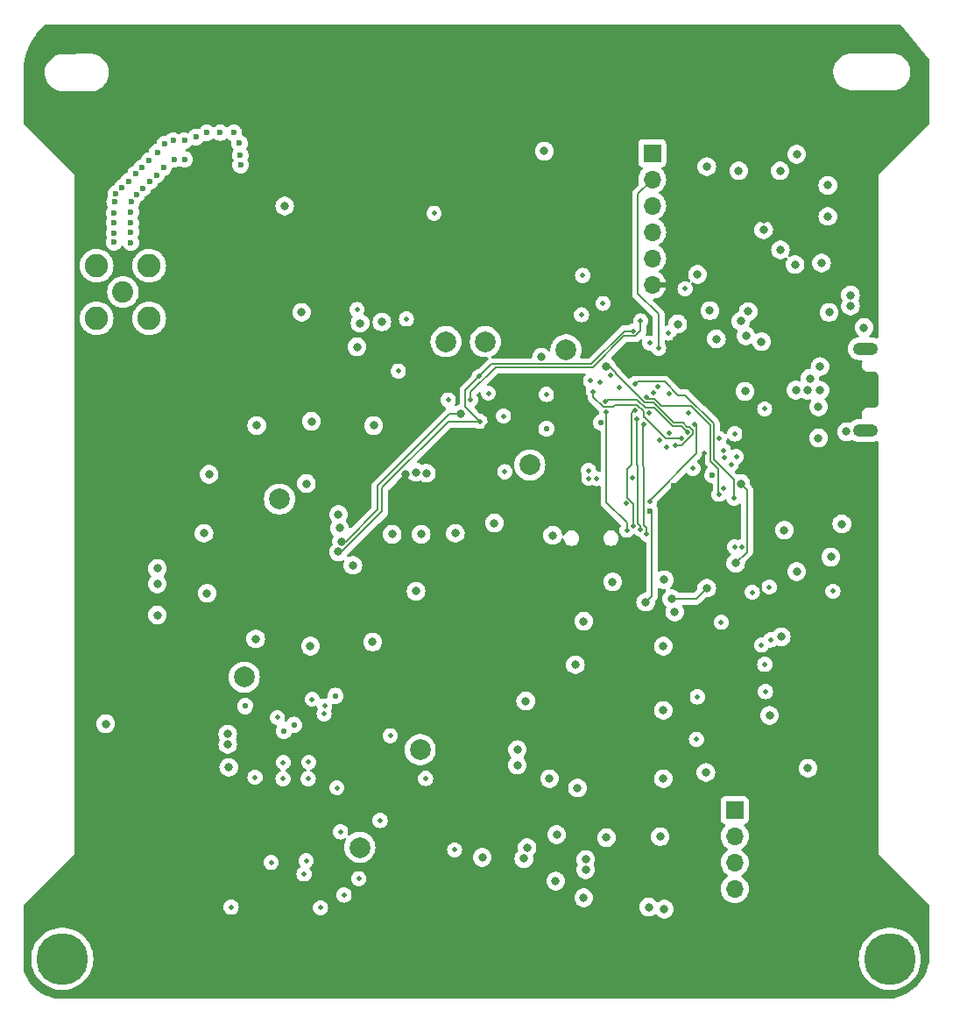
<source format=gbr>
%TF.GenerationSoftware,KiCad,Pcbnew,8.0.3*%
%TF.CreationDate,2024-10-08T19:21:30-07:00*%
%TF.ProjectId,FC_V4c_InspireFly_Special,46435f56-3463-45f4-996e-737069726546,rev?*%
%TF.SameCoordinates,Original*%
%TF.FileFunction,Copper,L3,Inr*%
%TF.FilePolarity,Positive*%
%FSLAX46Y46*%
G04 Gerber Fmt 4.6, Leading zero omitted, Abs format (unit mm)*
G04 Created by KiCad (PCBNEW 8.0.3) date 2024-10-08 19:21:30*
%MOMM*%
%LPD*%
G01*
G04 APERTURE LIST*
%TA.AperFunction,ComponentPad*%
%ADD10C,2.050000*%
%TD*%
%TA.AperFunction,ComponentPad*%
%ADD11C,2.250000*%
%TD*%
%TA.AperFunction,ComponentPad*%
%ADD12C,2.000000*%
%TD*%
%TA.AperFunction,ComponentPad*%
%ADD13C,5.000000*%
%TD*%
%TA.AperFunction,ComponentPad*%
%ADD14R,1.700000X1.700000*%
%TD*%
%TA.AperFunction,ComponentPad*%
%ADD15O,1.700000X1.700000*%
%TD*%
%TA.AperFunction,ComponentPad*%
%ADD16C,0.500000*%
%TD*%
%TA.AperFunction,ComponentPad*%
%ADD17O,2.416000X1.208000*%
%TD*%
%TA.AperFunction,ViaPad*%
%ADD18C,0.600000*%
%TD*%
%TA.AperFunction,ViaPad*%
%ADD19C,0.800000*%
%TD*%
%TA.AperFunction,ViaPad*%
%ADD20C,0.460000*%
%TD*%
%TA.AperFunction,ViaPad*%
%ADD21C,0.560000*%
%TD*%
%TA.AperFunction,Conductor*%
%ADD22C,0.127000*%
%TD*%
%TA.AperFunction,Conductor*%
%ADD23C,0.200000*%
%TD*%
G04 APERTURE END LIST*
D10*
%TO.N,RF1_ANT*%
%TO.C,J6*%
X153170000Y-73600000D03*
D11*
%TO.N,GND*%
X150630000Y-71060000D03*
X150630000Y-76140000D03*
X155710000Y-71060000D03*
X155710000Y-76140000D03*
%TD*%
D12*
%TO.N,Net-(U9-RESET)*%
%TO.C,TP3*%
X164900000Y-110800000D03*
%TD*%
%TO.N,Net-(IC3-EVI)*%
%TO.C,TP6*%
X168300000Y-93600000D03*
%TD*%
D13*
%TO.N,N/C*%
%TO.C,H2*%
X227300000Y-138000000D03*
%TD*%
D12*
%TO.N,+5V*%
%TO.C,TP5*%
X181900000Y-117800000D03*
%TD*%
D14*
%TO.N,VBATT*%
%TO.C,J10*%
X212300000Y-123620000D03*
D15*
X212300000Y-126160000D03*
%TO.N,GND*%
X212300000Y-128700000D03*
X212300000Y-131240000D03*
%TD*%
D13*
%TO.N,N/C*%
%TO.C,H1*%
X147300000Y-138000000D03*
%TD*%
D12*
%TO.N,Net-(U9-STBY)*%
%TO.C,TP4*%
X176067500Y-127240000D03*
%TD*%
%TO.N,FC_RESET*%
%TO.C,TP2*%
X192500000Y-90300000D03*
%TD*%
%TO.N,RF1_IO0*%
%TO.C,TP8*%
X188200000Y-78400000D03*
%TD*%
D16*
%TO.N,GND*%
%TO.C,IC1*%
X205930000Y-83400812D03*
X204020812Y-85310000D03*
X207839188Y-85310000D03*
X205930000Y-87219188D03*
%TD*%
D12*
%TO.N,RF1_IO4*%
%TO.C,TP7*%
X184400000Y-78400000D03*
%TD*%
%TO.N,D3*%
%TO.C,TP1*%
X196000000Y-79200000D03*
%TD*%
D17*
%TO.N,GND*%
%TO.C,J8*%
X224920000Y-86970000D03*
%TO.N,N/C*%
X224920000Y-79070000D03*
%TD*%
D14*
%TO.N,GND*%
%TO.C,J3*%
X204330000Y-60190000D03*
D15*
%TO.N,TX*%
X204330000Y-62730000D03*
%TO.N,RX*%
X204330000Y-65270000D03*
%TO.N,SCL1*%
X204330000Y-67810000D03*
%TO.N,SDA1*%
X204330000Y-70350000D03*
%TO.N,3.3V*%
X204330000Y-72890000D03*
%TD*%
D18*
%TO.N,GND*%
X152300000Y-67900000D03*
X152300000Y-68810000D03*
X153930000Y-67800000D03*
X153940000Y-68840000D03*
X152370000Y-64900000D03*
X152500000Y-64100000D03*
X156484216Y-60100000D03*
X155692108Y-60892108D03*
X155000000Y-61600000D03*
X153700000Y-62900000D03*
X153092108Y-63492108D03*
X154400000Y-62200000D03*
X158100000Y-60800000D03*
X157092108Y-61592108D03*
X156400000Y-62300000D03*
X155800000Y-62900000D03*
X155100000Y-63600000D03*
X154492108Y-64192108D03*
D19*
X182000000Y-97000000D03*
X205500001Y-133200000D03*
D20*
X171117500Y-119010000D03*
D19*
X185300000Y-96900000D03*
D20*
X171077500Y-120610000D03*
D19*
X204000000Y-133000000D03*
X161300000Y-102700000D03*
X213300000Y-83200000D03*
X194400000Y-120600000D03*
D18*
X159110000Y-58990000D03*
D19*
X216800000Y-106900000D03*
X193900000Y-60000000D03*
X200500000Y-101600000D03*
D20*
X172267500Y-133070000D03*
D19*
X212700000Y-61900000D03*
D20*
X168667500Y-119030000D03*
D18*
X154000000Y-64900000D03*
D19*
X171400000Y-86100000D03*
D21*
X194100000Y-86800000D03*
D19*
X174000000Y-95100000D03*
X181500000Y-102500000D03*
X175800000Y-78900000D03*
D18*
X164430000Y-59240000D03*
D19*
X161500000Y-91200000D03*
D20*
X175957500Y-130250000D03*
X184610000Y-84030000D03*
X179007500Y-116450000D03*
X200300000Y-81610000D03*
D19*
X197100000Y-121500000D03*
X177400000Y-86500000D03*
X221430000Y-75570000D03*
X209900000Y-75400000D03*
D18*
X153930000Y-65870000D03*
X164550000Y-61340000D03*
D20*
X185227500Y-127480000D03*
D18*
X158020000Y-58980000D03*
D20*
X178027500Y-124640000D03*
D19*
X213390000Y-77840000D03*
X197700000Y-105400000D03*
D18*
X164510000Y-60360000D03*
D19*
X168800000Y-65300000D03*
D20*
X182427500Y-120580000D03*
D19*
X174100000Y-96400000D03*
D20*
X215200000Y-84900000D03*
D19*
X179200000Y-97000000D03*
X222660000Y-96000000D03*
D20*
X189950000Y-85580000D03*
X170877500Y-128520000D03*
X163627500Y-133010000D03*
D19*
X209520000Y-120000000D03*
X177300000Y-107400000D03*
D18*
X153940000Y-66910000D03*
D19*
X216725000Y-69530636D03*
X156500000Y-100300000D03*
X170900000Y-92100000D03*
X218147182Y-70952818D03*
D20*
X167497500Y-128690000D03*
D18*
X210151545Y-91251545D03*
D19*
X191300000Y-119300000D03*
X193625304Y-79900000D03*
X205400000Y-120600000D03*
X220400000Y-84690000D03*
D20*
X205900000Y-77570000D03*
D19*
X181500000Y-91005000D03*
X215100000Y-67600000D03*
D21*
X199373000Y-86198548D03*
D20*
X174197500Y-125740000D03*
D19*
X205400000Y-114000000D03*
X197900000Y-129400000D03*
X205400000Y-107800000D03*
X171300000Y-107800000D03*
D18*
X162580000Y-58200000D03*
D20*
X221800000Y-102500000D03*
D19*
X216700000Y-61900000D03*
X166000000Y-107100000D03*
X218300000Y-60300000D03*
X220700000Y-70800000D03*
D18*
X161280000Y-58230000D03*
D20*
X194100000Y-83500000D03*
D19*
X191300000Y-117800000D03*
D18*
X157200000Y-59300000D03*
D19*
X194700000Y-97100000D03*
X176094166Y-76605834D03*
D20*
X168637500Y-120610000D03*
D18*
X163890000Y-58230000D03*
D19*
X217100000Y-96600000D03*
D20*
X202427913Y-91510000D03*
D19*
X192237347Y-127262653D03*
X206800000Y-76700000D03*
D18*
X159130000Y-60800000D03*
D19*
X189070000Y-95910000D03*
D18*
X160210000Y-58640000D03*
D20*
X188490000Y-83380000D03*
D19*
X166100000Y-86500000D03*
D18*
X152330000Y-66910000D03*
D19*
X220400000Y-87700000D03*
D20*
X212300000Y-87300000D03*
X190080000Y-90960000D03*
D19*
X151500000Y-115300000D03*
X178200000Y-76500000D03*
X161000000Y-96900000D03*
X205100000Y-126200000D03*
D18*
X152330000Y-66000000D03*
D19*
%TO.N,3.3V*%
X182300000Y-127000000D03*
D20*
X168617500Y-124450000D03*
D19*
X201900000Y-104400000D03*
D20*
X184480000Y-82086500D03*
D19*
X217500000Y-75600000D03*
X186300000Y-104000000D03*
D21*
X206600000Y-78200000D03*
D19*
X186300000Y-102000000D03*
X201900000Y-101775000D03*
X151600000Y-117400000D03*
X180500000Y-91200000D03*
X183000000Y-110500000D03*
X199200000Y-104300000D03*
D20*
X169407500Y-132570000D03*
X211335156Y-89612344D03*
X210400000Y-110800000D03*
D19*
X164500000Y-123600000D03*
D21*
X165900000Y-113900000D03*
D19*
X184600000Y-120300000D03*
D21*
X190600000Y-89400000D03*
D19*
X209510000Y-117560000D03*
X165800000Y-96400000D03*
D20*
X178517500Y-132960000D03*
X209400000Y-89210328D03*
D19*
X185500000Y-113000000D03*
X199200000Y-101700000D03*
X222900000Y-100900000D03*
X156500000Y-103300000D03*
X211400000Y-84400000D03*
X181700000Y-79500000D03*
D20*
X188360000Y-86580000D03*
D19*
X170900000Y-95300000D03*
D21*
X202073851Y-76500000D03*
D20*
X202010000Y-98770000D03*
D19*
X184000000Y-109500000D03*
X213000000Y-81100000D03*
D18*
X206400000Y-92300000D03*
D19*
X186500000Y-112000000D03*
X215100000Y-66600000D03*
%TO.N,VBUS*%
X220550000Y-80800000D03*
X223100000Y-87100000D03*
X224800000Y-77030000D03*
D20*
%TO.N,VCC_RF1*%
X211000000Y-105500000D03*
D19*
X182500000Y-91100000D03*
X206500000Y-104500000D03*
D20*
%TO.N,D3*%
X201900000Y-96600000D03*
X199916500Y-85200000D03*
D19*
X208700000Y-71900000D03*
X221300000Y-66300000D03*
D20*
X207500000Y-73300000D03*
%TO.N,ENABLE_BURN {slash} PC*%
X203796738Y-83787000D03*
X210761406Y-93138594D03*
%TO.N,I2C_RESET {slash} VS*%
X202679075Y-82473441D03*
X212226500Y-93500000D03*
%TO.N,ENAB_RF {slash} D2*%
X202500000Y-96200000D03*
X202660000Y-85010000D03*
X208600000Y-116800000D03*
D19*
X219380000Y-119590000D03*
D20*
%TO.N,VBUS_RESET {slash} D4*%
X203200000Y-96500000D03*
X202849500Y-85860738D03*
D19*
%TO.N,BURN_RELAY_A {slash} D5*%
X215670000Y-114500000D03*
D20*
X203800000Y-97000000D03*
X208700000Y-112700000D03*
X203550000Y-86350000D03*
%TO.N,D6*%
X215280000Y-112190000D03*
X214900000Y-107700000D03*
%TO.N,D8*%
X215210000Y-109560000D03*
X215800000Y-107200000D03*
%TO.N,SPI0_CS1*%
X172616007Y-114327687D03*
X208417107Y-86382893D03*
X204087000Y-93800000D03*
D19*
X163400000Y-119500000D03*
D20*
%TO.N,D9*%
X215647500Y-102100000D03*
X214006500Y-102600000D03*
%TO.N,TX*%
X204950000Y-79020000D03*
%TO.N,RX*%
X204070000Y-78550000D03*
%TO.N,SPI0_CS2*%
X210793500Y-87760145D03*
X201790003Y-94040119D03*
X168100000Y-114700000D03*
X172672887Y-113572891D03*
%TO.N,SDA1*%
X203210000Y-76390000D03*
X186770000Y-84000000D03*
D19*
X174300000Y-97700000D03*
X185800000Y-85400000D03*
D20*
%TO.N,SCL1*%
X187678042Y-86101958D03*
D19*
X174000000Y-98700000D03*
D20*
X187600000Y-81760000D03*
X202475000Y-77375000D03*
%TO.N,SDA0*%
X212454906Y-89500000D03*
X204850522Y-82754243D03*
X213000000Y-98200000D03*
%TO.N,SCL0*%
X211961406Y-90238594D03*
X204462067Y-83351099D03*
X212300000Y-98200000D03*
D19*
%TO.N,D0*%
X156500000Y-104800000D03*
D18*
X204098591Y-94722149D03*
D20*
X211200000Y-88900000D03*
D19*
X203700000Y-103552000D03*
%TO.N,FC_RESET*%
X221300000Y-63300000D03*
D20*
X199574500Y-74700000D03*
D19*
X156500000Y-101800000D03*
D20*
X197500000Y-75800000D03*
D19*
X209600000Y-61500000D03*
D20*
%TO.N,SWCLK*%
X205044501Y-87897613D03*
%TO.N,SWDIO*%
X205760000Y-88610000D03*
%TO.N,SPI0_MISO*%
X201127420Y-82797802D03*
X198969818Y-91630182D03*
D21*
X173722995Y-112593495D03*
D20*
X197600000Y-72001499D03*
X171457500Y-112930000D03*
%TO.N,SPI0_CS0*%
X183240000Y-66001499D03*
X180570000Y-76200000D03*
D19*
%TO.N,SPI0_SCK*%
X163300000Y-116300000D03*
D20*
X199292286Y-82307714D03*
X198200000Y-91600000D03*
D21*
X169700000Y-115400000D03*
%TO.N,SPI0_MOSI*%
X168719166Y-116019166D03*
D20*
X198167044Y-90827408D03*
D19*
X163300000Y-117300003D03*
D20*
X198371758Y-82190609D03*
%TO.N,RF1_RST*%
X206570000Y-88420000D03*
D19*
X199900000Y-80800000D03*
D20*
%TO.N,WDT_WDI*%
X208261406Y-90638594D03*
D19*
X205500000Y-101400000D03*
D20*
%TO.N,RF1_IO4*%
X198640000Y-83210000D03*
X175800000Y-75300000D03*
X207168321Y-87727200D03*
D19*
%TO.N,RF1_IO0*%
X170439847Y-75560153D03*
D20*
X207730000Y-87140000D03*
X199794371Y-84205629D03*
X179790000Y-81240000D03*
%TO.N,NEOPIX*%
X211239500Y-92600000D03*
D19*
X221600000Y-99200000D03*
%TO.N,/QSPI_DATA[3]*%
X210527330Y-78127330D03*
X213600000Y-75500000D03*
%TO.N,/QSPI_DATA[0]*%
X212900000Y-76423800D03*
X214900000Y-78400000D03*
%TO.N,RTC_INT*%
X212400000Y-99800000D03*
X212890000Y-92100000D03*
X206200000Y-103225000D03*
X175400000Y-100000000D03*
X209600000Y-102200000D03*
%TO.N,/WDT-VIN*%
X195000000Y-130500000D03*
X199900000Y-126300000D03*
X197900001Y-128400000D03*
X187899999Y-128200001D03*
%TO.N,USB_D-*%
X223489169Y-74945000D03*
X218210000Y-83080000D03*
X219580000Y-81940000D03*
%TO.N,USB_D+*%
X219320000Y-83080000D03*
X220550000Y-83090000D03*
X223489169Y-73895000D03*
D20*
%TO.N,CANL*%
X170677500Y-129800000D03*
X174537500Y-131840000D03*
D21*
%TO.N,Net-(U9-RESET)*%
X165000000Y-113600000D03*
D20*
%TO.N,TXCAN*%
X165928750Y-120471250D03*
X173847500Y-121480000D03*
D19*
%TO.N,Net-(JP2-A)*%
X192100000Y-113100000D03*
X191928663Y-128320001D03*
%TO.N,Net-(JP11-B)*%
X218300000Y-100600000D03*
%TO.N,VBATT*%
X196900000Y-109600000D03*
%TO.N,/WDT-VP*%
X195100000Y-126000000D03*
X197700000Y-132100000D03*
%TD*%
D22*
%TO.N,3.3V*%
X209400000Y-91000000D02*
X208800000Y-91600000D01*
X209400000Y-89210328D02*
X209400000Y-91000000D01*
%TO.N,D3*%
X199916500Y-85200000D02*
X199916500Y-93916500D01*
X201870000Y-95870000D02*
X201870000Y-96570000D01*
X201870000Y-96570000D02*
X201900000Y-96600000D01*
X199916500Y-93916500D02*
X201870000Y-95870000D01*
%TO.N,ENABLE_BURN {slash} PC*%
X210761406Y-93138594D02*
X210746000Y-93123188D01*
X204548520Y-83900000D02*
X203909738Y-83900000D01*
X203909738Y-83900000D02*
X203796738Y-83787000D01*
X210746000Y-90708448D02*
X209973000Y-89935448D01*
X209973000Y-86473000D02*
X208094000Y-84594000D01*
X209973000Y-89935448D02*
X209973000Y-86473000D01*
X205242520Y-84594000D02*
X204548520Y-83900000D01*
X208094000Y-84594000D02*
X205242520Y-84594000D01*
X210746000Y-93123188D02*
X210746000Y-90708448D01*
%TO.N,I2C_RESET {slash} VS*%
X206830000Y-83570000D02*
X207532448Y-83570000D01*
X212226500Y-91726500D02*
X212226500Y-93500000D01*
X206830000Y-83570000D02*
X205520743Y-82260743D01*
X205520743Y-82260743D02*
X202891773Y-82260743D01*
X202891773Y-82260743D02*
X202679075Y-82473441D01*
X210300000Y-89800000D02*
X212226500Y-91726500D01*
X207532448Y-83570000D02*
X210300000Y-86337552D01*
X210300000Y-86337552D02*
X210300000Y-89800000D01*
%TO.N,ENAB_RF {slash} D2*%
X202356500Y-90276500D02*
X201934413Y-90698587D01*
X201934413Y-90698587D02*
X201934413Y-93486615D01*
X202356500Y-85313500D02*
X202660000Y-85010000D01*
X202356500Y-90276500D02*
X202356500Y-85313500D01*
X202500000Y-94052202D02*
X202500000Y-96200000D01*
X201934413Y-93486615D02*
X202500000Y-94052202D01*
%TO.N,VBUS_RESET {slash} D4*%
X202921413Y-95923498D02*
X203200000Y-96202085D01*
X202850000Y-90307552D02*
X202921413Y-90378965D01*
X203200000Y-96202085D02*
X203200000Y-96500000D01*
X202849500Y-85860738D02*
X202850000Y-85861238D01*
X202850000Y-85861238D02*
X202850000Y-90307552D01*
X202921413Y-90378965D02*
X202921413Y-95923498D01*
%TO.N,BURN_RELAY_A {slash} D5*%
X203392383Y-86507617D02*
X203550000Y-86350000D01*
X203392383Y-90387487D02*
X203527000Y-90522104D01*
X203527000Y-96127000D02*
X203800000Y-96400000D01*
X203527000Y-90522104D02*
X203527000Y-96127000D01*
X203392383Y-90387487D02*
X203392383Y-86507617D01*
X203800000Y-96400000D02*
X203800000Y-97000000D01*
%TO.N,SPI0_CS1*%
X208600000Y-86565786D02*
X208600000Y-89209532D01*
X204087000Y-93722532D02*
X204087000Y-93800000D01*
X208417107Y-86382893D02*
X208600000Y-86565786D01*
X208600000Y-89209532D02*
X204087000Y-93722532D01*
%TO.N,TX*%
X202940000Y-64120000D02*
X204330000Y-62730000D01*
X204950000Y-79020000D02*
X204950000Y-75750000D01*
X204950000Y-75750000D02*
X202940000Y-73740000D01*
X202940000Y-73740000D02*
X202940000Y-64120000D01*
D23*
%TO.N,SDA1*%
X177800000Y-92334314D02*
X177800000Y-94600000D01*
X174700000Y-97700000D02*
X174300000Y-97700000D01*
D22*
X189167415Y-80890500D02*
X186770000Y-83287915D01*
D23*
X185800000Y-85400000D02*
X184734314Y-85400000D01*
D22*
X198571948Y-80890500D02*
X189167415Y-80890500D01*
X203210000Y-77337915D02*
X202679415Y-77868500D01*
X186770000Y-83287915D02*
X186770000Y-84000000D01*
X202679415Y-77868500D02*
X201593948Y-77868500D01*
X201593948Y-77868500D02*
X198571948Y-80890500D01*
D23*
X184734314Y-85400000D02*
X177800000Y-92334314D01*
X177800000Y-94600000D02*
X174700000Y-97700000D01*
D22*
X203210000Y-76390000D02*
X203210000Y-77337915D01*
D23*
%TO.N,SCL1*%
X178200000Y-92500000D02*
X184598042Y-86101958D01*
D22*
X202475000Y-77375000D02*
X201625000Y-77375000D01*
D23*
X178200000Y-94789950D02*
X174289950Y-98700000D01*
D22*
X186276500Y-84700416D02*
X186276500Y-83083500D01*
X187678042Y-86101958D02*
X186276500Y-84700416D01*
D23*
X174289950Y-98700000D02*
X174000000Y-98700000D01*
D22*
X198436500Y-80563500D02*
X188796500Y-80563500D01*
D23*
X184598042Y-86101958D02*
X187678042Y-86101958D01*
D22*
X188796500Y-80563500D02*
X187600000Y-81760000D01*
X186276500Y-83083500D02*
X187600000Y-81760000D01*
D23*
X178200000Y-92500000D02*
X178200000Y-94789950D01*
D22*
X201625000Y-77375000D02*
X198436500Y-80563500D01*
%TO.N,D0*%
X204293500Y-94917058D02*
X204293500Y-102958500D01*
X204293500Y-102958500D02*
X203700000Y-103552000D01*
X204098591Y-94722149D02*
X204293500Y-94917058D01*
%TO.N,RF1_RST*%
X206436072Y-86250000D02*
X204466572Y-84280500D01*
X200793500Y-81405585D02*
X200187915Y-80800000D01*
X208240000Y-87353436D02*
X208240000Y-86952085D01*
X204466572Y-84280500D02*
X203592323Y-84280500D01*
X202180000Y-82868177D02*
X202168177Y-82868177D01*
X200793500Y-81493500D02*
X200793500Y-81405585D01*
X203592323Y-84280500D02*
X202180000Y-82868177D01*
X207302448Y-86250000D02*
X206436072Y-86250000D01*
X200187915Y-80800000D02*
X199900000Y-80800000D01*
X207934415Y-86646500D02*
X207698948Y-86646500D01*
X202168177Y-82868177D02*
X200793500Y-81493500D01*
X207698948Y-86646500D02*
X207302448Y-86250000D01*
X208240000Y-86952085D02*
X207934415Y-86646500D01*
X207173436Y-88420000D02*
X208240000Y-87353436D01*
X206570000Y-88420000D02*
X207173436Y-88420000D01*
%TO.N,RF1_IO4*%
X207123522Y-87771999D02*
X205671999Y-87771999D01*
X207168321Y-87727200D02*
X207123522Y-87771999D01*
X203570000Y-85670000D02*
X203550000Y-85670000D01*
X200510871Y-84699129D02*
X200723464Y-84486536D01*
X202873463Y-84486536D02*
X200723464Y-84486536D01*
X203507312Y-85627312D02*
X203507312Y-85120385D01*
X203507312Y-85120385D02*
X202873463Y-84486536D01*
X205671999Y-87771999D02*
X203570000Y-85670000D01*
X199589956Y-84699129D02*
X198640000Y-83749173D01*
X203550000Y-85670000D02*
X203507312Y-85627312D01*
X200510871Y-84699129D02*
X199589956Y-84699129D01*
X198640000Y-83749173D02*
X198640000Y-83210000D01*
%TO.N,RF1_IO0*%
X200030000Y-83970000D02*
X199794371Y-84205629D01*
X203645875Y-84796500D02*
X202819375Y-83970000D01*
X202819375Y-83970000D02*
X200030000Y-83970000D01*
X206300624Y-86577000D02*
X204520124Y-84796500D01*
X207730000Y-87140000D02*
X207167000Y-86577000D01*
X204520124Y-84796500D02*
X203645875Y-84796500D01*
X207167000Y-86577000D02*
X206300624Y-86577000D01*
%TO.N,RTC_INT*%
X212890000Y-92100000D02*
X213493500Y-92703500D01*
X208575000Y-103225000D02*
X206200000Y-103225000D01*
X213493500Y-92703500D02*
X213493500Y-98706500D01*
X213493500Y-98706500D02*
X212400000Y-99800000D01*
X209600000Y-102200000D02*
X208575000Y-103225000D01*
%TD*%
%TA.AperFunction,Conductor*%
%TO.N,3.3V*%
G36*
X228288992Y-47778802D02*
G01*
X228355977Y-47798672D01*
X228384059Y-47823599D01*
X231057452Y-51044082D01*
X231114110Y-51112334D01*
X231141784Y-51176490D01*
X231142700Y-51191536D01*
X231142700Y-57245588D01*
X231123015Y-57312627D01*
X231106381Y-57333269D01*
X226200025Y-62239624D01*
X226200024Y-62239625D01*
X226169500Y-62313316D01*
X226169500Y-77956939D01*
X226149815Y-78023978D01*
X226097011Y-78069733D01*
X226027853Y-78079677D01*
X225989206Y-78067424D01*
X225947981Y-78046419D01*
X225782641Y-77992697D01*
X225638529Y-77969872D01*
X225610926Y-77965500D01*
X225426049Y-77965500D01*
X225359010Y-77945815D01*
X225313255Y-77893011D01*
X225303311Y-77823853D01*
X225332336Y-77760297D01*
X225353164Y-77741182D01*
X225395234Y-77710616D01*
X225405871Y-77702888D01*
X225532533Y-77562216D01*
X225627179Y-77398284D01*
X225685674Y-77218256D01*
X225705460Y-77030000D01*
X225685674Y-76841744D01*
X225627179Y-76661716D01*
X225532533Y-76497784D01*
X225405871Y-76357112D01*
X225401796Y-76354151D01*
X225252734Y-76245851D01*
X225252729Y-76245848D01*
X225079807Y-76168857D01*
X225079802Y-76168855D01*
X224934001Y-76137865D01*
X224894646Y-76129500D01*
X224705354Y-76129500D01*
X224672897Y-76136398D01*
X224520197Y-76168855D01*
X224520192Y-76168857D01*
X224347270Y-76245848D01*
X224347265Y-76245851D01*
X224194129Y-76357111D01*
X224067466Y-76497785D01*
X223972821Y-76661715D01*
X223972818Y-76661722D01*
X223918814Y-76827930D01*
X223914326Y-76841744D01*
X223894540Y-77030000D01*
X223914326Y-77218256D01*
X223914327Y-77218259D01*
X223972818Y-77398277D01*
X223972821Y-77398284D01*
X224067467Y-77562216D01*
X224194129Y-77702888D01*
X224254956Y-77747081D01*
X224297621Y-77802411D01*
X224303600Y-77872024D01*
X224270994Y-77933819D01*
X224210155Y-77968177D01*
X224201468Y-77969872D01*
X224057360Y-77992697D01*
X224057357Y-77992697D01*
X223892021Y-78046418D01*
X223737115Y-78125347D01*
X223700185Y-78152179D01*
X223596467Y-78227535D01*
X223596465Y-78227537D01*
X223596464Y-78227537D01*
X223473537Y-78350464D01*
X223473537Y-78350465D01*
X223473535Y-78350467D01*
X223447410Y-78386425D01*
X223371347Y-78491115D01*
X223292418Y-78646021D01*
X223238697Y-78811357D01*
X223238697Y-78811360D01*
X223219555Y-78932216D01*
X223211500Y-78983074D01*
X223211500Y-79156926D01*
X223218322Y-79200000D01*
X223238697Y-79328639D01*
X223238697Y-79328642D01*
X223292418Y-79493978D01*
X223311646Y-79531715D01*
X223371347Y-79648884D01*
X223473535Y-79789533D01*
X223596467Y-79912465D01*
X223737116Y-80014653D01*
X223739976Y-80016110D01*
X223892021Y-80093581D01*
X224057358Y-80147302D01*
X224057359Y-80147302D01*
X224057362Y-80147303D01*
X224229074Y-80174500D01*
X224527235Y-80174500D01*
X224594274Y-80194185D01*
X224640029Y-80246989D01*
X224649973Y-80316147D01*
X224638955Y-80352302D01*
X224602120Y-80428790D01*
X224569500Y-80571702D01*
X224569500Y-80718297D01*
X224602120Y-80861209D01*
X224665720Y-80993276D01*
X224665722Y-80993279D01*
X224702583Y-81039500D01*
X224757117Y-81107883D01*
X224832848Y-81168277D01*
X224857440Y-81187889D01*
X224871723Y-81199279D01*
X225003794Y-81262881D01*
X225146706Y-81295500D01*
X225180118Y-81295500D01*
X225835989Y-81295500D01*
X225865067Y-81298958D01*
X225921388Y-81312544D01*
X225951611Y-81324185D01*
X225966359Y-81332216D01*
X226007277Y-81354498D01*
X226033453Y-81373569D01*
X226055373Y-81394428D01*
X226079368Y-81417263D01*
X226099714Y-81442466D01*
X226132744Y-81496557D01*
X226145869Y-81526167D01*
X226163764Y-81586964D01*
X226168773Y-81618964D01*
X226169847Y-81663157D01*
X226169307Y-81669568D01*
X226169433Y-81702816D01*
X226168729Y-81716486D01*
X226166393Y-81738302D01*
X226167487Y-81750469D01*
X226167288Y-81750486D01*
X226169676Y-81766856D01*
X226174442Y-83019625D01*
X226174443Y-83020097D01*
X226174443Y-84272751D01*
X226172107Y-84288978D01*
X226172428Y-84289007D01*
X226171335Y-84301175D01*
X226173737Y-84323591D01*
X226174443Y-84336802D01*
X226174443Y-84371554D01*
X226174329Y-84371554D01*
X226174726Y-84376167D01*
X226173651Y-84420512D01*
X226168644Y-84452512D01*
X226166929Y-84458341D01*
X226151621Y-84510362D01*
X226150755Y-84513304D01*
X226137630Y-84542917D01*
X226104608Y-84597001D01*
X226084263Y-84622204D01*
X226038358Y-84665894D01*
X226012181Y-84684969D01*
X225956531Y-84715279D01*
X225926309Y-84726923D01*
X225891511Y-84735320D01*
X225867805Y-84741040D01*
X225838720Y-84744500D01*
X225146702Y-84744500D01*
X225003790Y-84777120D01*
X224871723Y-84840720D01*
X224871720Y-84840722D01*
X224757117Y-84932117D01*
X224665722Y-85046720D01*
X224665720Y-85046723D01*
X224602120Y-85178790D01*
X224569500Y-85321702D01*
X224569500Y-85468297D01*
X224588410Y-85551142D01*
X224594995Y-85579996D01*
X224602120Y-85611209D01*
X224638955Y-85687698D01*
X224650307Y-85756640D01*
X224622585Y-85820774D01*
X224564590Y-85859740D01*
X224527235Y-85865500D01*
X224229074Y-85865500D01*
X224171836Y-85874565D01*
X224057360Y-85892697D01*
X224057357Y-85892697D01*
X223892021Y-85946418D01*
X223737115Y-86025347D01*
X223719231Y-86038341D01*
X223596467Y-86127535D01*
X223596465Y-86127537D01*
X223596463Y-86127538D01*
X223512953Y-86211047D01*
X223451630Y-86244532D01*
X223386317Y-86239859D01*
X223385990Y-86240866D01*
X223379802Y-86238855D01*
X223234001Y-86207865D01*
X223194646Y-86199500D01*
X223005354Y-86199500D01*
X222972897Y-86206398D01*
X222820197Y-86238855D01*
X222820192Y-86238857D01*
X222647270Y-86315848D01*
X222647265Y-86315851D01*
X222494129Y-86427111D01*
X222367466Y-86567785D01*
X222272821Y-86731715D01*
X222272818Y-86731722D01*
X222216126Y-86906203D01*
X222214326Y-86911744D01*
X222194540Y-87100000D01*
X222214326Y-87288256D01*
X222214327Y-87288259D01*
X222272818Y-87468277D01*
X222272821Y-87468284D01*
X222367467Y-87632216D01*
X222456918Y-87731561D01*
X222494129Y-87772888D01*
X222647265Y-87884148D01*
X222647270Y-87884151D01*
X222820192Y-87961142D01*
X222820197Y-87961144D01*
X223005354Y-88000500D01*
X223005355Y-88000500D01*
X223194644Y-88000500D01*
X223194646Y-88000500D01*
X223379803Y-87961144D01*
X223552730Y-87884151D01*
X223552738Y-87884144D01*
X223558357Y-87880902D01*
X223559251Y-87882450D01*
X223616829Y-87861895D01*
X223684886Y-87877707D01*
X223696812Y-87885370D01*
X223737116Y-87914653D01*
X223877054Y-87985955D01*
X223892021Y-87993581D01*
X224057358Y-88047302D01*
X224057359Y-88047302D01*
X224057362Y-88047303D01*
X224229074Y-88074500D01*
X224229075Y-88074500D01*
X225610925Y-88074500D01*
X225610926Y-88074500D01*
X225782638Y-88047303D01*
X225782641Y-88047302D01*
X225782642Y-88047302D01*
X225926683Y-88000500D01*
X225947981Y-87993580D01*
X225989204Y-87972576D01*
X226057873Y-87959679D01*
X226122614Y-87985955D01*
X226162871Y-88043061D01*
X226169500Y-88083060D01*
X226169500Y-127776683D01*
X226200024Y-127850374D01*
X231106381Y-132756731D01*
X231139866Y-132818054D01*
X231142700Y-132844412D01*
X231142700Y-138046741D01*
X231140771Y-138068529D01*
X231077299Y-138424135D01*
X231074945Y-138434656D01*
X230976741Y-138798544D01*
X230973482Y-138808820D01*
X230844045Y-139162797D01*
X230839906Y-139172751D01*
X230680211Y-139514151D01*
X230675223Y-139523708D01*
X230486480Y-139849943D01*
X230480681Y-139859031D01*
X230264316Y-140167639D01*
X230257750Y-140176189D01*
X230015386Y-140464852D01*
X230008101Y-140472799D01*
X229741599Y-140739301D01*
X229733652Y-140746586D01*
X229444989Y-140988950D01*
X229436439Y-140995516D01*
X229127831Y-141211881D01*
X229118743Y-141217680D01*
X228792508Y-141406423D01*
X228782951Y-141411411D01*
X228441551Y-141571106D01*
X228431597Y-141575245D01*
X228077620Y-141704682D01*
X228067344Y-141707941D01*
X227703456Y-141806145D01*
X227692935Y-141808499D01*
X227337329Y-141871971D01*
X227315541Y-141873900D01*
X147394490Y-141873900D01*
X147387098Y-141873227D01*
X147343153Y-141873878D01*
X147337326Y-141873828D01*
X146980930Y-141862350D01*
X146969309Y-141861427D01*
X146618481Y-141816901D01*
X146606997Y-141814891D01*
X146261902Y-141737616D01*
X146250659Y-141734537D01*
X146158830Y-141704682D01*
X145914340Y-141625194D01*
X145903440Y-141621074D01*
X145741158Y-141550852D01*
X145578882Y-141480632D01*
X145568413Y-141475505D01*
X145258472Y-141305202D01*
X145248530Y-141299114D01*
X144955953Y-141100457D01*
X144946628Y-141093463D01*
X144687445Y-140879319D01*
X144674002Y-140868212D01*
X144665375Y-140860374D01*
X144415102Y-140610509D01*
X144407249Y-140601894D01*
X144181553Y-140329638D01*
X144174543Y-140320323D01*
X143975410Y-140028071D01*
X143969306Y-140018139D01*
X143798503Y-139708488D01*
X143793358Y-139698027D01*
X143713435Y-139514151D01*
X143652378Y-139373678D01*
X143648247Y-139362800D01*
X143558809Y-139089228D01*
X143549839Y-139061789D01*
X143543700Y-139023257D01*
X143543700Y-137999996D01*
X144294415Y-137999996D01*
X144294415Y-138000003D01*
X144314738Y-138348927D01*
X144314739Y-138348938D01*
X144375428Y-138693127D01*
X144375430Y-138693134D01*
X144475674Y-139027972D01*
X144614107Y-139348895D01*
X144614113Y-139348908D01*
X144788870Y-139651597D01*
X144997584Y-139931949D01*
X144997589Y-139931955D01*
X145063576Y-140001896D01*
X145237442Y-140186183D01*
X145397304Y-140320323D01*
X145505186Y-140410847D01*
X145505194Y-140410853D01*
X145797203Y-140602911D01*
X145797207Y-140602913D01*
X146109549Y-140759777D01*
X146437989Y-140879319D01*
X146778086Y-140959923D01*
X147125241Y-141000500D01*
X147125248Y-141000500D01*
X147474752Y-141000500D01*
X147474759Y-141000500D01*
X147821914Y-140959923D01*
X148162011Y-140879319D01*
X148490451Y-140759777D01*
X148802793Y-140602913D01*
X149094811Y-140410849D01*
X149362558Y-140186183D01*
X149602412Y-139931953D01*
X149811130Y-139651596D01*
X149985889Y-139348904D01*
X150124326Y-139027971D01*
X150224569Y-138693136D01*
X150285262Y-138348927D01*
X150305585Y-138000000D01*
X150305585Y-137999996D01*
X224294415Y-137999996D01*
X224294415Y-138000003D01*
X224314738Y-138348927D01*
X224314739Y-138348938D01*
X224375428Y-138693127D01*
X224375430Y-138693134D01*
X224475674Y-139027972D01*
X224614107Y-139348895D01*
X224614113Y-139348908D01*
X224788870Y-139651597D01*
X224997584Y-139931949D01*
X224997589Y-139931955D01*
X225063576Y-140001896D01*
X225237442Y-140186183D01*
X225397304Y-140320323D01*
X225505186Y-140410847D01*
X225505194Y-140410853D01*
X225797203Y-140602911D01*
X225797207Y-140602913D01*
X226109549Y-140759777D01*
X226437989Y-140879319D01*
X226778086Y-140959923D01*
X227125241Y-141000500D01*
X227125248Y-141000500D01*
X227474752Y-141000500D01*
X227474759Y-141000500D01*
X227821914Y-140959923D01*
X228162011Y-140879319D01*
X228490451Y-140759777D01*
X228802793Y-140602913D01*
X229094811Y-140410849D01*
X229362558Y-140186183D01*
X229602412Y-139931953D01*
X229811130Y-139651596D01*
X229985889Y-139348904D01*
X230124326Y-139027971D01*
X230224569Y-138693136D01*
X230285262Y-138348927D01*
X230305585Y-138000000D01*
X230285262Y-137651073D01*
X230285260Y-137651061D01*
X230224571Y-137306872D01*
X230224569Y-137306865D01*
X230124325Y-136972027D01*
X229985892Y-136651104D01*
X229985889Y-136651096D01*
X229811130Y-136348404D01*
X229811129Y-136348402D01*
X229602415Y-136068050D01*
X229602410Y-136068044D01*
X229486433Y-135945117D01*
X229362558Y-135813817D01*
X229214488Y-135689572D01*
X229094813Y-135589152D01*
X229094805Y-135589146D01*
X228802796Y-135397088D01*
X228490458Y-135240226D01*
X228490452Y-135240223D01*
X228162012Y-135120681D01*
X228162009Y-135120680D01*
X227821915Y-135040077D01*
X227778519Y-135035004D01*
X227474759Y-134999500D01*
X227125241Y-134999500D01*
X226821480Y-135035004D01*
X226778085Y-135040077D01*
X226778083Y-135040077D01*
X226437990Y-135120680D01*
X226437987Y-135120681D01*
X226109547Y-135240223D01*
X226109541Y-135240226D01*
X225797203Y-135397088D01*
X225505194Y-135589146D01*
X225505186Y-135589152D01*
X225237442Y-135813817D01*
X225237440Y-135813819D01*
X224997589Y-136068044D01*
X224997584Y-136068050D01*
X224788870Y-136348402D01*
X224614113Y-136651091D01*
X224614107Y-136651104D01*
X224475674Y-136972027D01*
X224375430Y-137306865D01*
X224375428Y-137306872D01*
X224314739Y-137651061D01*
X224314738Y-137651072D01*
X224294415Y-137999996D01*
X150305585Y-137999996D01*
X150285262Y-137651073D01*
X150285260Y-137651061D01*
X150224571Y-137306872D01*
X150224569Y-137306865D01*
X150124325Y-136972027D01*
X149985892Y-136651104D01*
X149985889Y-136651096D01*
X149811130Y-136348404D01*
X149811129Y-136348402D01*
X149602415Y-136068050D01*
X149602410Y-136068044D01*
X149486433Y-135945117D01*
X149362558Y-135813817D01*
X149214488Y-135689572D01*
X149094813Y-135589152D01*
X149094805Y-135589146D01*
X148802796Y-135397088D01*
X148490458Y-135240226D01*
X148490452Y-135240223D01*
X148162012Y-135120681D01*
X148162009Y-135120680D01*
X147821915Y-135040077D01*
X147778519Y-135035004D01*
X147474759Y-134999500D01*
X147125241Y-134999500D01*
X146821480Y-135035004D01*
X146778085Y-135040077D01*
X146778083Y-135040077D01*
X146437990Y-135120680D01*
X146437987Y-135120681D01*
X146109547Y-135240223D01*
X146109541Y-135240226D01*
X145797203Y-135397088D01*
X145505194Y-135589146D01*
X145505186Y-135589152D01*
X145237442Y-135813817D01*
X145237440Y-135813819D01*
X144997589Y-136068044D01*
X144997584Y-136068050D01*
X144788870Y-136348402D01*
X144614113Y-136651091D01*
X144614107Y-136651104D01*
X144475674Y-136972027D01*
X144375430Y-137306865D01*
X144375428Y-137306872D01*
X144314739Y-137651061D01*
X144314738Y-137651072D01*
X144294415Y-137999996D01*
X143543700Y-137999996D01*
X143543700Y-133009996D01*
X162892378Y-133009996D01*
X162892378Y-133010003D01*
X162910807Y-133173574D01*
X162965176Y-133328953D01*
X162965177Y-133328955D01*
X162965178Y-133328957D01*
X163052758Y-133468341D01*
X163169159Y-133584742D01*
X163308543Y-133672322D01*
X163463920Y-133726691D01*
X163463923Y-133726691D01*
X163463925Y-133726692D01*
X163627496Y-133745122D01*
X163627500Y-133745122D01*
X163627504Y-133745122D01*
X163791074Y-133726692D01*
X163791075Y-133726691D01*
X163791080Y-133726691D01*
X163946457Y-133672322D01*
X164085841Y-133584742D01*
X164202242Y-133468341D01*
X164289822Y-133328957D01*
X164344191Y-133173580D01*
X164344192Y-133173574D01*
X164355862Y-133069996D01*
X171532378Y-133069996D01*
X171532378Y-133070003D01*
X171550807Y-133233574D01*
X171605176Y-133388953D01*
X171605177Y-133388955D01*
X171605178Y-133388957D01*
X171692758Y-133528341D01*
X171809159Y-133644742D01*
X171948543Y-133732322D01*
X172103920Y-133786691D01*
X172103923Y-133786691D01*
X172103925Y-133786692D01*
X172267496Y-133805122D01*
X172267500Y-133805122D01*
X172267504Y-133805122D01*
X172431074Y-133786692D01*
X172431075Y-133786691D01*
X172431080Y-133786691D01*
X172586457Y-133732322D01*
X172725841Y-133644742D01*
X172842242Y-133528341D01*
X172929822Y-133388957D01*
X172984191Y-133233580D01*
X172987975Y-133200000D01*
X173002622Y-133070003D01*
X173002622Y-133069996D01*
X172984192Y-132906425D01*
X172984191Y-132906423D01*
X172984191Y-132906420D01*
X172929822Y-132751043D01*
X172842242Y-132611659D01*
X172725841Y-132495258D01*
X172586457Y-132407678D01*
X172586456Y-132407677D01*
X172586455Y-132407677D01*
X172586453Y-132407676D01*
X172431074Y-132353307D01*
X172267504Y-132334878D01*
X172267496Y-132334878D01*
X172103925Y-132353307D01*
X171948546Y-132407676D01*
X171948544Y-132407677D01*
X171809158Y-132495258D01*
X171692758Y-132611658D01*
X171605177Y-132751044D01*
X171605176Y-132751046D01*
X171550807Y-132906425D01*
X171532378Y-133069996D01*
X164355862Y-133069996D01*
X164362622Y-133010003D01*
X164362622Y-133009996D01*
X164344192Y-132846425D01*
X164344191Y-132846423D01*
X164344191Y-132846420D01*
X164289822Y-132691043D01*
X164202242Y-132551659D01*
X164085841Y-132435258D01*
X163946457Y-132347678D01*
X163946456Y-132347677D01*
X163946455Y-132347677D01*
X163946453Y-132347676D01*
X163808773Y-132299500D01*
X163791080Y-132293309D01*
X163791079Y-132293308D01*
X163791074Y-132293307D01*
X163627504Y-132274878D01*
X163627496Y-132274878D01*
X163463925Y-132293307D01*
X163308546Y-132347676D01*
X163308544Y-132347677D01*
X163169158Y-132435258D01*
X163052758Y-132551658D01*
X162965177Y-132691044D01*
X162965176Y-132691046D01*
X162910807Y-132846425D01*
X162892378Y-133009996D01*
X143543700Y-133009996D01*
X143543700Y-132844412D01*
X143563385Y-132777373D01*
X143580019Y-132756731D01*
X144496754Y-131839996D01*
X173802378Y-131839996D01*
X173802378Y-131840003D01*
X173820807Y-132003574D01*
X173875176Y-132158953D01*
X173875177Y-132158955D01*
X173875178Y-132158957D01*
X173962758Y-132298341D01*
X174079159Y-132414742D01*
X174218543Y-132502322D01*
X174373920Y-132556691D01*
X174373923Y-132556691D01*
X174373925Y-132556692D01*
X174537496Y-132575122D01*
X174537500Y-132575122D01*
X174537504Y-132575122D01*
X174701074Y-132556692D01*
X174701075Y-132556691D01*
X174701080Y-132556691D01*
X174856457Y-132502322D01*
X174995841Y-132414742D01*
X175112242Y-132298341D01*
X175199822Y-132158957D01*
X175220452Y-132100000D01*
X196794540Y-132100000D01*
X196814326Y-132288256D01*
X196814327Y-132288259D01*
X196872818Y-132468277D01*
X196872821Y-132468284D01*
X196967467Y-132632216D01*
X197020438Y-132691046D01*
X197094129Y-132772888D01*
X197247265Y-132884148D01*
X197247270Y-132884151D01*
X197420192Y-132961142D01*
X197420197Y-132961144D01*
X197605354Y-133000500D01*
X197605355Y-133000500D01*
X197794644Y-133000500D01*
X197794646Y-133000500D01*
X197796998Y-133000000D01*
X203094540Y-133000000D01*
X203114326Y-133188256D01*
X203114327Y-133188259D01*
X203172818Y-133368277D01*
X203172821Y-133368284D01*
X203267467Y-133532216D01*
X203368785Y-133644741D01*
X203394129Y-133672888D01*
X203547265Y-133784148D01*
X203547270Y-133784151D01*
X203720192Y-133861142D01*
X203720197Y-133861144D01*
X203905354Y-133900500D01*
X203905355Y-133900500D01*
X204094644Y-133900500D01*
X204094646Y-133900500D01*
X204279803Y-133861144D01*
X204452730Y-133784151D01*
X204584171Y-133688653D01*
X204649973Y-133665175D01*
X204718027Y-133681000D01*
X204764437Y-133726968D01*
X204767464Y-133732212D01*
X204767466Y-133732214D01*
X204894130Y-133872888D01*
X205047266Y-133984148D01*
X205047271Y-133984151D01*
X205220193Y-134061142D01*
X205220198Y-134061144D01*
X205405355Y-134100500D01*
X205405356Y-134100500D01*
X205594645Y-134100500D01*
X205594647Y-134100500D01*
X205779804Y-134061144D01*
X205952731Y-133984151D01*
X206105872Y-133872888D01*
X206232534Y-133732216D01*
X206327180Y-133568284D01*
X206385675Y-133388256D01*
X206405461Y-133200000D01*
X206385675Y-133011744D01*
X206327180Y-132831716D01*
X206232534Y-132667784D01*
X206105872Y-132527112D01*
X206094704Y-132518998D01*
X205952735Y-132415851D01*
X205952730Y-132415848D01*
X205779808Y-132338857D01*
X205779803Y-132338855D01*
X205634002Y-132307865D01*
X205594647Y-132299500D01*
X205405355Y-132299500D01*
X205372898Y-132306398D01*
X205220198Y-132338855D01*
X205220193Y-132338857D01*
X205047272Y-132415848D01*
X204915831Y-132511345D01*
X204850024Y-132534824D01*
X204781971Y-132518998D01*
X204735557Y-132473022D01*
X204732533Y-132467784D01*
X204605871Y-132327112D01*
X204605870Y-132327111D01*
X204452734Y-132215851D01*
X204452729Y-132215848D01*
X204279807Y-132138857D01*
X204279802Y-132138855D01*
X204134001Y-132107865D01*
X204094646Y-132099500D01*
X203905354Y-132099500D01*
X203872897Y-132106398D01*
X203720197Y-132138855D01*
X203720192Y-132138857D01*
X203547270Y-132215848D01*
X203547265Y-132215851D01*
X203394129Y-132327111D01*
X203267466Y-132467785D01*
X203172821Y-132631715D01*
X203172818Y-132631722D01*
X203120400Y-132793050D01*
X203114326Y-132811744D01*
X203094540Y-133000000D01*
X197796998Y-133000000D01*
X197979803Y-132961144D01*
X198152730Y-132884151D01*
X198305871Y-132772888D01*
X198432533Y-132632216D01*
X198527179Y-132468284D01*
X198585674Y-132288256D01*
X198605460Y-132100000D01*
X198585674Y-131911744D01*
X198527179Y-131731716D01*
X198432533Y-131567784D01*
X198305871Y-131427112D01*
X198269243Y-131400500D01*
X198152734Y-131315851D01*
X198152729Y-131315848D01*
X197979807Y-131238857D01*
X197979802Y-131238855D01*
X197834001Y-131207865D01*
X197794646Y-131199500D01*
X197605354Y-131199500D01*
X197572897Y-131206398D01*
X197420197Y-131238855D01*
X197420192Y-131238857D01*
X197247270Y-131315848D01*
X197247265Y-131315851D01*
X197094129Y-131427111D01*
X196967466Y-131567785D01*
X196872821Y-131731715D01*
X196872818Y-131731722D01*
X196837638Y-131839996D01*
X196814326Y-131911744D01*
X196794540Y-132100000D01*
X175220452Y-132100000D01*
X175254191Y-132003580D01*
X175254192Y-132003574D01*
X175272622Y-131840003D01*
X175272622Y-131839996D01*
X175254192Y-131676425D01*
X175254191Y-131676423D01*
X175254191Y-131676420D01*
X175199822Y-131521043D01*
X175112242Y-131381659D01*
X174995841Y-131265258D01*
X174856457Y-131177678D01*
X174856456Y-131177677D01*
X174856455Y-131177677D01*
X174856453Y-131177676D01*
X174701074Y-131123307D01*
X174537504Y-131104878D01*
X174537496Y-131104878D01*
X174373925Y-131123307D01*
X174218546Y-131177676D01*
X174218544Y-131177677D01*
X174079158Y-131265258D01*
X173962758Y-131381658D01*
X173875177Y-131521044D01*
X173875176Y-131521046D01*
X173820807Y-131676425D01*
X173802378Y-131839996D01*
X144496754Y-131839996D01*
X146025010Y-130311740D01*
X146536754Y-129799996D01*
X169942378Y-129799996D01*
X169942378Y-129800003D01*
X169960807Y-129963574D01*
X169960808Y-129963579D01*
X169960809Y-129963580D01*
X169968537Y-129985665D01*
X170015176Y-130118953D01*
X170015177Y-130118955D01*
X170015178Y-130118957D01*
X170102758Y-130258341D01*
X170219159Y-130374742D01*
X170358543Y-130462322D01*
X170513920Y-130516691D01*
X170513923Y-130516691D01*
X170513925Y-130516692D01*
X170677496Y-130535122D01*
X170677500Y-130535122D01*
X170677504Y-130535122D01*
X170841074Y-130516692D01*
X170841075Y-130516691D01*
X170841080Y-130516691D01*
X170996457Y-130462322D01*
X171135841Y-130374742D01*
X171252242Y-130258341D01*
X171257485Y-130249996D01*
X175222378Y-130249996D01*
X175222378Y-130250003D01*
X175240807Y-130413574D01*
X175295176Y-130568953D01*
X175295177Y-130568955D01*
X175295178Y-130568957D01*
X175382758Y-130708341D01*
X175499159Y-130824742D01*
X175638543Y-130912322D01*
X175793920Y-130966691D01*
X175793923Y-130966691D01*
X175793925Y-130966692D01*
X175957496Y-130985122D01*
X175957500Y-130985122D01*
X175957504Y-130985122D01*
X176121074Y-130966692D01*
X176121075Y-130966691D01*
X176121080Y-130966691D01*
X176276457Y-130912322D01*
X176415841Y-130824742D01*
X176532242Y-130708341D01*
X176619822Y-130568957D01*
X176643951Y-130500000D01*
X194094540Y-130500000D01*
X194114326Y-130688256D01*
X194114327Y-130688259D01*
X194172818Y-130868277D01*
X194172821Y-130868284D01*
X194267467Y-131032216D01*
X194349486Y-131123307D01*
X194394129Y-131172888D01*
X194547265Y-131284148D01*
X194547270Y-131284151D01*
X194720192Y-131361142D01*
X194720197Y-131361144D01*
X194905354Y-131400500D01*
X194905355Y-131400500D01*
X195094644Y-131400500D01*
X195094646Y-131400500D01*
X195279803Y-131361144D01*
X195452730Y-131284151D01*
X195605871Y-131172888D01*
X195732533Y-131032216D01*
X195827179Y-130868284D01*
X195885674Y-130688256D01*
X195905460Y-130500000D01*
X195885674Y-130311744D01*
X195827179Y-130131716D01*
X195732533Y-129967784D01*
X195605871Y-129827112D01*
X195568559Y-129800003D01*
X195452734Y-129715851D01*
X195452729Y-129715848D01*
X195279807Y-129638857D01*
X195279802Y-129638855D01*
X195134001Y-129607865D01*
X195094646Y-129599500D01*
X194905354Y-129599500D01*
X194872897Y-129606398D01*
X194720197Y-129638855D01*
X194720192Y-129638857D01*
X194547270Y-129715848D01*
X194547265Y-129715851D01*
X194394129Y-129827111D01*
X194267466Y-129967785D01*
X194172821Y-130131715D01*
X194172818Y-130131722D01*
X194130767Y-130261144D01*
X194114326Y-130311744D01*
X194094540Y-130500000D01*
X176643951Y-130500000D01*
X176674191Y-130413580D01*
X176679259Y-130368599D01*
X176692622Y-130250003D01*
X176692622Y-130249996D01*
X176674192Y-130086425D01*
X176674191Y-130086423D01*
X176674191Y-130086420D01*
X176619822Y-129931043D01*
X176532242Y-129791659D01*
X176415841Y-129675258D01*
X176276457Y-129587678D01*
X176276456Y-129587677D01*
X176276455Y-129587677D01*
X176276453Y-129587676D01*
X176121074Y-129533307D01*
X175957504Y-129514878D01*
X175957496Y-129514878D01*
X175793925Y-129533307D01*
X175638546Y-129587676D01*
X175638544Y-129587677D01*
X175499158Y-129675258D01*
X175382758Y-129791658D01*
X175295177Y-129931044D01*
X175295176Y-129931046D01*
X175240807Y-130086425D01*
X175222378Y-130249996D01*
X171257485Y-130249996D01*
X171339822Y-130118957D01*
X171394191Y-129963580D01*
X171398763Y-129923002D01*
X171412622Y-129800003D01*
X171412622Y-129799996D01*
X171394192Y-129636425D01*
X171394191Y-129636423D01*
X171394191Y-129636420D01*
X171339822Y-129481043D01*
X171288900Y-129400000D01*
X196994540Y-129400000D01*
X197014326Y-129588256D01*
X197014327Y-129588259D01*
X197072818Y-129768277D01*
X197072821Y-129768284D01*
X197167467Y-129932216D01*
X197292947Y-130071575D01*
X197294129Y-130072888D01*
X197447265Y-130184148D01*
X197447270Y-130184151D01*
X197620192Y-130261142D01*
X197620197Y-130261144D01*
X197805354Y-130300500D01*
X197805355Y-130300500D01*
X197994644Y-130300500D01*
X197994646Y-130300500D01*
X198179803Y-130261144D01*
X198352730Y-130184151D01*
X198505871Y-130072888D01*
X198632533Y-129932216D01*
X198727179Y-129768284D01*
X198785674Y-129588256D01*
X198805460Y-129400000D01*
X198785674Y-129211744D01*
X198727179Y-129031716D01*
X198686927Y-128961998D01*
X198670455Y-128894100D01*
X198686928Y-128838001D01*
X198727180Y-128768284D01*
X198785675Y-128588256D01*
X198805461Y-128400000D01*
X198785675Y-128211744D01*
X198727180Y-128031716D01*
X198632534Y-127867784D01*
X198505872Y-127727112D01*
X198505871Y-127727111D01*
X198352735Y-127615851D01*
X198352730Y-127615848D01*
X198179808Y-127538857D01*
X198179803Y-127538855D01*
X198029857Y-127506984D01*
X197994647Y-127499500D01*
X197805355Y-127499500D01*
X197772898Y-127506398D01*
X197620198Y-127538855D01*
X197620193Y-127538857D01*
X197447271Y-127615848D01*
X197447266Y-127615851D01*
X197294130Y-127727111D01*
X197167467Y-127867785D01*
X197072822Y-128031715D01*
X197072819Y-128031722D01*
X197017803Y-128201046D01*
X197014327Y-128211744D01*
X196994541Y-128400000D01*
X197014327Y-128588256D01*
X197014328Y-128588259D01*
X197072822Y-128768285D01*
X197113071Y-128837999D01*
X197129544Y-128905900D01*
X197113071Y-128961999D01*
X197072821Y-129031714D01*
X197017747Y-129201214D01*
X197014326Y-129211744D01*
X196994540Y-129400000D01*
X171288900Y-129400000D01*
X171252242Y-129341659D01*
X171242812Y-129332229D01*
X171209327Y-129270906D01*
X171214311Y-129201214D01*
X171256183Y-129145281D01*
X171264522Y-129139554D01*
X171297576Y-129118785D01*
X171335841Y-129094742D01*
X171452242Y-128978341D01*
X171539822Y-128838957D01*
X171594191Y-128683580D01*
X171604931Y-128588259D01*
X171612622Y-128520003D01*
X171612622Y-128519996D01*
X171594192Y-128356425D01*
X171594191Y-128356423D01*
X171594191Y-128356420D01*
X171539822Y-128201043D01*
X171452242Y-128061659D01*
X171335841Y-127945258D01*
X171196457Y-127857678D01*
X171196456Y-127857677D01*
X171196455Y-127857677D01*
X171196453Y-127857676D01*
X171041074Y-127803307D01*
X170877504Y-127784878D01*
X170877496Y-127784878D01*
X170713925Y-127803307D01*
X170558546Y-127857676D01*
X170558544Y-127857677D01*
X170419158Y-127945258D01*
X170302758Y-128061658D01*
X170215177Y-128201044D01*
X170215176Y-128201046D01*
X170160807Y-128356425D01*
X170142378Y-128519996D01*
X170142378Y-128520003D01*
X170160807Y-128683574D01*
X170160808Y-128683579D01*
X170160809Y-128683580D01*
X170163057Y-128690003D01*
X170215176Y-128838953D01*
X170215177Y-128838955D01*
X170215178Y-128838957D01*
X170224366Y-128853580D01*
X170302758Y-128978341D01*
X170312187Y-128987770D01*
X170345672Y-129049093D01*
X170340688Y-129118785D01*
X170298816Y-129174718D01*
X170290479Y-129180444D01*
X170219160Y-129225256D01*
X170102758Y-129341658D01*
X170015177Y-129481044D01*
X170015176Y-129481046D01*
X169960807Y-129636425D01*
X169942378Y-129799996D01*
X146536754Y-129799996D01*
X147646754Y-128689996D01*
X166762378Y-128689996D01*
X166762378Y-128690003D01*
X166780807Y-128853574D01*
X166835176Y-129008953D01*
X166835177Y-129008955D01*
X166835178Y-129008957D01*
X166922758Y-129148341D01*
X167039159Y-129264742D01*
X167178543Y-129352322D01*
X167333920Y-129406691D01*
X167333923Y-129406691D01*
X167333925Y-129406692D01*
X167497496Y-129425122D01*
X167497500Y-129425122D01*
X167497504Y-129425122D01*
X167661074Y-129406692D01*
X167661075Y-129406691D01*
X167661080Y-129406691D01*
X167816457Y-129352322D01*
X167955841Y-129264742D01*
X168072242Y-129148341D01*
X168159822Y-129008957D01*
X168214191Y-128853580D01*
X168215947Y-128837999D01*
X168232622Y-128690003D01*
X168232622Y-128689996D01*
X168214192Y-128526425D01*
X168214191Y-128526423D01*
X168214191Y-128526420D01*
X168159822Y-128371043D01*
X168072242Y-128231659D01*
X167955841Y-128115258D01*
X167816457Y-128027678D01*
X167816456Y-128027677D01*
X167816455Y-128027677D01*
X167816453Y-128027676D01*
X167661074Y-127973307D01*
X167497504Y-127954878D01*
X167497496Y-127954878D01*
X167333925Y-127973307D01*
X167178546Y-128027676D01*
X167178544Y-128027677D01*
X167039158Y-128115258D01*
X166922758Y-128231658D01*
X166835177Y-128371044D01*
X166835176Y-128371046D01*
X166780807Y-128526425D01*
X166762378Y-128689996D01*
X147646754Y-128689996D01*
X148489976Y-127846774D01*
X148520500Y-127773082D01*
X148520500Y-127693318D01*
X148520500Y-125739996D01*
X173462378Y-125739996D01*
X173462378Y-125740003D01*
X173480807Y-125903574D01*
X173535176Y-126058953D01*
X173535177Y-126058955D01*
X173535178Y-126058957D01*
X173622758Y-126198341D01*
X173739159Y-126314742D01*
X173878543Y-126402322D01*
X174033920Y-126456691D01*
X174033923Y-126456691D01*
X174033925Y-126456692D01*
X174197496Y-126475122D01*
X174197500Y-126475122D01*
X174197504Y-126475122D01*
X174361074Y-126456692D01*
X174361075Y-126456691D01*
X174361080Y-126456691D01*
X174516457Y-126402322D01*
X174561387Y-126374090D01*
X174628619Y-126355091D01*
X174695454Y-126375458D01*
X174740669Y-126428725D01*
X174749908Y-126497981D01*
X174740912Y-126528895D01*
X174643437Y-126751118D01*
X174582392Y-126992175D01*
X174582390Y-126992187D01*
X174561857Y-127239994D01*
X174561857Y-127240005D01*
X174582390Y-127487812D01*
X174582392Y-127487824D01*
X174643436Y-127728881D01*
X174743326Y-127956606D01*
X174879333Y-128164782D01*
X174879336Y-128164785D01*
X175047756Y-128347738D01*
X175243991Y-128500474D01*
X175462690Y-128618828D01*
X175697886Y-128699571D01*
X175943165Y-128740500D01*
X176191835Y-128740500D01*
X176437114Y-128699571D01*
X176672310Y-128618828D01*
X176891009Y-128500474D01*
X177087244Y-128347738D01*
X177255664Y-128164785D01*
X177391673Y-127956607D01*
X177491563Y-127728881D01*
X177552608Y-127487821D01*
X177553256Y-127480000D01*
X177553256Y-127479996D01*
X184492378Y-127479996D01*
X184492378Y-127480003D01*
X184510807Y-127643574D01*
X184565176Y-127798953D01*
X184565177Y-127798955D01*
X184565178Y-127798957D01*
X184652758Y-127938341D01*
X184769159Y-128054742D01*
X184908543Y-128142322D01*
X185063920Y-128196691D01*
X185063923Y-128196691D01*
X185063925Y-128196692D01*
X185227496Y-128215122D01*
X185227500Y-128215122D01*
X185227504Y-128215122D01*
X185361706Y-128200001D01*
X186994539Y-128200001D01*
X187014325Y-128388257D01*
X187014326Y-128388260D01*
X187072817Y-128568278D01*
X187072820Y-128568285D01*
X187167466Y-128732217D01*
X187275513Y-128852215D01*
X187294128Y-128872889D01*
X187447264Y-128984149D01*
X187447269Y-128984152D01*
X187620191Y-129061143D01*
X187620196Y-129061145D01*
X187805353Y-129100501D01*
X187805354Y-129100501D01*
X187994643Y-129100501D01*
X187994645Y-129100501D01*
X188179802Y-129061145D01*
X188352729Y-128984152D01*
X188505870Y-128872889D01*
X188632532Y-128732217D01*
X188727178Y-128568285D01*
X188785673Y-128388257D01*
X188792847Y-128320001D01*
X191023203Y-128320001D01*
X191042989Y-128508257D01*
X191042990Y-128508260D01*
X191101481Y-128688278D01*
X191101484Y-128688285D01*
X191196130Y-128852217D01*
X191309693Y-128978341D01*
X191322792Y-128992889D01*
X191475928Y-129104149D01*
X191475933Y-129104152D01*
X191648855Y-129181143D01*
X191648860Y-129181145D01*
X191834017Y-129220501D01*
X191834018Y-129220501D01*
X192023307Y-129220501D01*
X192023309Y-129220501D01*
X192208466Y-129181145D01*
X192381393Y-129104152D01*
X192534534Y-128992889D01*
X192661196Y-128852217D01*
X192755842Y-128688285D01*
X192814337Y-128508257D01*
X192834123Y-128320001D01*
X192814337Y-128131745D01*
X192796117Y-128075670D01*
X192794122Y-128005829D01*
X192830202Y-127945996D01*
X192841167Y-127937031D01*
X192843218Y-127935541D01*
X192969880Y-127794869D01*
X193064526Y-127630937D01*
X193123021Y-127450909D01*
X193142807Y-127262653D01*
X193123021Y-127074397D01*
X193064526Y-126894369D01*
X192969880Y-126730437D01*
X192843218Y-126589765D01*
X192813652Y-126568284D01*
X192690081Y-126478504D01*
X192690076Y-126478501D01*
X192517154Y-126401510D01*
X192517149Y-126401508D01*
X192360804Y-126368277D01*
X192331993Y-126362153D01*
X192142701Y-126362153D01*
X192113890Y-126368277D01*
X191957544Y-126401508D01*
X191957539Y-126401510D01*
X191784617Y-126478501D01*
X191784612Y-126478504D01*
X191631476Y-126589764D01*
X191504813Y-126730438D01*
X191410168Y-126894368D01*
X191410165Y-126894375D01*
X191355979Y-127061144D01*
X191351673Y-127074397D01*
X191334268Y-127240000D01*
X191331887Y-127262653D01*
X191351673Y-127450909D01*
X191351675Y-127450915D01*
X191369892Y-127506984D01*
X191371887Y-127576826D01*
X191335806Y-127636658D01*
X191324860Y-127645609D01*
X191322798Y-127647107D01*
X191322791Y-127647113D01*
X191196129Y-127787786D01*
X191101484Y-127951716D01*
X191101481Y-127951723D01*
X191048346Y-128115258D01*
X191042989Y-128131745D01*
X191023203Y-128320001D01*
X188792847Y-128320001D01*
X188805459Y-128200001D01*
X188785673Y-128011745D01*
X188727178Y-127831717D01*
X188632532Y-127667785D01*
X188505870Y-127527113D01*
X188504290Y-127525965D01*
X188352733Y-127415852D01*
X188352728Y-127415849D01*
X188179806Y-127338858D01*
X188179801Y-127338856D01*
X188034000Y-127307866D01*
X187994645Y-127299501D01*
X187805353Y-127299501D01*
X187772896Y-127306399D01*
X187620196Y-127338856D01*
X187620191Y-127338858D01*
X187447269Y-127415849D01*
X187447264Y-127415852D01*
X187294128Y-127527112D01*
X187167465Y-127667786D01*
X187072820Y-127831716D01*
X187072817Y-127831723D01*
X187021394Y-127989988D01*
X187014325Y-128011745D01*
X186994539Y-128200001D01*
X185361706Y-128200001D01*
X185391074Y-128196692D01*
X185391075Y-128196691D01*
X185391080Y-128196691D01*
X185546457Y-128142322D01*
X185685841Y-128054742D01*
X185802242Y-127938341D01*
X185889822Y-127798957D01*
X185944191Y-127643580D01*
X185945616Y-127630937D01*
X185962622Y-127480003D01*
X185962622Y-127479996D01*
X185944192Y-127316425D01*
X185944191Y-127316423D01*
X185944191Y-127316420D01*
X185889822Y-127161043D01*
X185802242Y-127021659D01*
X185685841Y-126905258D01*
X185546457Y-126817678D01*
X185546456Y-126817677D01*
X185546455Y-126817677D01*
X185546453Y-126817676D01*
X185391074Y-126763307D01*
X185227504Y-126744878D01*
X185227496Y-126744878D01*
X185063925Y-126763307D01*
X184908546Y-126817676D01*
X184908544Y-126817677D01*
X184769158Y-126905258D01*
X184652758Y-127021658D01*
X184565177Y-127161044D01*
X184565176Y-127161046D01*
X184510807Y-127316425D01*
X184492378Y-127479996D01*
X177553256Y-127479996D01*
X177573143Y-127240005D01*
X177573143Y-127239994D01*
X177552609Y-126992187D01*
X177552607Y-126992175D01*
X177491563Y-126751118D01*
X177391673Y-126523393D01*
X177255666Y-126315217D01*
X177149601Y-126200000D01*
X177087244Y-126132262D01*
X176917314Y-126000000D01*
X194194540Y-126000000D01*
X194214326Y-126188256D01*
X194214327Y-126188259D01*
X194272818Y-126368277D01*
X194272821Y-126368284D01*
X194367467Y-126532216D01*
X194489977Y-126668277D01*
X194494129Y-126672888D01*
X194647265Y-126784148D01*
X194647270Y-126784151D01*
X194820192Y-126861142D01*
X194820197Y-126861144D01*
X195005354Y-126900500D01*
X195005355Y-126900500D01*
X195194644Y-126900500D01*
X195194646Y-126900500D01*
X195379803Y-126861144D01*
X195552730Y-126784151D01*
X195705871Y-126672888D01*
X195832533Y-126532216D01*
X195927179Y-126368284D01*
X195949366Y-126300000D01*
X198994540Y-126300000D01*
X199014326Y-126488256D01*
X199014327Y-126488259D01*
X199072818Y-126668277D01*
X199072821Y-126668284D01*
X199167467Y-126832216D01*
X199233235Y-126905258D01*
X199294129Y-126972888D01*
X199447265Y-127084148D01*
X199447270Y-127084151D01*
X199620192Y-127161142D01*
X199620197Y-127161144D01*
X199805354Y-127200500D01*
X199805355Y-127200500D01*
X199994644Y-127200500D01*
X199994646Y-127200500D01*
X200179803Y-127161144D01*
X200352730Y-127084151D01*
X200505871Y-126972888D01*
X200632533Y-126832216D01*
X200727179Y-126668284D01*
X200785674Y-126488256D01*
X200805460Y-126300000D01*
X200794950Y-126200000D01*
X204194540Y-126200000D01*
X204214326Y-126388256D01*
X204214327Y-126388259D01*
X204272818Y-126568277D01*
X204272821Y-126568284D01*
X204367467Y-126732216D01*
X204414227Y-126784148D01*
X204494129Y-126872888D01*
X204647265Y-126984148D01*
X204647270Y-126984151D01*
X204820192Y-127061142D01*
X204820197Y-127061144D01*
X205005354Y-127100500D01*
X205005355Y-127100500D01*
X205194644Y-127100500D01*
X205194646Y-127100500D01*
X205379803Y-127061144D01*
X205552730Y-126984151D01*
X205705871Y-126872888D01*
X205832533Y-126732216D01*
X205927179Y-126568284D01*
X205985674Y-126388256D01*
X206005460Y-126200000D01*
X206001256Y-126159999D01*
X210944341Y-126159999D01*
X210944341Y-126160000D01*
X210964936Y-126395403D01*
X210964938Y-126395413D01*
X211026094Y-126623655D01*
X211026096Y-126623659D01*
X211026097Y-126623663D01*
X211116568Y-126817678D01*
X211125965Y-126837830D01*
X211125967Y-126837834D01*
X211261501Y-127031395D01*
X211261506Y-127031402D01*
X211428597Y-127198493D01*
X211428603Y-127198498D01*
X211614158Y-127328425D01*
X211657783Y-127383002D01*
X211664977Y-127452500D01*
X211633454Y-127514855D01*
X211614158Y-127531575D01*
X211428597Y-127661505D01*
X211261505Y-127828597D01*
X211125965Y-128022169D01*
X211125964Y-128022171D01*
X211026098Y-128236335D01*
X211026094Y-128236344D01*
X210964938Y-128464586D01*
X210964936Y-128464596D01*
X210944341Y-128699999D01*
X210944341Y-128700000D01*
X210964936Y-128935403D01*
X210964938Y-128935413D01*
X211026094Y-129163655D01*
X211026096Y-129163659D01*
X211026097Y-129163663D01*
X211104701Y-129332229D01*
X211125965Y-129377830D01*
X211125967Y-129377834D01*
X211261501Y-129571395D01*
X211261506Y-129571402D01*
X211428597Y-129738493D01*
X211428603Y-129738498D01*
X211614158Y-129868425D01*
X211657783Y-129923002D01*
X211664977Y-129992500D01*
X211633454Y-130054855D01*
X211614158Y-130071575D01*
X211428597Y-130201505D01*
X211261505Y-130368597D01*
X211125965Y-130562169D01*
X211125964Y-130562171D01*
X211026098Y-130776335D01*
X211026094Y-130776344D01*
X210964938Y-131004586D01*
X210964936Y-131004596D01*
X210944341Y-131239999D01*
X210944341Y-131240000D01*
X210964936Y-131475403D01*
X210964938Y-131475413D01*
X211026094Y-131703655D01*
X211026096Y-131703659D01*
X211026097Y-131703663D01*
X211089670Y-131839996D01*
X211125965Y-131917830D01*
X211125967Y-131917834D01*
X211234281Y-132072521D01*
X211261505Y-132111401D01*
X211428599Y-132278495D01*
X211498030Y-132327111D01*
X211622165Y-132414032D01*
X211622167Y-132414033D01*
X211622170Y-132414035D01*
X211836337Y-132513903D01*
X211836343Y-132513904D01*
X211836344Y-132513905D01*
X211885634Y-132527112D01*
X212064592Y-132575063D01*
X212252918Y-132591539D01*
X212299999Y-132595659D01*
X212300000Y-132595659D01*
X212300001Y-132595659D01*
X212339234Y-132592226D01*
X212535408Y-132575063D01*
X212763663Y-132513903D01*
X212977830Y-132414035D01*
X213171401Y-132278495D01*
X213338495Y-132111401D01*
X213474035Y-131917830D01*
X213573903Y-131703663D01*
X213635063Y-131475408D01*
X213655659Y-131240000D01*
X213635063Y-131004592D01*
X213573903Y-130776337D01*
X213474035Y-130562171D01*
X213455096Y-130535122D01*
X213338494Y-130368597D01*
X213171402Y-130201506D01*
X213171396Y-130201501D01*
X212985842Y-130071575D01*
X212942217Y-130016998D01*
X212935023Y-129947500D01*
X212966546Y-129885145D01*
X212985842Y-129868425D01*
X213044844Y-129827111D01*
X213171401Y-129738495D01*
X213338495Y-129571401D01*
X213474035Y-129377830D01*
X213573903Y-129163663D01*
X213635063Y-128935408D01*
X213655659Y-128700000D01*
X213655621Y-128699571D01*
X213644135Y-128568285D01*
X213635063Y-128464592D01*
X213573903Y-128236337D01*
X213474035Y-128022171D01*
X213462593Y-128005829D01*
X213338494Y-127828597D01*
X213171402Y-127661506D01*
X213171396Y-127661501D01*
X212985842Y-127531575D01*
X212942217Y-127476998D01*
X212935023Y-127407500D01*
X212966546Y-127345145D01*
X212985842Y-127328425D01*
X213079774Y-127262653D01*
X213171401Y-127198495D01*
X213338495Y-127031401D01*
X213474035Y-126837830D01*
X213573903Y-126623663D01*
X213635063Y-126395408D01*
X213655659Y-126160000D01*
X213635063Y-125924592D01*
X213573903Y-125696337D01*
X213474035Y-125482171D01*
X213463961Y-125467784D01*
X213338496Y-125288600D01*
X213331554Y-125281658D01*
X213216567Y-125166671D01*
X213183084Y-125105351D01*
X213188068Y-125035659D01*
X213229939Y-124979725D01*
X213260915Y-124962810D01*
X213392331Y-124913796D01*
X213507546Y-124827546D01*
X213593796Y-124712331D01*
X213644091Y-124577483D01*
X213650500Y-124517873D01*
X213650499Y-122722128D01*
X213644091Y-122662517D01*
X213593796Y-122527669D01*
X213593795Y-122527668D01*
X213593793Y-122527664D01*
X213507547Y-122412455D01*
X213507544Y-122412452D01*
X213392335Y-122326206D01*
X213392328Y-122326202D01*
X213257482Y-122275908D01*
X213257483Y-122275908D01*
X213197883Y-122269501D01*
X213197881Y-122269500D01*
X213197873Y-122269500D01*
X213197864Y-122269500D01*
X211402129Y-122269500D01*
X211402123Y-122269501D01*
X211342516Y-122275908D01*
X211207671Y-122326202D01*
X211207664Y-122326206D01*
X211092455Y-122412452D01*
X211092452Y-122412455D01*
X211006206Y-122527664D01*
X211006202Y-122527671D01*
X210955908Y-122662517D01*
X210949501Y-122722116D01*
X210949501Y-122722123D01*
X210949500Y-122722135D01*
X210949500Y-124517870D01*
X210949501Y-124517876D01*
X210955908Y-124577483D01*
X211006202Y-124712328D01*
X211006206Y-124712335D01*
X211092452Y-124827544D01*
X211092455Y-124827547D01*
X211207664Y-124913793D01*
X211207671Y-124913797D01*
X211339081Y-124962810D01*
X211395015Y-125004681D01*
X211419432Y-125070145D01*
X211404580Y-125138418D01*
X211383430Y-125166673D01*
X211261503Y-125288600D01*
X211125965Y-125482169D01*
X211125964Y-125482171D01*
X211026098Y-125696335D01*
X211026094Y-125696344D01*
X210964938Y-125924586D01*
X210964936Y-125924596D01*
X210944341Y-126159999D01*
X206001256Y-126159999D01*
X205985674Y-126011744D01*
X205927179Y-125831716D01*
X205832533Y-125667784D01*
X205705871Y-125527112D01*
X205690369Y-125515849D01*
X205552734Y-125415851D01*
X205552729Y-125415848D01*
X205379807Y-125338857D01*
X205379802Y-125338855D01*
X205207927Y-125302323D01*
X205194646Y-125299500D01*
X205005354Y-125299500D01*
X204992073Y-125302323D01*
X204820197Y-125338855D01*
X204820192Y-125338857D01*
X204647270Y-125415848D01*
X204647265Y-125415851D01*
X204494129Y-125527111D01*
X204367466Y-125667785D01*
X204272821Y-125831715D01*
X204272818Y-125831722D01*
X204224794Y-125979526D01*
X204214326Y-126011744D01*
X204194540Y-126200000D01*
X200794950Y-126200000D01*
X200785674Y-126111744D01*
X200727179Y-125931716D01*
X200632533Y-125767784D01*
X200505871Y-125627112D01*
X200505870Y-125627111D01*
X200352734Y-125515851D01*
X200352729Y-125515848D01*
X200179807Y-125438857D01*
X200179802Y-125438855D01*
X200034001Y-125407865D01*
X199994646Y-125399500D01*
X199805354Y-125399500D01*
X199772897Y-125406398D01*
X199620197Y-125438855D01*
X199620192Y-125438857D01*
X199447270Y-125515848D01*
X199447265Y-125515851D01*
X199294129Y-125627111D01*
X199167466Y-125767785D01*
X199072821Y-125931715D01*
X199072818Y-125931722D01*
X199017457Y-126102108D01*
X199014326Y-126111744D01*
X198994540Y-126300000D01*
X195949366Y-126300000D01*
X195985674Y-126188256D01*
X196005460Y-126000000D01*
X195985674Y-125811744D01*
X195927179Y-125631716D01*
X195832533Y-125467784D01*
X195705871Y-125327112D01*
X195671752Y-125302323D01*
X195552734Y-125215851D01*
X195552729Y-125215848D01*
X195379807Y-125138857D01*
X195379802Y-125138855D01*
X195222173Y-125105351D01*
X195194646Y-125099500D01*
X195005354Y-125099500D01*
X194977827Y-125105351D01*
X194820197Y-125138855D01*
X194820192Y-125138857D01*
X194647270Y-125215848D01*
X194647265Y-125215851D01*
X194494129Y-125327111D01*
X194367466Y-125467785D01*
X194272821Y-125631715D01*
X194272818Y-125631722D01*
X194214327Y-125811740D01*
X194214326Y-125811744D01*
X194194540Y-126000000D01*
X176917314Y-126000000D01*
X176891009Y-125979526D01*
X176891007Y-125979525D01*
X176891006Y-125979524D01*
X176672311Y-125861172D01*
X176672302Y-125861169D01*
X176437116Y-125780429D01*
X176191835Y-125739500D01*
X175943165Y-125739500D01*
X175697883Y-125780429D01*
X175462697Y-125861169D01*
X175462688Y-125861172D01*
X175273976Y-125963299D01*
X175243991Y-125979526D01*
X175170485Y-126036737D01*
X175086497Y-126102108D01*
X175021503Y-126127750D01*
X174952963Y-126114183D01*
X174902638Y-126065715D01*
X174886507Y-125997733D01*
X174893294Y-125963299D01*
X174914191Y-125903580D01*
X174914191Y-125903578D01*
X174914192Y-125903576D01*
X174932622Y-125740003D01*
X174932622Y-125739996D01*
X174914192Y-125576425D01*
X174914191Y-125576423D01*
X174914191Y-125576420D01*
X174859822Y-125421043D01*
X174772242Y-125281659D01*
X174655841Y-125165258D01*
X174516457Y-125077678D01*
X174516456Y-125077677D01*
X174516455Y-125077677D01*
X174516453Y-125077676D01*
X174361074Y-125023307D01*
X174197504Y-125004878D01*
X174197496Y-125004878D01*
X174033925Y-125023307D01*
X173878546Y-125077676D01*
X173878544Y-125077677D01*
X173739158Y-125165258D01*
X173622758Y-125281658D01*
X173535177Y-125421044D01*
X173535176Y-125421046D01*
X173480807Y-125576425D01*
X173462378Y-125739996D01*
X148520500Y-125739996D01*
X148520500Y-124639996D01*
X177292378Y-124639996D01*
X177292378Y-124640003D01*
X177310807Y-124803574D01*
X177365176Y-124958953D01*
X177365177Y-124958955D01*
X177365178Y-124958957D01*
X177452758Y-125098341D01*
X177569159Y-125214742D01*
X177708543Y-125302322D01*
X177863920Y-125356691D01*
X177863923Y-125356691D01*
X177863925Y-125356692D01*
X178027496Y-125375122D01*
X178027500Y-125375122D01*
X178027504Y-125375122D01*
X178191074Y-125356692D01*
X178191075Y-125356691D01*
X178191080Y-125356691D01*
X178346457Y-125302322D01*
X178485841Y-125214742D01*
X178602242Y-125098341D01*
X178689822Y-124958957D01*
X178744191Y-124803580D01*
X178754472Y-124712335D01*
X178762622Y-124640003D01*
X178762622Y-124639996D01*
X178744192Y-124476425D01*
X178744191Y-124476423D01*
X178744191Y-124476420D01*
X178689822Y-124321043D01*
X178602242Y-124181659D01*
X178485841Y-124065258D01*
X178346457Y-123977678D01*
X178346456Y-123977677D01*
X178346455Y-123977677D01*
X178346453Y-123977676D01*
X178191074Y-123923307D01*
X178027504Y-123904878D01*
X178027496Y-123904878D01*
X177863925Y-123923307D01*
X177708546Y-123977676D01*
X177708544Y-123977677D01*
X177569158Y-124065258D01*
X177452758Y-124181658D01*
X177365177Y-124321044D01*
X177365176Y-124321046D01*
X177310807Y-124476425D01*
X177292378Y-124639996D01*
X148520500Y-124639996D01*
X148520500Y-121479996D01*
X173112378Y-121479996D01*
X173112378Y-121480003D01*
X173130807Y-121643574D01*
X173185176Y-121798953D01*
X173185177Y-121798955D01*
X173185178Y-121798957D01*
X173272758Y-121938341D01*
X173389159Y-122054742D01*
X173528543Y-122142322D01*
X173683920Y-122196691D01*
X173683923Y-122196691D01*
X173683925Y-122196692D01*
X173847496Y-122215122D01*
X173847500Y-122215122D01*
X173847504Y-122215122D01*
X174011074Y-122196692D01*
X174011075Y-122196691D01*
X174011080Y-122196691D01*
X174166457Y-122142322D01*
X174305841Y-122054742D01*
X174422242Y-121938341D01*
X174509822Y-121798957D01*
X174564191Y-121643580D01*
X174564192Y-121643574D01*
X174582622Y-121480003D01*
X174582622Y-121479996D01*
X174564192Y-121316425D01*
X174564191Y-121316423D01*
X174564191Y-121316420D01*
X174509822Y-121161043D01*
X174422242Y-121021659D01*
X174305841Y-120905258D01*
X174166457Y-120817678D01*
X174166456Y-120817677D01*
X174166455Y-120817677D01*
X174166453Y-120817676D01*
X174011074Y-120763307D01*
X173847504Y-120744878D01*
X173847496Y-120744878D01*
X173683925Y-120763307D01*
X173528546Y-120817676D01*
X173528544Y-120817677D01*
X173389158Y-120905258D01*
X173272758Y-121021658D01*
X173185177Y-121161044D01*
X173185176Y-121161046D01*
X173130807Y-121316425D01*
X173112378Y-121479996D01*
X148520500Y-121479996D01*
X148520500Y-120471246D01*
X165193628Y-120471246D01*
X165193628Y-120471253D01*
X165212057Y-120634824D01*
X165266426Y-120790203D01*
X165266427Y-120790205D01*
X165266428Y-120790207D01*
X165354008Y-120929591D01*
X165470409Y-121045992D01*
X165609793Y-121133572D01*
X165765170Y-121187941D01*
X165765173Y-121187941D01*
X165765175Y-121187942D01*
X165928746Y-121206372D01*
X165928750Y-121206372D01*
X165928754Y-121206372D01*
X166092324Y-121187942D01*
X166092325Y-121187941D01*
X166092330Y-121187941D01*
X166247707Y-121133572D01*
X166387091Y-121045992D01*
X166503492Y-120929591D01*
X166591072Y-120790207D01*
X166645441Y-120634830D01*
X166645442Y-120634824D01*
X166648239Y-120609996D01*
X167902378Y-120609996D01*
X167902378Y-120610003D01*
X167920807Y-120773574D01*
X167975176Y-120928953D01*
X167975177Y-120928955D01*
X167975178Y-120928957D01*
X168062758Y-121068341D01*
X168179159Y-121184742D01*
X168318543Y-121272322D01*
X168473920Y-121326691D01*
X168473923Y-121326691D01*
X168473925Y-121326692D01*
X168637496Y-121345122D01*
X168637500Y-121345122D01*
X168637504Y-121345122D01*
X168801074Y-121326692D01*
X168801075Y-121326691D01*
X168801080Y-121326691D01*
X168956457Y-121272322D01*
X169095841Y-121184742D01*
X169212242Y-121068341D01*
X169299822Y-120928957D01*
X169354191Y-120773580D01*
X169354192Y-120773574D01*
X169372622Y-120610003D01*
X169372622Y-120609996D01*
X170342378Y-120609996D01*
X170342378Y-120610003D01*
X170360807Y-120773574D01*
X170415176Y-120928953D01*
X170415177Y-120928955D01*
X170415178Y-120928957D01*
X170502758Y-121068341D01*
X170619159Y-121184742D01*
X170758543Y-121272322D01*
X170913920Y-121326691D01*
X170913923Y-121326691D01*
X170913925Y-121326692D01*
X171077496Y-121345122D01*
X171077500Y-121345122D01*
X171077504Y-121345122D01*
X171241074Y-121326692D01*
X171241075Y-121326691D01*
X171241080Y-121326691D01*
X171396457Y-121272322D01*
X171535841Y-121184742D01*
X171652242Y-121068341D01*
X171739822Y-120928957D01*
X171794191Y-120773580D01*
X171794192Y-120773574D01*
X171812622Y-120610003D01*
X171812622Y-120609996D01*
X171809242Y-120579996D01*
X181692378Y-120579996D01*
X181692378Y-120580003D01*
X181710807Y-120743574D01*
X181765176Y-120898953D01*
X181765177Y-120898955D01*
X181765178Y-120898957D01*
X181852758Y-121038341D01*
X181969159Y-121154742D01*
X182108543Y-121242322D01*
X182263920Y-121296691D01*
X182263923Y-121296691D01*
X182263925Y-121296692D01*
X182427496Y-121315122D01*
X182427500Y-121315122D01*
X182427504Y-121315122D01*
X182591074Y-121296692D01*
X182591075Y-121296691D01*
X182591080Y-121296691D01*
X182746457Y-121242322D01*
X182885841Y-121154742D01*
X183002242Y-121038341D01*
X183089822Y-120898957D01*
X183144191Y-120743580D01*
X183144192Y-120743574D01*
X183160369Y-120600000D01*
X193494540Y-120600000D01*
X193514326Y-120788256D01*
X193514327Y-120788259D01*
X193572818Y-120968277D01*
X193572821Y-120968284D01*
X193667467Y-121132216D01*
X193734238Y-121206372D01*
X193794129Y-121272888D01*
X193947265Y-121384148D01*
X193947270Y-121384151D01*
X194120192Y-121461142D01*
X194120197Y-121461144D01*
X194305354Y-121500500D01*
X194305355Y-121500500D01*
X194494644Y-121500500D01*
X194494646Y-121500500D01*
X194496998Y-121500000D01*
X196194540Y-121500000D01*
X196214326Y-121688256D01*
X196214327Y-121688259D01*
X196272818Y-121868277D01*
X196272821Y-121868284D01*
X196367467Y-122032216D01*
X196387749Y-122054741D01*
X196494129Y-122172888D01*
X196647265Y-122284148D01*
X196647270Y-122284151D01*
X196820192Y-122361142D01*
X196820197Y-122361144D01*
X197005354Y-122400500D01*
X197005355Y-122400500D01*
X197194644Y-122400500D01*
X197194646Y-122400500D01*
X197379803Y-122361144D01*
X197552730Y-122284151D01*
X197705871Y-122172888D01*
X197832533Y-122032216D01*
X197927179Y-121868284D01*
X197985674Y-121688256D01*
X198005460Y-121500000D01*
X197985674Y-121311744D01*
X197927782Y-121133572D01*
X197927181Y-121131722D01*
X197927180Y-121131721D01*
X197927179Y-121131716D01*
X197832533Y-120967784D01*
X197705871Y-120827112D01*
X197705870Y-120827111D01*
X197552734Y-120715851D01*
X197552729Y-120715848D01*
X197379807Y-120638857D01*
X197379802Y-120638855D01*
X197234001Y-120607865D01*
X197196998Y-120600000D01*
X204494540Y-120600000D01*
X204514326Y-120788256D01*
X204514327Y-120788259D01*
X204572818Y-120968277D01*
X204572821Y-120968284D01*
X204667467Y-121132216D01*
X204734238Y-121206372D01*
X204794129Y-121272888D01*
X204947265Y-121384148D01*
X204947270Y-121384151D01*
X205120192Y-121461142D01*
X205120197Y-121461144D01*
X205305354Y-121500500D01*
X205305355Y-121500500D01*
X205494644Y-121500500D01*
X205494646Y-121500500D01*
X205679803Y-121461144D01*
X205852730Y-121384151D01*
X206005871Y-121272888D01*
X206132533Y-121132216D01*
X206227179Y-120968284D01*
X206285674Y-120788256D01*
X206305460Y-120600000D01*
X206285674Y-120411744D01*
X206227179Y-120231716D01*
X206132533Y-120067784D01*
X206071500Y-120000000D01*
X208614540Y-120000000D01*
X208634326Y-120188256D01*
X208634327Y-120188259D01*
X208692818Y-120368277D01*
X208692821Y-120368284D01*
X208787467Y-120532216D01*
X208883487Y-120638857D01*
X208914129Y-120672888D01*
X209067265Y-120784148D01*
X209067270Y-120784151D01*
X209240192Y-120861142D01*
X209240197Y-120861144D01*
X209425354Y-120900500D01*
X209425355Y-120900500D01*
X209614644Y-120900500D01*
X209614646Y-120900500D01*
X209799803Y-120861144D01*
X209972730Y-120784151D01*
X210125871Y-120672888D01*
X210252533Y-120532216D01*
X210347179Y-120368284D01*
X210405674Y-120188256D01*
X210425460Y-120000000D01*
X210405674Y-119811744D01*
X210347179Y-119631716D01*
X210323094Y-119590000D01*
X218474540Y-119590000D01*
X218494326Y-119778256D01*
X218494327Y-119778259D01*
X218552818Y-119958277D01*
X218552821Y-119958284D01*
X218647467Y-120122216D01*
X218746061Y-120231715D01*
X218774129Y-120262888D01*
X218927265Y-120374148D01*
X218927270Y-120374151D01*
X219100192Y-120451142D01*
X219100197Y-120451144D01*
X219285354Y-120490500D01*
X219285355Y-120490500D01*
X219474644Y-120490500D01*
X219474646Y-120490500D01*
X219659803Y-120451144D01*
X219832730Y-120374151D01*
X219985871Y-120262888D01*
X220112533Y-120122216D01*
X220207179Y-119958284D01*
X220265674Y-119778256D01*
X220285460Y-119590000D01*
X220265674Y-119401744D01*
X220207179Y-119221716D01*
X220112533Y-119057784D01*
X219985871Y-118917112D01*
X219972969Y-118907738D01*
X219832734Y-118805851D01*
X219832729Y-118805848D01*
X219659807Y-118728857D01*
X219659802Y-118728855D01*
X219481919Y-118691046D01*
X219474646Y-118689500D01*
X219285354Y-118689500D01*
X219278081Y-118691046D01*
X219100197Y-118728855D01*
X219100192Y-118728857D01*
X218927270Y-118805848D01*
X218927265Y-118805851D01*
X218774129Y-118917111D01*
X218647466Y-119057785D01*
X218552821Y-119221715D01*
X218552818Y-119221722D01*
X218494327Y-119401740D01*
X218494326Y-119401744D01*
X218474540Y-119590000D01*
X210323094Y-119590000D01*
X210252533Y-119467784D01*
X210125871Y-119327112D01*
X210104719Y-119311744D01*
X209972734Y-119215851D01*
X209972729Y-119215848D01*
X209799807Y-119138857D01*
X209799802Y-119138855D01*
X209654001Y-119107865D01*
X209614646Y-119099500D01*
X209425354Y-119099500D01*
X209392897Y-119106398D01*
X209240197Y-119138855D01*
X209240192Y-119138857D01*
X209067270Y-119215848D01*
X209067265Y-119215851D01*
X208914129Y-119327111D01*
X208787466Y-119467785D01*
X208692821Y-119631715D01*
X208692818Y-119631722D01*
X208635241Y-119808927D01*
X208634326Y-119811744D01*
X208614540Y-120000000D01*
X206071500Y-120000000D01*
X206005871Y-119927112D01*
X205996140Y-119920042D01*
X205852734Y-119815851D01*
X205852729Y-119815848D01*
X205679807Y-119738857D01*
X205679802Y-119738855D01*
X205534001Y-119707865D01*
X205494646Y-119699500D01*
X205305354Y-119699500D01*
X205272897Y-119706398D01*
X205120197Y-119738855D01*
X205120192Y-119738857D01*
X204947270Y-119815848D01*
X204947265Y-119815851D01*
X204794129Y-119927111D01*
X204667466Y-120067785D01*
X204572821Y-120231715D01*
X204572818Y-120231722D01*
X204517979Y-120400500D01*
X204514326Y-120411744D01*
X204494540Y-120600000D01*
X197196998Y-120600000D01*
X197194646Y-120599500D01*
X197005354Y-120599500D01*
X196972897Y-120606398D01*
X196820197Y-120638855D01*
X196820192Y-120638857D01*
X196647270Y-120715848D01*
X196647265Y-120715851D01*
X196494129Y-120827111D01*
X196367466Y-120967785D01*
X196272821Y-121131715D01*
X196272818Y-121131722D01*
X196214327Y-121311740D01*
X196214326Y-121311744D01*
X196194540Y-121500000D01*
X194496998Y-121500000D01*
X194679803Y-121461144D01*
X194852730Y-121384151D01*
X195005871Y-121272888D01*
X195132533Y-121132216D01*
X195227179Y-120968284D01*
X195285674Y-120788256D01*
X195305460Y-120600000D01*
X195285674Y-120411744D01*
X195227179Y-120231716D01*
X195132533Y-120067784D01*
X195005871Y-119927112D01*
X194996140Y-119920042D01*
X194852734Y-119815851D01*
X194852729Y-119815848D01*
X194679807Y-119738857D01*
X194679802Y-119738855D01*
X194534001Y-119707865D01*
X194494646Y-119699500D01*
X194305354Y-119699500D01*
X194272897Y-119706398D01*
X194120197Y-119738855D01*
X194120192Y-119738857D01*
X193947270Y-119815848D01*
X193947265Y-119815851D01*
X193794129Y-119927111D01*
X193667466Y-120067785D01*
X193572821Y-120231715D01*
X193572818Y-120231722D01*
X193517979Y-120400500D01*
X193514326Y-120411744D01*
X193494540Y-120600000D01*
X183160369Y-120600000D01*
X183162622Y-120580003D01*
X183162622Y-120579996D01*
X183144192Y-120416425D01*
X183144191Y-120416423D01*
X183144191Y-120416420D01*
X183089822Y-120261043D01*
X183002242Y-120121659D01*
X182885841Y-120005258D01*
X182746457Y-119917678D01*
X182746456Y-119917677D01*
X182746455Y-119917677D01*
X182746453Y-119917676D01*
X182591074Y-119863307D01*
X182427504Y-119844878D01*
X182427496Y-119844878D01*
X182263925Y-119863307D01*
X182108546Y-119917676D01*
X182108544Y-119917677D01*
X181969158Y-120005258D01*
X181852758Y-120121658D01*
X181765177Y-120261044D01*
X181765176Y-120261046D01*
X181710807Y-120416425D01*
X181692378Y-120579996D01*
X171809242Y-120579996D01*
X171794192Y-120446425D01*
X171794191Y-120446423D01*
X171794191Y-120446420D01*
X171739822Y-120291043D01*
X171652242Y-120151659D01*
X171535841Y-120035258D01*
X171396457Y-119947678D01*
X171396456Y-119947677D01*
X171396455Y-119947677D01*
X171396453Y-119947676D01*
X171357482Y-119934040D01*
X171300706Y-119893318D01*
X171274958Y-119828366D01*
X171288414Y-119759804D01*
X171336801Y-119709401D01*
X171357475Y-119699958D01*
X171436457Y-119672322D01*
X171575841Y-119584742D01*
X171692242Y-119468341D01*
X171779822Y-119328957D01*
X171834191Y-119173580D01*
X171834192Y-119173574D01*
X171852622Y-119010003D01*
X171852622Y-119009996D01*
X171834192Y-118846425D01*
X171834191Y-118846423D01*
X171834191Y-118846420D01*
X171779822Y-118691043D01*
X171692242Y-118551659D01*
X171575841Y-118435258D01*
X171436457Y-118347678D01*
X171436456Y-118347677D01*
X171436455Y-118347677D01*
X171436453Y-118347676D01*
X171281074Y-118293307D01*
X171117504Y-118274878D01*
X171117496Y-118274878D01*
X170953925Y-118293307D01*
X170798546Y-118347676D01*
X170798544Y-118347677D01*
X170659158Y-118435258D01*
X170542758Y-118551658D01*
X170455177Y-118691044D01*
X170455176Y-118691046D01*
X170400807Y-118846425D01*
X170382378Y-119009996D01*
X170382378Y-119010003D01*
X170400807Y-119173574D01*
X170455176Y-119328953D01*
X170455177Y-119328955D01*
X170455178Y-119328957D01*
X170542758Y-119468341D01*
X170659159Y-119584742D01*
X170798543Y-119672322D01*
X170798548Y-119672323D01*
X170798551Y-119672325D01*
X170837515Y-119685959D01*
X170894292Y-119726679D01*
X170920041Y-119791632D01*
X170906586Y-119860193D01*
X170858199Y-119910597D01*
X170837518Y-119920042D01*
X170758551Y-119947673D01*
X170758544Y-119947677D01*
X170619158Y-120035258D01*
X170502758Y-120151658D01*
X170415177Y-120291044D01*
X170415176Y-120291046D01*
X170360807Y-120446425D01*
X170342378Y-120609996D01*
X169372622Y-120609996D01*
X169354192Y-120446425D01*
X169354191Y-120446423D01*
X169354191Y-120446420D01*
X169299822Y-120291043D01*
X169212242Y-120151659D01*
X169095841Y-120035258D01*
X168956457Y-119947678D01*
X168956456Y-119947677D01*
X168956455Y-119947677D01*
X168956450Y-119947674D01*
X168941059Y-119942289D01*
X168884283Y-119901566D01*
X168858537Y-119836613D01*
X168871994Y-119768052D01*
X168920382Y-119717650D01*
X168941063Y-119708206D01*
X168986449Y-119692325D01*
X168986450Y-119692324D01*
X168986457Y-119692322D01*
X169125841Y-119604742D01*
X169242242Y-119488341D01*
X169329822Y-119348957D01*
X169384191Y-119193580D01*
X169385853Y-119178828D01*
X169402622Y-119030003D01*
X169402622Y-119029996D01*
X169384192Y-118866425D01*
X169384191Y-118866423D01*
X169384191Y-118866420D01*
X169329822Y-118711043D01*
X169242242Y-118571659D01*
X169125841Y-118455258D01*
X168986457Y-118367678D01*
X168986456Y-118367677D01*
X168986455Y-118367677D01*
X168986453Y-118367676D01*
X168831074Y-118313307D01*
X168667504Y-118294878D01*
X168667496Y-118294878D01*
X168503925Y-118313307D01*
X168348546Y-118367676D01*
X168348544Y-118367677D01*
X168209158Y-118455258D01*
X168092758Y-118571658D01*
X168005177Y-118711044D01*
X168005176Y-118711046D01*
X167950807Y-118866425D01*
X167932378Y-119029996D01*
X167932378Y-119030003D01*
X167950807Y-119193574D01*
X168005176Y-119348953D01*
X168005177Y-119348955D01*
X168005178Y-119348957D01*
X168092758Y-119488341D01*
X168209159Y-119604742D01*
X168348543Y-119692322D01*
X168348546Y-119692323D01*
X168348548Y-119692324D01*
X168363937Y-119697709D01*
X168420714Y-119738430D01*
X168446462Y-119803382D01*
X168433006Y-119871944D01*
X168384620Y-119922348D01*
X168363939Y-119931792D01*
X168318551Y-119947673D01*
X168318544Y-119947677D01*
X168179158Y-120035258D01*
X168062758Y-120151658D01*
X167975177Y-120291044D01*
X167975176Y-120291046D01*
X167920807Y-120446425D01*
X167902378Y-120609996D01*
X166648239Y-120609996D01*
X166663872Y-120471253D01*
X166663872Y-120471246D01*
X166645442Y-120307675D01*
X166645441Y-120307673D01*
X166645441Y-120307670D01*
X166591072Y-120152293D01*
X166503492Y-120012909D01*
X166387091Y-119896508D01*
X166247707Y-119808928D01*
X166247706Y-119808927D01*
X166247705Y-119808927D01*
X166247703Y-119808926D01*
X166092324Y-119754557D01*
X165928754Y-119736128D01*
X165928746Y-119736128D01*
X165765175Y-119754557D01*
X165609796Y-119808926D01*
X165609794Y-119808927D01*
X165470408Y-119896508D01*
X165354008Y-120012908D01*
X165266427Y-120152294D01*
X165266426Y-120152296D01*
X165212057Y-120307675D01*
X165193628Y-120471246D01*
X148520500Y-120471246D01*
X148520500Y-119500000D01*
X162494540Y-119500000D01*
X162514326Y-119688256D01*
X162514327Y-119688259D01*
X162572818Y-119868277D01*
X162572821Y-119868284D01*
X162667467Y-120032216D01*
X162699493Y-120067784D01*
X162794129Y-120172888D01*
X162947265Y-120284148D01*
X162947270Y-120284151D01*
X163120192Y-120361142D01*
X163120197Y-120361144D01*
X163305354Y-120400500D01*
X163305355Y-120400500D01*
X163494644Y-120400500D01*
X163494646Y-120400500D01*
X163679803Y-120361144D01*
X163852730Y-120284151D01*
X164005871Y-120172888D01*
X164132533Y-120032216D01*
X164227179Y-119868284D01*
X164285674Y-119688256D01*
X164305460Y-119500000D01*
X164285674Y-119311744D01*
X164227179Y-119131716D01*
X164132533Y-118967784D01*
X164005871Y-118827112D01*
X163976605Y-118805849D01*
X163852734Y-118715851D01*
X163852729Y-118715848D01*
X163679807Y-118638857D01*
X163679802Y-118638855D01*
X163534001Y-118607865D01*
X163494646Y-118599500D01*
X163305354Y-118599500D01*
X163272897Y-118606398D01*
X163120197Y-118638855D01*
X163120192Y-118638857D01*
X162947270Y-118715848D01*
X162947265Y-118715851D01*
X162794129Y-118827111D01*
X162667466Y-118967785D01*
X162572821Y-119131715D01*
X162572818Y-119131722D01*
X162531278Y-119259570D01*
X162514326Y-119311744D01*
X162494540Y-119500000D01*
X148520500Y-119500000D01*
X148520500Y-116300000D01*
X162394540Y-116300000D01*
X162414326Y-116488256D01*
X162414327Y-116488259D01*
X162472821Y-116668285D01*
X162513071Y-116738000D01*
X162529544Y-116805900D01*
X162513073Y-116861998D01*
X162472819Y-116931722D01*
X162414327Y-117111743D01*
X162414326Y-117111747D01*
X162394540Y-117300003D01*
X162414326Y-117488259D01*
X162414327Y-117488262D01*
X162472818Y-117668280D01*
X162472821Y-117668287D01*
X162567467Y-117832219D01*
X162694129Y-117972891D01*
X162847265Y-118084151D01*
X162847270Y-118084154D01*
X163020192Y-118161145D01*
X163020197Y-118161147D01*
X163205354Y-118200503D01*
X163205355Y-118200503D01*
X163394644Y-118200503D01*
X163394646Y-118200503D01*
X163579803Y-118161147D01*
X163752730Y-118084154D01*
X163905871Y-117972891D01*
X164032533Y-117832219D01*
X164051138Y-117799994D01*
X180394357Y-117799994D01*
X180394357Y-117800005D01*
X180414890Y-118047812D01*
X180414892Y-118047824D01*
X180475936Y-118288881D01*
X180575826Y-118516606D01*
X180711833Y-118724782D01*
X180744245Y-118759991D01*
X180880256Y-118907738D01*
X181076491Y-119060474D01*
X181076493Y-119060475D01*
X181285492Y-119173580D01*
X181295190Y-119178828D01*
X181530386Y-119259571D01*
X181775665Y-119300500D01*
X182024335Y-119300500D01*
X182269614Y-119259571D01*
X182504810Y-119178828D01*
X182723509Y-119060474D01*
X182919744Y-118907738D01*
X183088164Y-118724785D01*
X183224173Y-118516607D01*
X183324063Y-118288881D01*
X183385108Y-118047821D01*
X183385109Y-118047812D01*
X183405643Y-117800005D01*
X183405643Y-117800000D01*
X190394540Y-117800000D01*
X190414326Y-117988256D01*
X190414327Y-117988259D01*
X190472818Y-118168277D01*
X190472821Y-118168284D01*
X190567466Y-118332215D01*
X190688851Y-118467028D01*
X190719081Y-118530020D01*
X190710455Y-118599355D01*
X190688851Y-118632972D01*
X190567466Y-118767784D01*
X190472821Y-118931715D01*
X190472818Y-118931722D01*
X190430984Y-119060475D01*
X190414326Y-119111744D01*
X190394540Y-119300000D01*
X190414326Y-119488256D01*
X190414327Y-119488259D01*
X190472818Y-119668277D01*
X190472821Y-119668284D01*
X190567467Y-119832216D01*
X190694129Y-119972888D01*
X190847265Y-120084148D01*
X190847270Y-120084151D01*
X191020192Y-120161142D01*
X191020197Y-120161144D01*
X191205354Y-120200500D01*
X191205355Y-120200500D01*
X191394644Y-120200500D01*
X191394646Y-120200500D01*
X191579803Y-120161144D01*
X191752730Y-120084151D01*
X191905871Y-119972888D01*
X192032533Y-119832216D01*
X192127179Y-119668284D01*
X192185674Y-119488256D01*
X192205460Y-119300000D01*
X192185674Y-119111744D01*
X192127179Y-118931716D01*
X192032533Y-118767784D01*
X191911146Y-118632971D01*
X191880917Y-118569981D01*
X191889542Y-118500646D01*
X191911147Y-118467028D01*
X191939753Y-118435258D01*
X192032533Y-118332216D01*
X192127179Y-118168284D01*
X192185674Y-117988256D01*
X192205460Y-117800000D01*
X192185674Y-117611744D01*
X192127179Y-117431716D01*
X192032533Y-117267784D01*
X191905871Y-117127112D01*
X191885516Y-117112323D01*
X191752734Y-117015851D01*
X191752729Y-117015848D01*
X191579807Y-116938857D01*
X191579802Y-116938855D01*
X191434001Y-116907865D01*
X191394646Y-116899500D01*
X191205354Y-116899500D01*
X191172897Y-116906398D01*
X191020197Y-116938855D01*
X191020192Y-116938857D01*
X190847270Y-117015848D01*
X190847265Y-117015851D01*
X190694129Y-117127111D01*
X190567466Y-117267785D01*
X190472821Y-117431715D01*
X190472818Y-117431722D01*
X190433677Y-117552187D01*
X190414326Y-117611744D01*
X190394540Y-117800000D01*
X183405643Y-117800000D01*
X183405643Y-117799994D01*
X183385109Y-117552187D01*
X183385107Y-117552175D01*
X183324063Y-117311118D01*
X183224173Y-117083393D01*
X183088166Y-116875217D01*
X183023163Y-116804605D01*
X183018920Y-116799996D01*
X207864878Y-116799996D01*
X207864878Y-116800003D01*
X207883307Y-116963574D01*
X207937676Y-117118953D01*
X207937677Y-117118955D01*
X207937678Y-117118957D01*
X208025258Y-117258341D01*
X208141659Y-117374742D01*
X208281043Y-117462322D01*
X208436420Y-117516691D01*
X208436423Y-117516691D01*
X208436425Y-117516692D01*
X208599996Y-117535122D01*
X208600000Y-117535122D01*
X208600004Y-117535122D01*
X208763574Y-117516692D01*
X208763575Y-117516691D01*
X208763580Y-117516691D01*
X208918957Y-117462322D01*
X209058341Y-117374742D01*
X209174742Y-117258341D01*
X209262322Y-117118957D01*
X209316691Y-116963580D01*
X209326647Y-116875217D01*
X209335122Y-116800003D01*
X209335122Y-116799996D01*
X209316692Y-116636425D01*
X209316691Y-116636423D01*
X209316691Y-116636420D01*
X209262322Y-116481043D01*
X209174742Y-116341659D01*
X209058341Y-116225258D01*
X208918957Y-116137678D01*
X208918956Y-116137677D01*
X208918955Y-116137677D01*
X208918953Y-116137676D01*
X208765986Y-116084151D01*
X208763580Y-116083309D01*
X208763579Y-116083308D01*
X208763574Y-116083307D01*
X208600004Y-116064878D01*
X208599996Y-116064878D01*
X208436425Y-116083307D01*
X208281046Y-116137676D01*
X208281044Y-116137677D01*
X208141658Y-116225258D01*
X208025258Y-116341658D01*
X207937677Y-116481044D01*
X207937676Y-116481046D01*
X207883307Y-116636425D01*
X207864878Y-116799996D01*
X183018920Y-116799996D01*
X182919744Y-116692262D01*
X182723509Y-116539526D01*
X182723507Y-116539525D01*
X182723506Y-116539524D01*
X182504811Y-116421172D01*
X182504802Y-116421169D01*
X182269616Y-116340429D01*
X182024335Y-116299500D01*
X181775665Y-116299500D01*
X181530383Y-116340429D01*
X181295197Y-116421169D01*
X181295188Y-116421172D01*
X181076493Y-116539524D01*
X180880257Y-116692261D01*
X180711833Y-116875217D01*
X180575826Y-117083393D01*
X180475936Y-117311118D01*
X180414892Y-117552175D01*
X180414890Y-117552187D01*
X180394357Y-117799994D01*
X164051138Y-117799994D01*
X164127179Y-117668287D01*
X164185674Y-117488259D01*
X164205460Y-117300003D01*
X164185674Y-117111747D01*
X164127179Y-116931719D01*
X164108577Y-116899500D01*
X164086927Y-116862000D01*
X164070454Y-116794100D01*
X164086928Y-116738000D01*
X164127179Y-116668284D01*
X164185674Y-116488256D01*
X164205460Y-116300000D01*
X164185674Y-116111744D01*
X164127179Y-115931716D01*
X164032533Y-115767784D01*
X163905871Y-115627112D01*
X163905870Y-115627111D01*
X163752734Y-115515851D01*
X163752729Y-115515848D01*
X163579807Y-115438857D01*
X163579802Y-115438855D01*
X163434001Y-115407865D01*
X163394646Y-115399500D01*
X163205354Y-115399500D01*
X163172897Y-115406398D01*
X163020197Y-115438855D01*
X163020192Y-115438857D01*
X162847270Y-115515848D01*
X162847265Y-115515851D01*
X162694129Y-115627111D01*
X162567466Y-115767785D01*
X162472821Y-115931715D01*
X162472818Y-115931722D01*
X162415654Y-116107656D01*
X162414326Y-116111744D01*
X162394540Y-116300000D01*
X148520500Y-116300000D01*
X148520500Y-115300000D01*
X150594540Y-115300000D01*
X150614326Y-115488256D01*
X150614327Y-115488259D01*
X150672818Y-115668277D01*
X150672821Y-115668284D01*
X150767467Y-115832216D01*
X150857063Y-115931722D01*
X150894129Y-115972888D01*
X151047265Y-116084148D01*
X151047270Y-116084151D01*
X151220192Y-116161142D01*
X151220197Y-116161144D01*
X151405354Y-116200500D01*
X151405355Y-116200500D01*
X151594644Y-116200500D01*
X151594646Y-116200500D01*
X151779803Y-116161144D01*
X151952730Y-116084151D01*
X152105871Y-115972888D01*
X152232533Y-115832216D01*
X152327179Y-115668284D01*
X152385674Y-115488256D01*
X152405460Y-115300000D01*
X152385674Y-115111744D01*
X152327179Y-114931716D01*
X152232533Y-114767784D01*
X152171496Y-114699996D01*
X167364878Y-114699996D01*
X167364878Y-114700003D01*
X167383307Y-114863574D01*
X167437676Y-115018953D01*
X167437677Y-115018955D01*
X167437678Y-115018957D01*
X167525258Y-115158341D01*
X167641659Y-115274742D01*
X167781043Y-115362322D01*
X167936420Y-115416691D01*
X167963996Y-115419798D01*
X168028409Y-115446862D01*
X168067966Y-115504456D01*
X168070105Y-115574293D01*
X168055108Y-115608990D01*
X168011510Y-115678375D01*
X167953418Y-115844394D01*
X167933727Y-116019163D01*
X167933727Y-116019168D01*
X167953418Y-116193937D01*
X168011510Y-116359956D01*
X168087595Y-116481044D01*
X168105085Y-116508879D01*
X168229453Y-116633247D01*
X168378377Y-116726822D01*
X168544389Y-116784912D01*
X168544392Y-116784912D01*
X168544394Y-116784913D01*
X168719163Y-116804605D01*
X168719166Y-116804605D01*
X168719169Y-116804605D01*
X168893937Y-116784913D01*
X168893938Y-116784912D01*
X168893943Y-116784912D01*
X169059955Y-116726822D01*
X169208879Y-116633247D01*
X169333247Y-116508879D01*
X169370246Y-116449996D01*
X178272378Y-116449996D01*
X178272378Y-116450003D01*
X178290807Y-116613574D01*
X178345176Y-116768953D01*
X178345177Y-116768955D01*
X178345178Y-116768957D01*
X178432758Y-116908341D01*
X178549159Y-117024742D01*
X178688543Y-117112322D01*
X178843920Y-117166691D01*
X178843923Y-117166691D01*
X178843925Y-117166692D01*
X179007496Y-117185122D01*
X179007500Y-117185122D01*
X179007504Y-117185122D01*
X179171074Y-117166692D01*
X179171075Y-117166691D01*
X179171080Y-117166691D01*
X179326457Y-117112322D01*
X179465841Y-117024742D01*
X179582242Y-116908341D01*
X179669822Y-116768957D01*
X179724191Y-116613580D01*
X179735988Y-116508879D01*
X179742622Y-116450003D01*
X179742622Y-116449996D01*
X179724192Y-116286425D01*
X179724191Y-116286423D01*
X179724191Y-116286420D01*
X179669822Y-116131043D01*
X179582242Y-115991659D01*
X179465841Y-115875258D01*
X179326457Y-115787678D01*
X179326456Y-115787677D01*
X179326455Y-115787677D01*
X179326453Y-115787676D01*
X179171074Y-115733307D01*
X179007504Y-115714878D01*
X179007496Y-115714878D01*
X178843925Y-115733307D01*
X178688546Y-115787676D01*
X178688544Y-115787677D01*
X178549158Y-115875258D01*
X178432758Y-115991658D01*
X178345177Y-116131044D01*
X178345176Y-116131046D01*
X178290807Y-116286425D01*
X178272378Y-116449996D01*
X169370246Y-116449996D01*
X169426822Y-116359955D01*
X169463273Y-116255781D01*
X169503993Y-116199008D01*
X169568946Y-116173260D01*
X169594198Y-116173518D01*
X169699997Y-116185439D01*
X169700000Y-116185439D01*
X169700003Y-116185439D01*
X169874771Y-116165747D01*
X169874772Y-116165746D01*
X169874777Y-116165746D01*
X170040789Y-116107656D01*
X170189713Y-116014081D01*
X170314081Y-115889713D01*
X170407656Y-115740789D01*
X170465746Y-115574777D01*
X170472386Y-115515851D01*
X170485439Y-115400002D01*
X170485439Y-115399997D01*
X170465747Y-115225228D01*
X170465746Y-115225226D01*
X170465746Y-115225223D01*
X170407656Y-115059211D01*
X170398336Y-115044379D01*
X170364174Y-114990009D01*
X170314081Y-114910287D01*
X170189713Y-114785919D01*
X170160851Y-114767784D01*
X170040790Y-114692344D01*
X169874771Y-114634252D01*
X169700003Y-114614561D01*
X169699997Y-114614561D01*
X169525228Y-114634252D01*
X169359209Y-114692344D01*
X169210286Y-114785919D01*
X169085917Y-114910288D01*
X169026969Y-115004104D01*
X168974635Y-115050394D01*
X168905581Y-115061042D01*
X168841733Y-115032667D01*
X168803361Y-114974277D01*
X168802649Y-114904411D01*
X168804935Y-114897176D01*
X168816692Y-114863576D01*
X168835122Y-114700003D01*
X168835122Y-114699996D01*
X168816692Y-114536425D01*
X168816691Y-114536423D01*
X168816691Y-114536420D01*
X168762322Y-114381043D01*
X168674742Y-114241659D01*
X168558341Y-114125258D01*
X168418957Y-114037678D01*
X168418956Y-114037677D01*
X168418955Y-114037677D01*
X168418953Y-114037676D01*
X168263574Y-113983307D01*
X168100004Y-113964878D01*
X168099996Y-113964878D01*
X167936425Y-113983307D01*
X167781046Y-114037676D01*
X167781044Y-114037677D01*
X167641658Y-114125258D01*
X167525258Y-114241658D01*
X167437677Y-114381044D01*
X167437676Y-114381046D01*
X167383307Y-114536425D01*
X167364878Y-114699996D01*
X152171496Y-114699996D01*
X152105871Y-114627112D01*
X152088596Y-114614561D01*
X151952734Y-114515851D01*
X151952729Y-114515848D01*
X151779807Y-114438857D01*
X151779802Y-114438855D01*
X151634001Y-114407865D01*
X151594646Y-114399500D01*
X151405354Y-114399500D01*
X151372897Y-114406398D01*
X151220197Y-114438855D01*
X151220192Y-114438857D01*
X151047270Y-114515848D01*
X151047265Y-114515851D01*
X150894129Y-114627111D01*
X150767466Y-114767785D01*
X150672821Y-114931715D01*
X150672818Y-114931722D01*
X150631395Y-115059211D01*
X150614326Y-115111744D01*
X150594540Y-115300000D01*
X148520500Y-115300000D01*
X148520500Y-113599997D01*
X164214561Y-113599997D01*
X164214561Y-113600002D01*
X164234252Y-113774771D01*
X164292344Y-113940790D01*
X164353223Y-114037678D01*
X164385919Y-114089713D01*
X164510287Y-114214081D01*
X164659211Y-114307656D01*
X164825223Y-114365746D01*
X164825226Y-114365746D01*
X164825228Y-114365747D01*
X164999997Y-114385439D01*
X165000000Y-114385439D01*
X165000003Y-114385439D01*
X165174771Y-114365747D01*
X165174772Y-114365746D01*
X165174777Y-114365746D01*
X165340789Y-114307656D01*
X165489713Y-114214081D01*
X165614081Y-114089713D01*
X165707656Y-113940789D01*
X165765746Y-113774777D01*
X165772386Y-113715851D01*
X165785439Y-113600002D01*
X165785439Y-113599997D01*
X165765747Y-113425228D01*
X165765746Y-113425226D01*
X165765746Y-113425223D01*
X165707656Y-113259211D01*
X165701210Y-113248953D01*
X165644275Y-113158341D01*
X165614081Y-113110287D01*
X165489713Y-112985919D01*
X165407538Y-112934285D01*
X165400712Y-112929996D01*
X170722378Y-112929996D01*
X170722378Y-112930003D01*
X170740807Y-113093574D01*
X170740808Y-113093579D01*
X170740809Y-113093580D01*
X170746655Y-113110286D01*
X170795176Y-113248953D01*
X170795177Y-113248955D01*
X170795178Y-113248957D01*
X170882758Y-113388341D01*
X170999159Y-113504742D01*
X171138543Y-113592322D01*
X171293920Y-113646691D01*
X171293923Y-113646691D01*
X171293925Y-113646692D01*
X171457496Y-113665122D01*
X171457500Y-113665122D01*
X171457504Y-113665122D01*
X171621074Y-113646692D01*
X171621075Y-113646691D01*
X171621080Y-113646691D01*
X171755944Y-113599500D01*
X171783031Y-113590022D01*
X171783683Y-113591886D01*
X171843016Y-113582112D01*
X171907153Y-113609829D01*
X171946123Y-113667821D01*
X171951106Y-113691302D01*
X171956194Y-113736465D01*
X171996766Y-113852413D01*
X172000327Y-113922192D01*
X171984719Y-113959337D01*
X171953685Y-114008729D01*
X171899314Y-114164112D01*
X171880885Y-114327683D01*
X171880885Y-114327690D01*
X171899314Y-114491261D01*
X171953683Y-114646640D01*
X171953684Y-114646642D01*
X171953685Y-114646644D01*
X172041265Y-114786028D01*
X172157666Y-114902429D01*
X172297050Y-114990009D01*
X172452427Y-115044378D01*
X172452430Y-115044378D01*
X172452432Y-115044379D01*
X172616003Y-115062809D01*
X172616007Y-115062809D01*
X172616011Y-115062809D01*
X172779581Y-115044379D01*
X172779582Y-115044378D01*
X172779587Y-115044378D01*
X172934964Y-114990009D01*
X173074348Y-114902429D01*
X173190749Y-114786028D01*
X173278329Y-114646644D01*
X173332698Y-114491267D01*
X173332699Y-114491261D01*
X173351129Y-114327690D01*
X173351129Y-114327683D01*
X173332699Y-114164110D01*
X173292128Y-114048165D01*
X173288566Y-113978386D01*
X173304176Y-113941237D01*
X173316143Y-113922192D01*
X173335209Y-113891848D01*
X173389578Y-113736471D01*
X173389579Y-113736465D01*
X173408009Y-113572894D01*
X173408009Y-113572888D01*
X173399167Y-113494418D01*
X173411221Y-113425596D01*
X173458570Y-113374217D01*
X173526180Y-113356592D01*
X173541290Y-113358529D01*
X173541298Y-113358462D01*
X173722992Y-113378934D01*
X173722995Y-113378934D01*
X173722998Y-113378934D01*
X173897766Y-113359242D01*
X173897767Y-113359241D01*
X173897772Y-113359241D01*
X174063784Y-113301151D01*
X174212708Y-113207576D01*
X174320284Y-113100000D01*
X191194540Y-113100000D01*
X191214326Y-113288256D01*
X191214327Y-113288259D01*
X191272818Y-113468277D01*
X191272821Y-113468284D01*
X191367467Y-113632216D01*
X191461339Y-113736471D01*
X191494129Y-113772888D01*
X191647265Y-113884148D01*
X191647270Y-113884151D01*
X191820192Y-113961142D01*
X191820197Y-113961144D01*
X192005354Y-114000500D01*
X192005355Y-114000500D01*
X192194644Y-114000500D01*
X192194646Y-114000500D01*
X192196998Y-114000000D01*
X204494540Y-114000000D01*
X204514326Y-114188256D01*
X204514327Y-114188259D01*
X204572818Y-114368277D01*
X204572821Y-114368284D01*
X204667467Y-114532216D01*
X204741611Y-114614561D01*
X204794129Y-114672888D01*
X204947265Y-114784148D01*
X204947270Y-114784151D01*
X205120192Y-114861142D01*
X205120197Y-114861144D01*
X205305354Y-114900500D01*
X205305355Y-114900500D01*
X205494644Y-114900500D01*
X205494646Y-114900500D01*
X205679803Y-114861144D01*
X205852730Y-114784151D01*
X206005871Y-114672888D01*
X206132533Y-114532216D01*
X206151133Y-114500000D01*
X214764540Y-114500000D01*
X214784326Y-114688256D01*
X214784327Y-114688259D01*
X214842818Y-114868277D01*
X214842821Y-114868284D01*
X214937467Y-115032216D01*
X215009071Y-115111740D01*
X215064129Y-115172888D01*
X215217265Y-115284148D01*
X215217270Y-115284151D01*
X215390192Y-115361142D01*
X215390197Y-115361144D01*
X215575354Y-115400500D01*
X215575355Y-115400500D01*
X215764644Y-115400500D01*
X215764646Y-115400500D01*
X215949803Y-115361144D01*
X216122730Y-115284151D01*
X216275871Y-115172888D01*
X216402533Y-115032216D01*
X216497179Y-114868284D01*
X216555674Y-114688256D01*
X216575460Y-114500000D01*
X216555674Y-114311744D01*
X216497179Y-114131716D01*
X216402533Y-113967784D01*
X216275871Y-113827112D01*
X216254719Y-113811744D01*
X216122734Y-113715851D01*
X216122729Y-113715848D01*
X215949807Y-113638857D01*
X215949802Y-113638855D01*
X215804001Y-113607865D01*
X215764646Y-113599500D01*
X215575354Y-113599500D01*
X215542897Y-113606398D01*
X215390197Y-113638855D01*
X215390192Y-113638857D01*
X215217270Y-113715848D01*
X215217265Y-113715851D01*
X215064129Y-113827111D01*
X214937466Y-113967785D01*
X214842821Y-114131715D01*
X214842818Y-114131722D01*
X214785654Y-114307656D01*
X214784326Y-114311744D01*
X214764540Y-114500000D01*
X206151133Y-114500000D01*
X206227179Y-114368284D01*
X206285674Y-114188256D01*
X206305460Y-114000000D01*
X206285674Y-113811744D01*
X206229499Y-113638855D01*
X206227181Y-113631722D01*
X206227180Y-113631721D01*
X206227179Y-113631716D01*
X206132533Y-113467784D01*
X206005871Y-113327112D01*
X205970139Y-113301151D01*
X205852734Y-113215851D01*
X205852729Y-113215848D01*
X205679807Y-113138857D01*
X205679802Y-113138855D01*
X205534001Y-113107865D01*
X205494646Y-113099500D01*
X205305354Y-113099500D01*
X205272897Y-113106398D01*
X205120197Y-113138855D01*
X205120192Y-113138857D01*
X204947270Y-113215848D01*
X204947265Y-113215851D01*
X204794129Y-113327111D01*
X204667466Y-113467785D01*
X204572821Y-113631715D01*
X204572818Y-113631722D01*
X204526951Y-113772888D01*
X204514326Y-113811744D01*
X204494540Y-114000000D01*
X192196998Y-114000000D01*
X192379803Y-113961144D01*
X192552730Y-113884151D01*
X192705871Y-113772888D01*
X192832533Y-113632216D01*
X192927179Y-113468284D01*
X192985674Y-113288256D01*
X193005460Y-113100000D01*
X192985674Y-112911744D01*
X192927179Y-112731716D01*
X192908865Y-112699996D01*
X207964878Y-112699996D01*
X207964878Y-112700003D01*
X207983307Y-112863574D01*
X208037676Y-113018953D01*
X208037677Y-113018955D01*
X208037678Y-113018957D01*
X208125258Y-113158341D01*
X208241659Y-113274742D01*
X208381043Y-113362322D01*
X208536420Y-113416691D01*
X208536423Y-113416691D01*
X208536425Y-113416692D01*
X208699996Y-113435122D01*
X208700000Y-113435122D01*
X208700004Y-113435122D01*
X208863574Y-113416692D01*
X208863575Y-113416691D01*
X208863580Y-113416691D01*
X209018957Y-113362322D01*
X209158341Y-113274742D01*
X209274742Y-113158341D01*
X209362322Y-113018957D01*
X209416691Y-112863580D01*
X209417523Y-112856198D01*
X209435122Y-112700003D01*
X209435122Y-112699996D01*
X209416692Y-112536425D01*
X209416691Y-112536423D01*
X209416691Y-112536420D01*
X209362322Y-112381043D01*
X209274742Y-112241659D01*
X209223079Y-112189996D01*
X214544878Y-112189996D01*
X214544878Y-112190003D01*
X214563307Y-112353574D01*
X214617676Y-112508953D01*
X214617677Y-112508955D01*
X214617678Y-112508957D01*
X214705258Y-112648341D01*
X214821659Y-112764742D01*
X214961043Y-112852322D01*
X215116420Y-112906691D01*
X215116423Y-112906691D01*
X215116425Y-112906692D01*
X215279996Y-112925122D01*
X215280000Y-112925122D01*
X215280004Y-112925122D01*
X215443574Y-112906692D01*
X215443575Y-112906691D01*
X215443580Y-112906691D01*
X215598957Y-112852322D01*
X215738341Y-112764742D01*
X215854742Y-112648341D01*
X215942322Y-112508957D01*
X215996691Y-112353580D01*
X216000942Y-112315851D01*
X216015122Y-112190003D01*
X216015122Y-112189996D01*
X215996692Y-112026425D01*
X215996691Y-112026423D01*
X215996691Y-112026420D01*
X215942322Y-111871043D01*
X215854742Y-111731659D01*
X215738341Y-111615258D01*
X215598957Y-111527678D01*
X215598956Y-111527677D01*
X215598955Y-111527677D01*
X215598953Y-111527676D01*
X215443574Y-111473307D01*
X215280004Y-111454878D01*
X215279996Y-111454878D01*
X215116425Y-111473307D01*
X214961046Y-111527676D01*
X214961044Y-111527677D01*
X214821658Y-111615258D01*
X214705258Y-111731658D01*
X214617677Y-111871044D01*
X214617676Y-111871046D01*
X214563307Y-112026425D01*
X214544878Y-112189996D01*
X209223079Y-112189996D01*
X209158341Y-112125258D01*
X209018957Y-112037678D01*
X209018956Y-112037677D01*
X209018955Y-112037677D01*
X209018953Y-112037676D01*
X208863574Y-111983307D01*
X208700004Y-111964878D01*
X208699996Y-111964878D01*
X208536425Y-111983307D01*
X208381046Y-112037676D01*
X208381044Y-112037677D01*
X208241658Y-112125258D01*
X208125258Y-112241658D01*
X208037677Y-112381044D01*
X208037676Y-112381046D01*
X207983307Y-112536425D01*
X207964878Y-112699996D01*
X192908865Y-112699996D01*
X192832533Y-112567784D01*
X192705871Y-112427112D01*
X192705870Y-112427111D01*
X192552734Y-112315851D01*
X192552729Y-112315848D01*
X192379807Y-112238857D01*
X192379802Y-112238855D01*
X192234001Y-112207865D01*
X192194646Y-112199500D01*
X192005354Y-112199500D01*
X191972897Y-112206398D01*
X191820197Y-112238855D01*
X191820192Y-112238857D01*
X191647270Y-112315848D01*
X191647265Y-112315851D01*
X191494129Y-112427111D01*
X191367466Y-112567785D01*
X191272821Y-112731715D01*
X191272818Y-112731722D01*
X191214564Y-112911010D01*
X191214326Y-112911744D01*
X191194540Y-113100000D01*
X174320284Y-113100000D01*
X174337076Y-113083208D01*
X174430651Y-112934284D01*
X174488741Y-112768272D01*
X174488950Y-112766422D01*
X174508434Y-112593497D01*
X174508434Y-112593492D01*
X174488742Y-112418723D01*
X174488741Y-112418721D01*
X174488741Y-112418718D01*
X174430651Y-112252706D01*
X174421948Y-112238856D01*
X174337075Y-112103781D01*
X174212708Y-111979414D01*
X174063785Y-111885839D01*
X173897766Y-111827747D01*
X173722998Y-111808056D01*
X173722992Y-111808056D01*
X173548223Y-111827747D01*
X173382204Y-111885839D01*
X173233281Y-111979414D01*
X173108914Y-112103781D01*
X173015339Y-112252704D01*
X172957247Y-112418723D01*
X172937556Y-112593492D01*
X172937556Y-112593498D01*
X172951426Y-112716601D01*
X172939371Y-112785423D01*
X172892022Y-112836802D01*
X172824412Y-112854426D01*
X172814323Y-112853704D01*
X172672891Y-112837769D01*
X172672883Y-112837769D01*
X172509312Y-112856198D01*
X172347356Y-112912869D01*
X172346705Y-112911010D01*
X172287332Y-112920774D01*
X172223204Y-112893037D01*
X172184252Y-112835032D01*
X172179281Y-112811595D01*
X172174191Y-112766420D01*
X172119822Y-112611043D01*
X172032242Y-112471659D01*
X171915841Y-112355258D01*
X171776457Y-112267678D01*
X171776456Y-112267677D01*
X171776455Y-112267677D01*
X171776453Y-112267676D01*
X171621074Y-112213307D01*
X171457504Y-112194878D01*
X171457496Y-112194878D01*
X171293925Y-112213307D01*
X171138546Y-112267676D01*
X171138544Y-112267677D01*
X170999158Y-112355258D01*
X170882758Y-112471658D01*
X170795177Y-112611044D01*
X170795176Y-112611046D01*
X170740807Y-112766425D01*
X170722378Y-112929996D01*
X165400712Y-112929996D01*
X165340790Y-112892344D01*
X165174771Y-112834252D01*
X165000003Y-112814561D01*
X164999997Y-112814561D01*
X164825228Y-112834252D01*
X164659209Y-112892344D01*
X164510286Y-112985919D01*
X164385919Y-113110286D01*
X164292344Y-113259209D01*
X164234252Y-113425228D01*
X164214561Y-113599997D01*
X148520500Y-113599997D01*
X148520500Y-110799994D01*
X163394357Y-110799994D01*
X163394357Y-110800005D01*
X163414890Y-111047812D01*
X163414892Y-111047824D01*
X163475936Y-111288881D01*
X163575826Y-111516606D01*
X163711833Y-111724782D01*
X163711836Y-111724785D01*
X163880256Y-111907738D01*
X164076491Y-112060474D01*
X164295190Y-112178828D01*
X164530386Y-112259571D01*
X164775665Y-112300500D01*
X165024335Y-112300500D01*
X165269614Y-112259571D01*
X165504810Y-112178828D01*
X165723509Y-112060474D01*
X165919744Y-111907738D01*
X166088164Y-111724785D01*
X166224173Y-111516607D01*
X166324063Y-111288881D01*
X166385108Y-111047821D01*
X166405643Y-110800000D01*
X166385108Y-110552179D01*
X166324063Y-110311119D01*
X166308961Y-110276691D01*
X166224173Y-110083393D01*
X166088166Y-109875217D01*
X166008115Y-109788259D01*
X165919744Y-109692262D01*
X165801206Y-109600000D01*
X195994540Y-109600000D01*
X196014326Y-109788256D01*
X196014327Y-109788259D01*
X196072818Y-109968277D01*
X196072821Y-109968284D01*
X196167467Y-110132216D01*
X196248599Y-110222322D01*
X196294129Y-110272888D01*
X196447265Y-110384148D01*
X196447270Y-110384151D01*
X196620192Y-110461142D01*
X196620197Y-110461144D01*
X196805354Y-110500500D01*
X196805355Y-110500500D01*
X196994644Y-110500500D01*
X196994646Y-110500500D01*
X197179803Y-110461144D01*
X197352730Y-110384151D01*
X197505871Y-110272888D01*
X197632533Y-110132216D01*
X197727179Y-109968284D01*
X197785674Y-109788256D01*
X197805460Y-109600000D01*
X197801256Y-109559996D01*
X214474878Y-109559996D01*
X214474878Y-109560003D01*
X214493307Y-109723574D01*
X214547676Y-109878953D01*
X214547677Y-109878955D01*
X214547678Y-109878957D01*
X214635258Y-110018341D01*
X214751659Y-110134742D01*
X214891043Y-110222322D01*
X215046420Y-110276691D01*
X215046423Y-110276691D01*
X215046425Y-110276692D01*
X215209996Y-110295122D01*
X215210000Y-110295122D01*
X215210004Y-110295122D01*
X215373574Y-110276692D01*
X215373575Y-110276691D01*
X215373580Y-110276691D01*
X215528957Y-110222322D01*
X215668341Y-110134742D01*
X215784742Y-110018341D01*
X215872322Y-109878957D01*
X215926691Y-109723580D01*
X215945122Y-109560000D01*
X215942815Y-109539526D01*
X215926692Y-109396425D01*
X215926691Y-109396423D01*
X215926691Y-109396420D01*
X215872322Y-109241043D01*
X215784742Y-109101659D01*
X215668341Y-108985258D01*
X215528957Y-108897678D01*
X215528956Y-108897677D01*
X215528955Y-108897677D01*
X215528953Y-108897676D01*
X215373574Y-108843307D01*
X215210004Y-108824878D01*
X215209996Y-108824878D01*
X215046425Y-108843307D01*
X214891046Y-108897676D01*
X214891044Y-108897677D01*
X214751658Y-108985258D01*
X214635258Y-109101658D01*
X214547677Y-109241044D01*
X214547676Y-109241046D01*
X214493307Y-109396425D01*
X214474878Y-109559996D01*
X197801256Y-109559996D01*
X197785674Y-109411744D01*
X197727179Y-109231716D01*
X197632533Y-109067784D01*
X197505871Y-108927112D01*
X197505870Y-108927111D01*
X197352734Y-108815851D01*
X197352729Y-108815848D01*
X197179807Y-108738857D01*
X197179802Y-108738855D01*
X197034001Y-108707865D01*
X196994646Y-108699500D01*
X196805354Y-108699500D01*
X196772897Y-108706398D01*
X196620197Y-108738855D01*
X196620192Y-108738857D01*
X196447270Y-108815848D01*
X196447265Y-108815851D01*
X196294129Y-108927111D01*
X196167466Y-109067785D01*
X196072821Y-109231715D01*
X196072818Y-109231722D01*
X196019305Y-109396420D01*
X196014326Y-109411744D01*
X195994540Y-109600000D01*
X165801206Y-109600000D01*
X165723509Y-109539526D01*
X165723507Y-109539525D01*
X165723506Y-109539524D01*
X165504811Y-109421172D01*
X165504802Y-109421169D01*
X165269616Y-109340429D01*
X165024335Y-109299500D01*
X164775665Y-109299500D01*
X164530383Y-109340429D01*
X164295197Y-109421169D01*
X164295188Y-109421172D01*
X164076493Y-109539524D01*
X163880257Y-109692261D01*
X163711833Y-109875217D01*
X163575826Y-110083393D01*
X163475936Y-110311118D01*
X163414892Y-110552175D01*
X163414890Y-110552187D01*
X163394357Y-110799994D01*
X148520500Y-110799994D01*
X148520500Y-107100000D01*
X165094540Y-107100000D01*
X165114326Y-107288256D01*
X165114327Y-107288259D01*
X165172818Y-107468277D01*
X165172821Y-107468284D01*
X165267467Y-107632216D01*
X165368952Y-107744926D01*
X165394129Y-107772888D01*
X165547265Y-107884148D01*
X165547270Y-107884151D01*
X165720192Y-107961142D01*
X165720197Y-107961144D01*
X165905354Y-108000500D01*
X165905355Y-108000500D01*
X166094644Y-108000500D01*
X166094646Y-108000500D01*
X166279803Y-107961144D01*
X166452730Y-107884151D01*
X166568554Y-107800000D01*
X170394540Y-107800000D01*
X170414326Y-107988256D01*
X170414327Y-107988259D01*
X170472818Y-108168277D01*
X170472821Y-108168284D01*
X170567467Y-108332216D01*
X170594575Y-108362322D01*
X170694129Y-108472888D01*
X170847265Y-108584148D01*
X170847270Y-108584151D01*
X171020192Y-108661142D01*
X171020197Y-108661144D01*
X171205354Y-108700500D01*
X171205355Y-108700500D01*
X171394644Y-108700500D01*
X171394646Y-108700500D01*
X171579803Y-108661144D01*
X171752730Y-108584151D01*
X171905871Y-108472888D01*
X172032533Y-108332216D01*
X172127179Y-108168284D01*
X172185674Y-107988256D01*
X172205460Y-107800000D01*
X172185674Y-107611744D01*
X172131112Y-107443823D01*
X172127181Y-107431722D01*
X172127180Y-107431721D01*
X172127179Y-107431716D01*
X172108868Y-107400000D01*
X176394540Y-107400000D01*
X176414326Y-107588256D01*
X176414327Y-107588259D01*
X176472818Y-107768277D01*
X176472821Y-107768284D01*
X176567467Y-107932216D01*
X176645569Y-108018957D01*
X176694129Y-108072888D01*
X176847265Y-108184148D01*
X176847270Y-108184151D01*
X177020192Y-108261142D01*
X177020197Y-108261144D01*
X177205354Y-108300500D01*
X177205355Y-108300500D01*
X177394644Y-108300500D01*
X177394646Y-108300500D01*
X177579803Y-108261144D01*
X177752730Y-108184151D01*
X177905871Y-108072888D01*
X178032533Y-107932216D01*
X178108868Y-107800000D01*
X204494540Y-107800000D01*
X204514326Y-107988256D01*
X204514327Y-107988259D01*
X204572818Y-108168277D01*
X204572821Y-108168284D01*
X204667467Y-108332216D01*
X204694575Y-108362322D01*
X204794129Y-108472888D01*
X204947265Y-108584148D01*
X204947270Y-108584151D01*
X205120192Y-108661142D01*
X205120197Y-108661144D01*
X205305354Y-108700500D01*
X205305355Y-108700500D01*
X205494644Y-108700500D01*
X205494646Y-108700500D01*
X205679803Y-108661144D01*
X205852730Y-108584151D01*
X206005871Y-108472888D01*
X206132533Y-108332216D01*
X206227179Y-108168284D01*
X206285674Y-107988256D01*
X206305460Y-107800000D01*
X206294949Y-107699996D01*
X214164878Y-107699996D01*
X214164878Y-107700003D01*
X214183307Y-107863574D01*
X214237676Y-108018953D01*
X214237677Y-108018954D01*
X214237678Y-108018957D01*
X214325258Y-108158341D01*
X214441659Y-108274742D01*
X214581043Y-108362322D01*
X214736420Y-108416691D01*
X214736423Y-108416691D01*
X214736425Y-108416692D01*
X214899996Y-108435122D01*
X214900000Y-108435122D01*
X214900004Y-108435122D01*
X215063574Y-108416692D01*
X215063575Y-108416691D01*
X215063580Y-108416691D01*
X215218957Y-108362322D01*
X215358341Y-108274742D01*
X215474742Y-108158341D01*
X215562322Y-108018957D01*
X215566899Y-108005877D01*
X215607620Y-107949100D01*
X215672573Y-107923352D01*
X215697825Y-107923610D01*
X215799997Y-107935122D01*
X215800000Y-107935122D01*
X215800004Y-107935122D01*
X215963574Y-107916692D01*
X215963575Y-107916691D01*
X215963580Y-107916691D01*
X216118957Y-107862322D01*
X216258341Y-107774742D01*
X216288158Y-107744923D01*
X216349478Y-107711440D01*
X216419170Y-107716424D01*
X216426274Y-107719327D01*
X216520192Y-107761142D01*
X216520197Y-107761144D01*
X216705354Y-107800500D01*
X216705355Y-107800500D01*
X216894644Y-107800500D01*
X216894646Y-107800500D01*
X217079803Y-107761144D01*
X217252730Y-107684151D01*
X217405871Y-107572888D01*
X217532533Y-107432216D01*
X217627179Y-107268284D01*
X217685674Y-107088256D01*
X217705460Y-106900000D01*
X217685674Y-106711744D01*
X217627179Y-106531716D01*
X217532533Y-106367784D01*
X217405871Y-106227112D01*
X217405870Y-106227111D01*
X217252734Y-106115851D01*
X217252729Y-106115848D01*
X217079807Y-106038857D01*
X217079802Y-106038855D01*
X216934001Y-106007865D01*
X216894646Y-105999500D01*
X216705354Y-105999500D01*
X216672897Y-106006398D01*
X216520197Y-106038855D01*
X216520192Y-106038857D01*
X216347270Y-106115848D01*
X216347265Y-106115851D01*
X216194129Y-106227111D01*
X216067466Y-106367785D01*
X216039089Y-106416934D01*
X215988521Y-106465148D01*
X215919914Y-106478370D01*
X215917820Y-106478152D01*
X215800004Y-106464878D01*
X215799996Y-106464878D01*
X215636425Y-106483307D01*
X215481046Y-106537676D01*
X215481044Y-106537677D01*
X215341658Y-106625258D01*
X215225258Y-106741658D01*
X215137679Y-106881040D01*
X215137678Y-106881042D01*
X215133099Y-106894128D01*
X215092375Y-106950902D01*
X215027422Y-106976647D01*
X215002177Y-106976389D01*
X214900005Y-106964878D01*
X214899996Y-106964878D01*
X214736425Y-106983307D01*
X214581046Y-107037676D01*
X214581044Y-107037677D01*
X214441658Y-107125258D01*
X214325258Y-107241658D01*
X214237677Y-107381044D01*
X214237676Y-107381046D01*
X214183307Y-107536425D01*
X214164878Y-107699996D01*
X206294949Y-107699996D01*
X206285674Y-107611744D01*
X206231112Y-107443823D01*
X206227181Y-107431722D01*
X206227180Y-107431721D01*
X206227179Y-107431716D01*
X206132533Y-107267784D01*
X206005871Y-107127112D01*
X206005870Y-107127111D01*
X205852734Y-107015851D01*
X205852729Y-107015848D01*
X205679807Y-106938857D01*
X205679802Y-106938855D01*
X205534001Y-106907865D01*
X205494646Y-106899500D01*
X205305354Y-106899500D01*
X205272897Y-106906398D01*
X205120197Y-106938855D01*
X205120192Y-106938857D01*
X204947270Y-107015848D01*
X204947265Y-107015851D01*
X204794129Y-107127111D01*
X204667466Y-107267785D01*
X204572821Y-107431715D01*
X204572818Y-107431722D01*
X204514327Y-107611740D01*
X204514326Y-107611744D01*
X204494540Y-107800000D01*
X178108868Y-107800000D01*
X178127179Y-107768284D01*
X178185674Y-107588256D01*
X178205460Y-107400000D01*
X178185674Y-107211744D01*
X178127179Y-107031716D01*
X178032533Y-106867784D01*
X177905871Y-106727112D01*
X177884719Y-106711744D01*
X177752734Y-106615851D01*
X177752729Y-106615848D01*
X177579807Y-106538857D01*
X177579802Y-106538855D01*
X177434001Y-106507865D01*
X177394646Y-106499500D01*
X177205354Y-106499500D01*
X177172897Y-106506398D01*
X177020197Y-106538855D01*
X177020192Y-106538857D01*
X176847270Y-106615848D01*
X176847265Y-106615851D01*
X176694129Y-106727111D01*
X176567466Y-106867785D01*
X176472821Y-107031715D01*
X176472818Y-107031722D01*
X176414327Y-107211740D01*
X176414326Y-107211744D01*
X176394540Y-107400000D01*
X172108868Y-107400000D01*
X172032533Y-107267784D01*
X171905871Y-107127112D01*
X171905870Y-107127111D01*
X171752734Y-107015851D01*
X171752729Y-107015848D01*
X171579807Y-106938857D01*
X171579802Y-106938855D01*
X171434001Y-106907865D01*
X171394646Y-106899500D01*
X171205354Y-106899500D01*
X171172897Y-106906398D01*
X171020197Y-106938855D01*
X171020192Y-106938857D01*
X170847270Y-107015848D01*
X170847265Y-107015851D01*
X170694129Y-107127111D01*
X170567466Y-107267785D01*
X170472821Y-107431715D01*
X170472818Y-107431722D01*
X170414327Y-107611740D01*
X170414326Y-107611744D01*
X170394540Y-107800000D01*
X166568554Y-107800000D01*
X166605871Y-107772888D01*
X166732533Y-107632216D01*
X166827179Y-107468284D01*
X166885674Y-107288256D01*
X166905460Y-107100000D01*
X166885674Y-106911744D01*
X166827179Y-106731716D01*
X166732533Y-106567784D01*
X166605871Y-106427112D01*
X166605870Y-106427111D01*
X166452734Y-106315851D01*
X166452729Y-106315848D01*
X166279807Y-106238857D01*
X166279802Y-106238855D01*
X166134001Y-106207865D01*
X166094646Y-106199500D01*
X165905354Y-106199500D01*
X165872897Y-106206398D01*
X165720197Y-106238855D01*
X165720192Y-106238857D01*
X165547270Y-106315848D01*
X165547265Y-106315851D01*
X165394129Y-106427111D01*
X165267466Y-106567785D01*
X165172821Y-106731715D01*
X165172818Y-106731722D01*
X165118304Y-106899500D01*
X165114326Y-106911744D01*
X165094540Y-107100000D01*
X148520500Y-107100000D01*
X148520500Y-104800000D01*
X155594540Y-104800000D01*
X155614326Y-104988256D01*
X155614327Y-104988259D01*
X155672818Y-105168277D01*
X155672821Y-105168284D01*
X155767467Y-105332216D01*
X155894129Y-105472888D01*
X156047265Y-105584148D01*
X156047270Y-105584151D01*
X156220192Y-105661142D01*
X156220197Y-105661144D01*
X156405354Y-105700500D01*
X156405355Y-105700500D01*
X156594644Y-105700500D01*
X156594646Y-105700500D01*
X156779803Y-105661144D01*
X156952730Y-105584151D01*
X157105871Y-105472888D01*
X157171500Y-105400000D01*
X196794540Y-105400000D01*
X196814326Y-105588256D01*
X196814327Y-105588259D01*
X196872818Y-105768277D01*
X196872821Y-105768284D01*
X196967467Y-105932216D01*
X197063487Y-106038857D01*
X197094129Y-106072888D01*
X197247265Y-106184148D01*
X197247270Y-106184151D01*
X197420192Y-106261142D01*
X197420197Y-106261144D01*
X197605354Y-106300500D01*
X197605355Y-106300500D01*
X197794644Y-106300500D01*
X197794646Y-106300500D01*
X197979803Y-106261144D01*
X198152730Y-106184151D01*
X198305871Y-106072888D01*
X198432533Y-105932216D01*
X198527179Y-105768284D01*
X198585674Y-105588256D01*
X198594950Y-105499996D01*
X210264878Y-105499996D01*
X210264878Y-105500003D01*
X210283307Y-105663574D01*
X210337676Y-105818953D01*
X210337677Y-105818955D01*
X210337678Y-105818957D01*
X210425258Y-105958341D01*
X210541659Y-106074742D01*
X210681043Y-106162322D01*
X210836420Y-106216691D01*
X210836423Y-106216691D01*
X210836425Y-106216692D01*
X210999996Y-106235122D01*
X211000000Y-106235122D01*
X211000004Y-106235122D01*
X211163574Y-106216692D01*
X211163575Y-106216691D01*
X211163580Y-106216691D01*
X211318957Y-106162322D01*
X211458341Y-106074742D01*
X211574742Y-105958341D01*
X211662322Y-105818957D01*
X211716691Y-105663580D01*
X211716692Y-105663574D01*
X211735122Y-105500003D01*
X211735122Y-105499996D01*
X211716692Y-105336425D01*
X211716691Y-105336423D01*
X211716691Y-105336420D01*
X211662322Y-105181043D01*
X211574742Y-105041659D01*
X211458341Y-104925258D01*
X211318957Y-104837678D01*
X211318956Y-104837677D01*
X211318955Y-104837677D01*
X211318953Y-104837676D01*
X211163574Y-104783307D01*
X211000004Y-104764878D01*
X210999996Y-104764878D01*
X210836425Y-104783307D01*
X210681046Y-104837676D01*
X210681044Y-104837677D01*
X210541658Y-104925258D01*
X210425258Y-105041658D01*
X210337677Y-105181044D01*
X210337676Y-105181046D01*
X210283307Y-105336425D01*
X210264878Y-105499996D01*
X198594950Y-105499996D01*
X198605460Y-105400000D01*
X198585674Y-105211744D01*
X198530409Y-105041658D01*
X198527181Y-105031722D01*
X198527180Y-105031721D01*
X198527179Y-105031716D01*
X198432533Y-104867784D01*
X198305871Y-104727112D01*
X198305870Y-104727111D01*
X198152734Y-104615851D01*
X198152729Y-104615848D01*
X197979807Y-104538857D01*
X197979802Y-104538855D01*
X197834001Y-104507865D01*
X197794646Y-104499500D01*
X197605354Y-104499500D01*
X197572897Y-104506398D01*
X197420197Y-104538855D01*
X197420192Y-104538857D01*
X197247270Y-104615848D01*
X197247265Y-104615851D01*
X197094129Y-104727111D01*
X196967466Y-104867785D01*
X196872821Y-105031715D01*
X196872818Y-105031722D01*
X196828449Y-105168277D01*
X196814326Y-105211744D01*
X196794540Y-105400000D01*
X157171500Y-105400000D01*
X157232533Y-105332216D01*
X157327179Y-105168284D01*
X157385674Y-104988256D01*
X157405460Y-104800000D01*
X157385674Y-104611744D01*
X157327179Y-104431716D01*
X157232533Y-104267784D01*
X157105871Y-104127112D01*
X157105870Y-104127111D01*
X156952734Y-104015851D01*
X156952729Y-104015848D01*
X156779807Y-103938857D01*
X156779802Y-103938855D01*
X156630401Y-103907100D01*
X156594646Y-103899500D01*
X156405354Y-103899500D01*
X156372897Y-103906398D01*
X156220197Y-103938855D01*
X156220192Y-103938857D01*
X156047270Y-104015848D01*
X156047265Y-104015851D01*
X155894129Y-104127111D01*
X155767466Y-104267785D01*
X155672821Y-104431715D01*
X155672818Y-104431722D01*
X155614327Y-104611740D01*
X155614326Y-104611744D01*
X155594540Y-104800000D01*
X148520500Y-104800000D01*
X148520500Y-100300000D01*
X155594540Y-100300000D01*
X155614326Y-100488256D01*
X155614327Y-100488259D01*
X155672818Y-100668277D01*
X155672821Y-100668284D01*
X155767466Y-100832215D01*
X155888851Y-100967028D01*
X155919081Y-101030020D01*
X155910455Y-101099355D01*
X155888851Y-101132972D01*
X155767466Y-101267784D01*
X155672821Y-101431715D01*
X155672818Y-101431722D01*
X155618304Y-101599500D01*
X155614326Y-101611744D01*
X155594540Y-101800000D01*
X155614326Y-101988256D01*
X155614327Y-101988259D01*
X155672818Y-102168277D01*
X155672821Y-102168284D01*
X155767467Y-102332216D01*
X155865280Y-102440848D01*
X155894129Y-102472888D01*
X156047265Y-102584148D01*
X156047270Y-102584151D01*
X156220192Y-102661142D01*
X156220197Y-102661144D01*
X156405354Y-102700500D01*
X156405355Y-102700500D01*
X156594644Y-102700500D01*
X156594646Y-102700500D01*
X156596998Y-102700000D01*
X160394540Y-102700000D01*
X160414326Y-102888256D01*
X160414327Y-102888259D01*
X160472818Y-103068277D01*
X160472821Y-103068284D01*
X160567467Y-103232216D01*
X160632824Y-103304802D01*
X160694129Y-103372888D01*
X160847265Y-103484148D01*
X160847270Y-103484151D01*
X161020192Y-103561142D01*
X161020197Y-103561144D01*
X161205354Y-103600500D01*
X161205355Y-103600500D01*
X161394644Y-103600500D01*
X161394646Y-103600500D01*
X161579803Y-103561144D01*
X161752730Y-103484151D01*
X161905871Y-103372888D01*
X162032533Y-103232216D01*
X162127179Y-103068284D01*
X162185674Y-102888256D01*
X162205460Y-102700000D01*
X162185674Y-102511744D01*
X162181858Y-102500000D01*
X180594540Y-102500000D01*
X180614326Y-102688256D01*
X180614327Y-102688259D01*
X180672818Y-102868277D01*
X180672821Y-102868284D01*
X180767467Y-103032216D01*
X180861652Y-103136819D01*
X180894129Y-103172888D01*
X181047265Y-103284148D01*
X181047270Y-103284151D01*
X181220192Y-103361142D01*
X181220197Y-103361144D01*
X181405354Y-103400500D01*
X181405355Y-103400500D01*
X181594644Y-103400500D01*
X181594646Y-103400500D01*
X181779803Y-103361144D01*
X181952730Y-103284151D01*
X182105871Y-103172888D01*
X182232533Y-103032216D01*
X182327179Y-102868284D01*
X182385674Y-102688256D01*
X182405460Y-102500000D01*
X182385674Y-102311744D01*
X182330409Y-102141658D01*
X182327181Y-102131722D01*
X182327180Y-102131721D01*
X182327179Y-102131716D01*
X182232533Y-101967784D01*
X182105871Y-101827112D01*
X182105870Y-101827111D01*
X181952734Y-101715851D01*
X181952729Y-101715848D01*
X181779807Y-101638857D01*
X181779802Y-101638855D01*
X181634001Y-101607865D01*
X181596998Y-101600000D01*
X199594540Y-101600000D01*
X199614326Y-101788256D01*
X199614327Y-101788259D01*
X199672818Y-101968277D01*
X199672821Y-101968284D01*
X199767467Y-102132216D01*
X199828501Y-102200001D01*
X199894129Y-102272888D01*
X200047265Y-102384148D01*
X200047270Y-102384151D01*
X200220192Y-102461142D01*
X200220197Y-102461144D01*
X200405354Y-102500500D01*
X200405355Y-102500500D01*
X200594644Y-102500500D01*
X200594646Y-102500500D01*
X200779803Y-102461144D01*
X200952730Y-102384151D01*
X201105871Y-102272888D01*
X201232533Y-102132216D01*
X201327179Y-101968284D01*
X201385674Y-101788256D01*
X201405460Y-101600000D01*
X201385674Y-101411744D01*
X201327179Y-101231716D01*
X201232533Y-101067784D01*
X201105871Y-100927112D01*
X201069243Y-100900500D01*
X200952734Y-100815851D01*
X200952729Y-100815848D01*
X200779807Y-100738857D01*
X200779802Y-100738855D01*
X200634001Y-100707865D01*
X200594646Y-100699500D01*
X200405354Y-100699500D01*
X200372897Y-100706398D01*
X200220197Y-100738855D01*
X200220192Y-100738857D01*
X200047270Y-100815848D01*
X200047265Y-100815851D01*
X199894129Y-100927111D01*
X199767466Y-101067785D01*
X199672821Y-101231715D01*
X199672818Y-101231722D01*
X199618142Y-101400000D01*
X199614326Y-101411744D01*
X199594540Y-101600000D01*
X181596998Y-101600000D01*
X181594646Y-101599500D01*
X181405354Y-101599500D01*
X181372897Y-101606398D01*
X181220197Y-101638855D01*
X181220192Y-101638857D01*
X181047270Y-101715848D01*
X181047265Y-101715851D01*
X180894129Y-101827111D01*
X180767466Y-101967785D01*
X180672821Y-102131715D01*
X180672818Y-102131722D01*
X180618926Y-102297587D01*
X180614326Y-102311744D01*
X180594540Y-102500000D01*
X162181858Y-102500000D01*
X162128707Y-102336420D01*
X162127181Y-102331722D01*
X162127180Y-102331721D01*
X162127179Y-102331716D01*
X162032533Y-102167784D01*
X161905871Y-102027112D01*
X161905870Y-102027111D01*
X161752734Y-101915851D01*
X161752729Y-101915848D01*
X161579807Y-101838857D01*
X161579802Y-101838855D01*
X161434001Y-101807865D01*
X161394646Y-101799500D01*
X161205354Y-101799500D01*
X161172897Y-101806398D01*
X161020197Y-101838855D01*
X161020192Y-101838857D01*
X160847270Y-101915848D01*
X160847265Y-101915851D01*
X160694129Y-102027111D01*
X160567466Y-102167785D01*
X160472821Y-102331715D01*
X160472818Y-102331722D01*
X160430767Y-102461144D01*
X160414326Y-102511744D01*
X160394540Y-102700000D01*
X156596998Y-102700000D01*
X156779803Y-102661144D01*
X156952730Y-102584151D01*
X157105871Y-102472888D01*
X157232533Y-102332216D01*
X157327179Y-102168284D01*
X157385674Y-101988256D01*
X157405460Y-101800000D01*
X157385674Y-101611744D01*
X157327179Y-101431716D01*
X157232533Y-101267784D01*
X157111146Y-101132971D01*
X157080917Y-101069981D01*
X157089542Y-101000646D01*
X157111147Y-100967028D01*
X157232533Y-100832216D01*
X157327179Y-100668284D01*
X157385674Y-100488256D01*
X157405460Y-100300000D01*
X157385674Y-100111744D01*
X157327179Y-99931716D01*
X157232533Y-99767784D01*
X157105871Y-99627112D01*
X157084719Y-99611744D01*
X156952734Y-99515851D01*
X156952729Y-99515848D01*
X156779807Y-99438857D01*
X156779802Y-99438855D01*
X156634001Y-99407865D01*
X156594646Y-99399500D01*
X156405354Y-99399500D01*
X156372897Y-99406398D01*
X156220197Y-99438855D01*
X156220192Y-99438857D01*
X156047270Y-99515848D01*
X156047265Y-99515851D01*
X155894129Y-99627111D01*
X155767466Y-99767785D01*
X155672821Y-99931715D01*
X155672818Y-99931722D01*
X155628609Y-100067785D01*
X155614326Y-100111744D01*
X155594540Y-100300000D01*
X148520500Y-100300000D01*
X148520500Y-96900000D01*
X160094540Y-96900000D01*
X160114326Y-97088256D01*
X160114327Y-97088259D01*
X160172818Y-97268277D01*
X160172821Y-97268284D01*
X160267467Y-97432216D01*
X160379988Y-97557183D01*
X160394129Y-97572888D01*
X160547265Y-97684148D01*
X160547270Y-97684151D01*
X160720192Y-97761142D01*
X160720197Y-97761144D01*
X160905354Y-97800500D01*
X160905355Y-97800500D01*
X161094644Y-97800500D01*
X161094646Y-97800500D01*
X161279803Y-97761144D01*
X161452730Y-97684151D01*
X161605871Y-97572888D01*
X161732533Y-97432216D01*
X161827179Y-97268284D01*
X161885674Y-97088256D01*
X161905460Y-96900000D01*
X161885674Y-96711744D01*
X161831112Y-96543823D01*
X161827181Y-96531722D01*
X161827180Y-96531721D01*
X161827179Y-96531716D01*
X161732533Y-96367784D01*
X161605871Y-96227112D01*
X161590369Y-96215849D01*
X161452734Y-96115851D01*
X161452729Y-96115848D01*
X161279807Y-96038857D01*
X161279802Y-96038855D01*
X161134001Y-96007865D01*
X161094646Y-95999500D01*
X160905354Y-95999500D01*
X160872897Y-96006398D01*
X160720197Y-96038855D01*
X160720192Y-96038857D01*
X160547270Y-96115848D01*
X160547265Y-96115851D01*
X160394129Y-96227111D01*
X160267466Y-96367785D01*
X160172821Y-96531715D01*
X160172818Y-96531722D01*
X160132928Y-96654493D01*
X160114326Y-96711744D01*
X160094540Y-96900000D01*
X148520500Y-96900000D01*
X148520500Y-93599994D01*
X166794357Y-93599994D01*
X166794357Y-93600005D01*
X166814890Y-93847812D01*
X166814892Y-93847824D01*
X166875936Y-94088881D01*
X166975826Y-94316606D01*
X167111833Y-94524782D01*
X167111836Y-94524785D01*
X167280256Y-94707738D01*
X167476491Y-94860474D01*
X167695190Y-94978828D01*
X167930386Y-95059571D01*
X168175665Y-95100500D01*
X168424335Y-95100500D01*
X168427331Y-95100000D01*
X173094540Y-95100000D01*
X173114326Y-95288256D01*
X173114327Y-95288259D01*
X173172818Y-95468277D01*
X173172821Y-95468284D01*
X173267467Y-95632216D01*
X173276909Y-95642702D01*
X173350983Y-95724970D01*
X173381213Y-95787961D01*
X173372588Y-95857297D01*
X173366221Y-95869941D01*
X173272820Y-96031718D01*
X173272818Y-96031722D01*
X173218304Y-96199500D01*
X173214326Y-96211744D01*
X173194540Y-96400000D01*
X173214326Y-96588256D01*
X173214327Y-96588259D01*
X173272818Y-96768277D01*
X173272821Y-96768284D01*
X173367467Y-96932216D01*
X173452643Y-97026813D01*
X173494129Y-97072888D01*
X173498963Y-97077241D01*
X173498150Y-97078143D01*
X173536727Y-97128162D01*
X173542712Y-97197775D01*
X173528568Y-97235159D01*
X173512886Y-97262322D01*
X173480188Y-97318957D01*
X173472820Y-97331718D01*
X173472818Y-97331722D01*
X173423565Y-97483309D01*
X173414326Y-97511744D01*
X173401664Y-97632216D01*
X173394540Y-97700000D01*
X173414326Y-97888256D01*
X173414327Y-97888260D01*
X173420001Y-97905723D01*
X173421994Y-97975564D01*
X173394219Y-98027010D01*
X173267466Y-98167784D01*
X173172821Y-98331715D01*
X173172818Y-98331722D01*
X173114327Y-98511740D01*
X173114326Y-98511744D01*
X173094540Y-98700000D01*
X173114326Y-98888256D01*
X173114327Y-98888259D01*
X173172818Y-99068277D01*
X173172821Y-99068284D01*
X173267467Y-99232216D01*
X173299493Y-99267784D01*
X173394129Y-99372888D01*
X173547265Y-99484148D01*
X173547270Y-99484151D01*
X173720192Y-99561142D01*
X173720197Y-99561144D01*
X173905354Y-99600500D01*
X173905355Y-99600500D01*
X174094644Y-99600500D01*
X174094646Y-99600500D01*
X174279803Y-99561144D01*
X174394759Y-99509961D01*
X174464005Y-99500676D01*
X174527282Y-99530304D01*
X174564496Y-99589438D01*
X174563832Y-99659305D01*
X174563123Y-99661558D01*
X174514327Y-99811739D01*
X174514327Y-99811740D01*
X174514326Y-99811744D01*
X174494540Y-100000000D01*
X174514326Y-100188256D01*
X174514327Y-100188259D01*
X174572818Y-100368277D01*
X174572821Y-100368284D01*
X174667467Y-100532216D01*
X174783553Y-100661142D01*
X174794129Y-100672888D01*
X174947265Y-100784148D01*
X174947270Y-100784151D01*
X175120192Y-100861142D01*
X175120197Y-100861144D01*
X175305354Y-100900500D01*
X175305355Y-100900500D01*
X175494644Y-100900500D01*
X175494646Y-100900500D01*
X175679803Y-100861144D01*
X175852730Y-100784151D01*
X176005871Y-100672888D01*
X176132533Y-100532216D01*
X176227179Y-100368284D01*
X176285674Y-100188256D01*
X176305460Y-100000000D01*
X176285674Y-99811744D01*
X176227179Y-99631716D01*
X176132533Y-99467784D01*
X176005871Y-99327112D01*
X176005870Y-99327111D01*
X175852734Y-99215851D01*
X175852729Y-99215848D01*
X175679807Y-99138857D01*
X175679802Y-99138855D01*
X175534001Y-99107865D01*
X175494646Y-99099500D01*
X175305354Y-99099500D01*
X175272897Y-99106398D01*
X175120197Y-99138855D01*
X175120192Y-99138857D01*
X175005242Y-99190037D01*
X174935992Y-99199322D01*
X174872715Y-99169694D01*
X174835502Y-99110559D01*
X174836167Y-99040692D01*
X174836875Y-99038441D01*
X174845067Y-99013228D01*
X174875314Y-98963869D01*
X176839185Y-97000000D01*
X178294540Y-97000000D01*
X178314326Y-97188256D01*
X178314327Y-97188259D01*
X178372818Y-97368277D01*
X178372821Y-97368284D01*
X178467467Y-97532216D01*
X178551243Y-97625258D01*
X178594129Y-97672888D01*
X178747265Y-97784148D01*
X178747270Y-97784151D01*
X178920192Y-97861142D01*
X178920197Y-97861144D01*
X179105354Y-97900500D01*
X179105355Y-97900500D01*
X179294644Y-97900500D01*
X179294646Y-97900500D01*
X179479803Y-97861144D01*
X179652730Y-97784151D01*
X179805871Y-97672888D01*
X179932533Y-97532216D01*
X180027179Y-97368284D01*
X180085674Y-97188256D01*
X180105460Y-97000000D01*
X181094540Y-97000000D01*
X181114326Y-97188256D01*
X181114327Y-97188259D01*
X181172818Y-97368277D01*
X181172821Y-97368284D01*
X181267467Y-97532216D01*
X181351243Y-97625258D01*
X181394129Y-97672888D01*
X181547265Y-97784148D01*
X181547270Y-97784151D01*
X181720192Y-97861142D01*
X181720197Y-97861144D01*
X181905354Y-97900500D01*
X181905355Y-97900500D01*
X182094644Y-97900500D01*
X182094646Y-97900500D01*
X182279803Y-97861144D01*
X182452730Y-97784151D01*
X182605871Y-97672888D01*
X182732533Y-97532216D01*
X182827179Y-97368284D01*
X182885674Y-97188256D01*
X182905460Y-97000000D01*
X182894950Y-96900000D01*
X184394540Y-96900000D01*
X184414326Y-97088256D01*
X184414327Y-97088259D01*
X184472818Y-97268277D01*
X184472821Y-97268284D01*
X184567467Y-97432216D01*
X184679988Y-97557183D01*
X184694129Y-97572888D01*
X184847265Y-97684148D01*
X184847270Y-97684151D01*
X185020192Y-97761142D01*
X185020197Y-97761144D01*
X185205354Y-97800500D01*
X185205355Y-97800500D01*
X185394644Y-97800500D01*
X185394646Y-97800500D01*
X185579803Y-97761144D01*
X185752730Y-97684151D01*
X185905871Y-97572888D01*
X186032533Y-97432216D01*
X186127179Y-97268284D01*
X186181858Y-97100000D01*
X193794540Y-97100000D01*
X193814326Y-97288256D01*
X193814327Y-97288259D01*
X193872818Y-97468277D01*
X193872821Y-97468284D01*
X193967467Y-97632216D01*
X194062167Y-97737391D01*
X194094129Y-97772888D01*
X194247265Y-97884148D01*
X194247270Y-97884151D01*
X194420192Y-97961142D01*
X194420197Y-97961144D01*
X194605354Y-98000500D01*
X194605355Y-98000500D01*
X194794644Y-98000500D01*
X194794646Y-98000500D01*
X194979803Y-97961144D01*
X195152730Y-97884151D01*
X195305871Y-97772888D01*
X195432533Y-97632216D01*
X195527179Y-97468284D01*
X195531718Y-97454316D01*
X195539411Y-97430639D01*
X195578848Y-97372963D01*
X195643206Y-97345764D01*
X195712053Y-97357678D01*
X195763529Y-97404922D01*
X195778022Y-97448593D01*
X195779311Y-97448337D01*
X195809493Y-97600072D01*
X195809495Y-97600080D01*
X195866371Y-97737391D01*
X195948939Y-97860964D01*
X195948945Y-97860971D01*
X196054028Y-97966054D01*
X196054035Y-97966060D01*
X196177608Y-98048628D01*
X196177609Y-98048628D01*
X196177610Y-98048629D01*
X196314920Y-98105505D01*
X196460683Y-98134499D01*
X196460687Y-98134500D01*
X196460688Y-98134500D01*
X196609313Y-98134500D01*
X196609314Y-98134499D01*
X196755080Y-98105505D01*
X196892390Y-98048629D01*
X197015966Y-97966059D01*
X197121059Y-97860966D01*
X197203629Y-97737390D01*
X197260505Y-97600080D01*
X197289500Y-97454312D01*
X197289500Y-97305688D01*
X197289499Y-97305683D01*
X199590500Y-97305683D01*
X199590500Y-97454316D01*
X199619493Y-97600072D01*
X199619495Y-97600080D01*
X199676371Y-97737391D01*
X199758939Y-97860964D01*
X199758945Y-97860971D01*
X199864028Y-97966054D01*
X199864035Y-97966060D01*
X199987608Y-98048628D01*
X199987609Y-98048628D01*
X199987610Y-98048629D01*
X200124920Y-98105505D01*
X200270683Y-98134499D01*
X200270687Y-98134500D01*
X200270688Y-98134500D01*
X200419313Y-98134500D01*
X200419314Y-98134499D01*
X200565080Y-98105505D01*
X200702390Y-98048629D01*
X200825966Y-97966059D01*
X200931059Y-97860966D01*
X201013629Y-97737390D01*
X201070505Y-97600080D01*
X201099500Y-97454312D01*
X201099500Y-97305688D01*
X201070505Y-97159920D01*
X201016812Y-97030296D01*
X201016438Y-97026813D01*
X200931060Y-96899035D01*
X200931054Y-96899028D01*
X200825971Y-96793945D01*
X200825964Y-96793939D01*
X200702391Y-96711371D01*
X200565080Y-96654495D01*
X200565072Y-96654493D01*
X200419316Y-96625500D01*
X200419312Y-96625500D01*
X200270688Y-96625500D01*
X200270683Y-96625500D01*
X200124927Y-96654493D01*
X200124919Y-96654495D01*
X199987608Y-96711371D01*
X199864035Y-96793939D01*
X199864028Y-96793945D01*
X199758945Y-96899028D01*
X199758939Y-96899035D01*
X199676371Y-97022608D01*
X199619495Y-97159919D01*
X199619493Y-97159927D01*
X199590500Y-97305683D01*
X197289499Y-97305683D01*
X197260505Y-97159920D01*
X197203629Y-97022610D01*
X197198171Y-97014442D01*
X197121060Y-96899035D01*
X197121054Y-96899028D01*
X197015971Y-96793945D01*
X197015964Y-96793939D01*
X196892391Y-96711371D01*
X196755080Y-96654495D01*
X196755072Y-96654493D01*
X196609316Y-96625500D01*
X196609312Y-96625500D01*
X196460688Y-96625500D01*
X196460683Y-96625500D01*
X196314927Y-96654493D01*
X196314919Y-96654495D01*
X196177608Y-96711371D01*
X196054035Y-96793939D01*
X196054028Y-96793945D01*
X195948945Y-96899028D01*
X195948939Y-96899035D01*
X195866371Y-97022608D01*
X195838623Y-97089598D01*
X195794781Y-97144002D01*
X195728487Y-97166066D01*
X195660788Y-97148786D01*
X195613178Y-97097649D01*
X195600741Y-97055109D01*
X195585674Y-96911744D01*
X195527179Y-96731716D01*
X195432533Y-96567784D01*
X195305871Y-96427112D01*
X195284719Y-96411744D01*
X195152734Y-96315851D01*
X195152729Y-96315848D01*
X194979807Y-96238857D01*
X194979802Y-96238855D01*
X194834001Y-96207865D01*
X194794646Y-96199500D01*
X194605354Y-96199500D01*
X194572897Y-96206398D01*
X194420197Y-96238855D01*
X194420192Y-96238857D01*
X194247270Y-96315848D01*
X194247265Y-96315851D01*
X194094129Y-96427111D01*
X193967466Y-96567785D01*
X193872821Y-96731715D01*
X193872818Y-96731722D01*
X193818455Y-96899035D01*
X193814326Y-96911744D01*
X193794540Y-97100000D01*
X186181858Y-97100000D01*
X186185674Y-97088256D01*
X186205460Y-96900000D01*
X186185674Y-96711744D01*
X186131112Y-96543823D01*
X186127181Y-96531722D01*
X186127180Y-96531721D01*
X186127179Y-96531716D01*
X186032533Y-96367784D01*
X185905871Y-96227112D01*
X185890369Y-96215849D01*
X185752734Y-96115851D01*
X185752729Y-96115848D01*
X185579807Y-96038857D01*
X185579802Y-96038855D01*
X185434001Y-96007865D01*
X185394646Y-95999500D01*
X185205354Y-95999500D01*
X185172897Y-96006398D01*
X185020197Y-96038855D01*
X185020192Y-96038857D01*
X184847270Y-96115848D01*
X184847265Y-96115851D01*
X184694129Y-96227111D01*
X184567466Y-96367785D01*
X184472821Y-96531715D01*
X184472818Y-96531722D01*
X184432928Y-96654493D01*
X184414326Y-96711744D01*
X184394540Y-96900000D01*
X182894950Y-96900000D01*
X182885674Y-96811744D01*
X182827179Y-96631716D01*
X182732533Y-96467784D01*
X182605871Y-96327112D01*
X182590369Y-96315849D01*
X182452734Y-96215851D01*
X182452729Y-96215848D01*
X182279807Y-96138857D01*
X182279802Y-96138855D01*
X182114010Y-96103616D01*
X182094646Y-96099500D01*
X181905354Y-96099500D01*
X181885990Y-96103616D01*
X181720197Y-96138855D01*
X181720192Y-96138857D01*
X181547270Y-96215848D01*
X181547265Y-96215851D01*
X181394129Y-96327111D01*
X181267466Y-96467785D01*
X181172821Y-96631715D01*
X181172818Y-96631722D01*
X181120109Y-96793945D01*
X181114326Y-96811744D01*
X181094540Y-97000000D01*
X180105460Y-97000000D01*
X180085674Y-96811744D01*
X180027179Y-96631716D01*
X179932533Y-96467784D01*
X179805871Y-96327112D01*
X179790369Y-96315849D01*
X179652734Y-96215851D01*
X179652729Y-96215848D01*
X179479807Y-96138857D01*
X179479802Y-96138855D01*
X179314010Y-96103616D01*
X179294646Y-96099500D01*
X179105354Y-96099500D01*
X179085990Y-96103616D01*
X178920197Y-96138855D01*
X178920192Y-96138857D01*
X178747270Y-96215848D01*
X178747265Y-96215851D01*
X178594129Y-96327111D01*
X178467466Y-96467785D01*
X178372821Y-96631715D01*
X178372818Y-96631722D01*
X178320109Y-96793945D01*
X178314326Y-96811744D01*
X178294540Y-97000000D01*
X176839185Y-97000000D01*
X177929186Y-95910000D01*
X188164540Y-95910000D01*
X188184326Y-96098256D01*
X188184327Y-96098259D01*
X188242818Y-96278277D01*
X188242821Y-96278284D01*
X188337467Y-96442216D01*
X188450529Y-96567784D01*
X188464129Y-96582888D01*
X188617265Y-96694148D01*
X188617270Y-96694151D01*
X188790192Y-96771142D01*
X188790197Y-96771144D01*
X188975354Y-96810500D01*
X188975355Y-96810500D01*
X189164644Y-96810500D01*
X189164646Y-96810500D01*
X189349803Y-96771144D01*
X189522730Y-96694151D01*
X189675871Y-96582888D01*
X189802533Y-96442216D01*
X189897179Y-96278284D01*
X189955674Y-96098256D01*
X189975460Y-95910000D01*
X189955674Y-95721744D01*
X189897179Y-95541716D01*
X189802533Y-95377784D01*
X189675871Y-95237112D01*
X189646605Y-95215849D01*
X189522734Y-95125851D01*
X189522729Y-95125848D01*
X189349807Y-95048857D01*
X189349802Y-95048855D01*
X189204001Y-95017865D01*
X189164646Y-95009500D01*
X188975354Y-95009500D01*
X188942897Y-95016398D01*
X188790197Y-95048855D01*
X188790192Y-95048857D01*
X188617270Y-95125848D01*
X188617265Y-95125851D01*
X188464129Y-95237111D01*
X188337466Y-95377785D01*
X188242821Y-95541715D01*
X188242818Y-95541722D01*
X188184327Y-95721740D01*
X188184326Y-95721744D01*
X188164540Y-95910000D01*
X177929186Y-95910000D01*
X178680520Y-95158666D01*
X178759577Y-95021734D01*
X178800501Y-94869007D01*
X178800501Y-94710892D01*
X178800501Y-94703297D01*
X178800500Y-94703279D01*
X178800500Y-92800097D01*
X178820185Y-92733058D01*
X178836819Y-92712416D01*
X179611557Y-91937678D01*
X180407889Y-91141345D01*
X180469210Y-91107862D01*
X180538902Y-91112846D01*
X180594835Y-91154718D01*
X180613499Y-91190710D01*
X180614325Y-91193254D01*
X180614326Y-91193256D01*
X180624569Y-91224782D01*
X180672818Y-91373278D01*
X180672821Y-91373284D01*
X180767467Y-91537216D01*
X180824001Y-91600003D01*
X180894129Y-91677888D01*
X181047265Y-91789148D01*
X181047270Y-91789151D01*
X181220192Y-91866142D01*
X181220197Y-91866144D01*
X181405354Y-91905500D01*
X181405355Y-91905500D01*
X181594644Y-91905500D01*
X181594646Y-91905500D01*
X181779803Y-91866144D01*
X181864873Y-91828267D01*
X181934119Y-91818982D01*
X181988192Y-91841229D01*
X182047265Y-91884148D01*
X182047270Y-91884151D01*
X182220192Y-91961142D01*
X182220197Y-91961144D01*
X182405354Y-92000500D01*
X182405355Y-92000500D01*
X182594644Y-92000500D01*
X182594646Y-92000500D01*
X182779803Y-91961144D01*
X182952730Y-91884151D01*
X183105871Y-91772888D01*
X183232533Y-91632216D01*
X183327179Y-91468284D01*
X183385674Y-91288256D01*
X183405460Y-91100000D01*
X183390745Y-90959996D01*
X189344878Y-90959996D01*
X189344878Y-90960003D01*
X189363307Y-91123574D01*
X189417676Y-91278953D01*
X189417677Y-91278955D01*
X189417678Y-91278957D01*
X189505258Y-91418341D01*
X189621659Y-91534742D01*
X189761043Y-91622322D01*
X189916420Y-91676691D01*
X189916423Y-91676691D01*
X189916425Y-91676692D01*
X190079996Y-91695122D01*
X190080000Y-91695122D01*
X190080004Y-91695122D01*
X190243574Y-91676692D01*
X190243575Y-91676691D01*
X190243580Y-91676691D01*
X190398957Y-91622322D01*
X190538341Y-91534742D01*
X190654742Y-91418341D01*
X190742322Y-91278957D01*
X190796691Y-91123580D01*
X190796692Y-91123574D01*
X190815122Y-90960003D01*
X190815122Y-90959996D01*
X190796692Y-90796425D01*
X190796691Y-90796423D01*
X190796691Y-90796420D01*
X190742322Y-90641043D01*
X190654742Y-90501659D01*
X190538341Y-90385258D01*
X190402643Y-90299994D01*
X190994357Y-90299994D01*
X190994357Y-90300005D01*
X191014890Y-90547812D01*
X191014892Y-90547824D01*
X191075936Y-90788881D01*
X191175826Y-91016606D01*
X191311833Y-91224782D01*
X191324788Y-91238855D01*
X191480256Y-91407738D01*
X191676491Y-91560474D01*
X191895190Y-91678828D01*
X192130386Y-91759571D01*
X192375665Y-91800500D01*
X192624335Y-91800500D01*
X192869614Y-91759571D01*
X193104810Y-91678828D01*
X193323509Y-91560474D01*
X193519744Y-91407738D01*
X193688164Y-91224785D01*
X193824173Y-91016607D01*
X193924063Y-90788881D01*
X193985108Y-90547821D01*
X193988370Y-90508452D01*
X194005643Y-90300005D01*
X194005643Y-90299994D01*
X193985109Y-90052187D01*
X193985107Y-90052175D01*
X193924063Y-89811118D01*
X193824173Y-89583393D01*
X193688166Y-89375217D01*
X193643495Y-89326692D01*
X193519744Y-89192262D01*
X193323509Y-89039526D01*
X193323507Y-89039525D01*
X193323506Y-89039524D01*
X193104811Y-88921172D01*
X193104802Y-88921169D01*
X192869616Y-88840429D01*
X192624335Y-88799500D01*
X192375665Y-88799500D01*
X192130383Y-88840429D01*
X191895197Y-88921169D01*
X191895188Y-88921172D01*
X191676493Y-89039524D01*
X191480257Y-89192261D01*
X191311833Y-89375217D01*
X191175826Y-89583393D01*
X191075936Y-89811118D01*
X191014892Y-90052175D01*
X191014890Y-90052187D01*
X190994357Y-90299994D01*
X190402643Y-90299994D01*
X190398957Y-90297678D01*
X190398956Y-90297677D01*
X190398955Y-90297677D01*
X190398953Y-90297676D01*
X190254911Y-90247274D01*
X190243580Y-90243309D01*
X190243579Y-90243308D01*
X190243574Y-90243307D01*
X190080004Y-90224878D01*
X190079996Y-90224878D01*
X189916425Y-90243307D01*
X189761046Y-90297676D01*
X189761044Y-90297677D01*
X189621658Y-90385258D01*
X189505258Y-90501658D01*
X189417677Y-90641044D01*
X189417676Y-90641046D01*
X189363307Y-90796425D01*
X189344878Y-90959996D01*
X183390745Y-90959996D01*
X183385674Y-90911744D01*
X183327179Y-90731716D01*
X183232533Y-90567784D01*
X183105871Y-90427112D01*
X183090369Y-90415849D01*
X182952734Y-90315851D01*
X182952729Y-90315848D01*
X182779807Y-90238857D01*
X182779802Y-90238855D01*
X182634001Y-90207865D01*
X182594646Y-90199500D01*
X182405354Y-90199500D01*
X182365999Y-90207865D01*
X182220198Y-90238855D01*
X182220193Y-90238857D01*
X182135125Y-90276731D01*
X182065875Y-90286015D01*
X182011806Y-90263770D01*
X181952730Y-90220849D01*
X181952728Y-90220848D01*
X181952729Y-90220848D01*
X181779807Y-90143857D01*
X181779802Y-90143855D01*
X181694402Y-90125703D01*
X181632920Y-90092510D01*
X181599144Y-90031347D01*
X181603796Y-89961633D01*
X181632500Y-89916734D01*
X184810459Y-86738777D01*
X184871782Y-86705292D01*
X184898140Y-86702458D01*
X187224971Y-86702458D01*
X187290942Y-86721464D01*
X187359081Y-86764278D01*
X187359083Y-86764279D01*
X187359085Y-86764280D01*
X187514462Y-86818649D01*
X187514465Y-86818649D01*
X187514467Y-86818650D01*
X187678038Y-86837080D01*
X187678042Y-86837080D01*
X187678046Y-86837080D01*
X187841616Y-86818650D01*
X187841617Y-86818649D01*
X187841622Y-86818649D01*
X187894926Y-86799997D01*
X193314561Y-86799997D01*
X193314561Y-86800002D01*
X193334252Y-86974771D01*
X193392344Y-87140790D01*
X193443671Y-87222476D01*
X193485919Y-87289713D01*
X193610287Y-87414081D01*
X193759211Y-87507656D01*
X193925223Y-87565746D01*
X193925226Y-87565746D01*
X193925228Y-87565747D01*
X194099997Y-87585439D01*
X194100000Y-87585439D01*
X194100003Y-87585439D01*
X194274771Y-87565747D01*
X194274772Y-87565746D01*
X194274777Y-87565746D01*
X194440789Y-87507656D01*
X194589713Y-87414081D01*
X194714081Y-87289713D01*
X194807656Y-87140789D01*
X194865746Y-86974777D01*
X194867283Y-86961142D01*
X194885439Y-86800002D01*
X194885439Y-86799997D01*
X194865747Y-86625228D01*
X194865746Y-86625226D01*
X194865746Y-86625223D01*
X194807656Y-86459211D01*
X194714081Y-86310287D01*
X194589713Y-86185919D01*
X194540095Y-86154742D01*
X194440790Y-86092344D01*
X194274771Y-86034252D01*
X194100003Y-86014561D01*
X194099997Y-86014561D01*
X193925228Y-86034252D01*
X193759209Y-86092344D01*
X193610286Y-86185919D01*
X193485919Y-86310286D01*
X193392344Y-86459209D01*
X193334252Y-86625228D01*
X193314561Y-86799997D01*
X187894926Y-86799997D01*
X187996999Y-86764280D01*
X188136383Y-86676700D01*
X188252784Y-86560299D01*
X188340364Y-86420915D01*
X188394733Y-86265538D01*
X188397513Y-86240866D01*
X188413164Y-86101961D01*
X188413164Y-86101954D01*
X188394734Y-85938383D01*
X188394733Y-85938381D01*
X188394733Y-85938378D01*
X188340364Y-85783001D01*
X188252784Y-85643617D01*
X188189163Y-85579996D01*
X189214878Y-85579996D01*
X189214878Y-85580003D01*
X189233307Y-85743574D01*
X189287676Y-85898953D01*
X189287677Y-85898955D01*
X189287678Y-85898957D01*
X189375258Y-86038341D01*
X189491659Y-86154742D01*
X189631043Y-86242322D01*
X189786420Y-86296691D01*
X189786423Y-86296691D01*
X189786425Y-86296692D01*
X189949996Y-86315122D01*
X189950000Y-86315122D01*
X189950004Y-86315122D01*
X190113574Y-86296692D01*
X190113575Y-86296691D01*
X190113580Y-86296691D01*
X190268957Y-86242322D01*
X190408341Y-86154742D01*
X190524742Y-86038341D01*
X190612322Y-85898957D01*
X190666691Y-85743580D01*
X190668028Y-85731715D01*
X190685122Y-85580003D01*
X190685122Y-85579996D01*
X190666692Y-85416425D01*
X190666691Y-85416423D01*
X190666691Y-85416420D01*
X190612322Y-85261043D01*
X190524742Y-85121659D01*
X190408341Y-85005258D01*
X190268957Y-84917678D01*
X190268956Y-84917677D01*
X190268955Y-84917677D01*
X190268953Y-84917676D01*
X190113574Y-84863307D01*
X189950004Y-84844878D01*
X189949996Y-84844878D01*
X189786425Y-84863307D01*
X189631046Y-84917676D01*
X189631044Y-84917677D01*
X189491658Y-85005258D01*
X189375258Y-85121658D01*
X189287677Y-85261044D01*
X189287676Y-85261046D01*
X189233307Y-85416425D01*
X189214878Y-85579996D01*
X188189163Y-85579996D01*
X188136383Y-85527216D01*
X187996999Y-85439636D01*
X187996998Y-85439635D01*
X187996997Y-85439635D01*
X187996995Y-85439634D01*
X187841616Y-85385265D01*
X187791586Y-85379628D01*
X187727172Y-85352561D01*
X187717790Y-85344089D01*
X187443922Y-85070221D01*
X187166396Y-84792696D01*
X187132912Y-84731374D01*
X187137896Y-84661683D01*
X187179767Y-84605749D01*
X187188093Y-84600030D01*
X187228341Y-84574742D01*
X187344742Y-84458341D01*
X187432322Y-84318957D01*
X187486691Y-84163580D01*
X187487345Y-84157779D01*
X187505122Y-84000003D01*
X187505122Y-83999996D01*
X187486692Y-83836425D01*
X187486691Y-83836423D01*
X187486691Y-83836420D01*
X187432322Y-83681043D01*
X187432321Y-83681041D01*
X187432320Y-83681039D01*
X187385440Y-83606429D01*
X187366440Y-83539192D01*
X187386808Y-83472357D01*
X187402749Y-83452781D01*
X187544519Y-83311011D01*
X187605841Y-83277527D01*
X187675533Y-83282511D01*
X187731466Y-83324383D01*
X187755419Y-83384809D01*
X187773307Y-83543574D01*
X187827676Y-83698953D01*
X187827677Y-83698955D01*
X187827678Y-83698957D01*
X187915258Y-83838341D01*
X188031659Y-83954742D01*
X188171043Y-84042322D01*
X188326420Y-84096691D01*
X188326423Y-84096691D01*
X188326425Y-84096692D01*
X188489996Y-84115122D01*
X188490000Y-84115122D01*
X188490004Y-84115122D01*
X188653574Y-84096692D01*
X188653575Y-84096691D01*
X188653580Y-84096691D01*
X188808957Y-84042322D01*
X188948341Y-83954742D01*
X189064742Y-83838341D01*
X189152322Y-83698957D01*
X189206691Y-83543580D01*
X189206722Y-83543307D01*
X189211602Y-83499996D01*
X193364878Y-83499996D01*
X193364878Y-83500003D01*
X193383307Y-83663574D01*
X193437676Y-83818953D01*
X193437677Y-83818955D01*
X193437678Y-83818957D01*
X193525258Y-83958341D01*
X193641659Y-84074742D01*
X193781043Y-84162322D01*
X193936420Y-84216691D01*
X193936423Y-84216691D01*
X193936425Y-84216692D01*
X194099996Y-84235122D01*
X194100000Y-84235122D01*
X194100004Y-84235122D01*
X194263574Y-84216692D01*
X194263575Y-84216691D01*
X194263580Y-84216691D01*
X194418957Y-84162322D01*
X194558341Y-84074742D01*
X194674742Y-83958341D01*
X194762322Y-83818957D01*
X194816691Y-83663580D01*
X194821352Y-83622214D01*
X194835122Y-83500003D01*
X194835122Y-83499996D01*
X194816692Y-83336425D01*
X194816691Y-83336423D01*
X194816691Y-83336420D01*
X194762322Y-83181043D01*
X194674742Y-83041659D01*
X194558341Y-82925258D01*
X194418957Y-82837678D01*
X194418956Y-82837677D01*
X194418955Y-82837677D01*
X194418953Y-82837676D01*
X194263574Y-82783307D01*
X194100004Y-82764878D01*
X194099996Y-82764878D01*
X193936425Y-82783307D01*
X193781046Y-82837676D01*
X193781044Y-82837677D01*
X193641658Y-82925258D01*
X193525258Y-83041658D01*
X193437677Y-83181044D01*
X193437676Y-83181046D01*
X193383307Y-83336425D01*
X193364878Y-83499996D01*
X189211602Y-83499996D01*
X189225122Y-83380003D01*
X189225122Y-83379996D01*
X189206692Y-83216425D01*
X189206691Y-83216423D01*
X189206691Y-83216420D01*
X189152322Y-83061043D01*
X189064742Y-82921659D01*
X188948341Y-82805258D01*
X188808957Y-82717678D01*
X188808956Y-82717677D01*
X188808955Y-82717677D01*
X188808953Y-82717676D01*
X188675665Y-82671037D01*
X188653580Y-82663309D01*
X188653579Y-82663308D01*
X188653574Y-82663307D01*
X188494808Y-82645419D01*
X188430394Y-82618352D01*
X188390839Y-82560758D01*
X188388702Y-82490921D01*
X188421009Y-82434520D01*
X189364712Y-81490819D01*
X189426035Y-81457334D01*
X189452393Y-81454500D01*
X197775422Y-81454500D01*
X197842461Y-81474185D01*
X197888216Y-81526989D01*
X197898160Y-81596147D01*
X197869135Y-81659703D01*
X197863103Y-81666181D01*
X197797016Y-81732267D01*
X197709435Y-81871653D01*
X197709434Y-81871655D01*
X197655065Y-82027034D01*
X197636636Y-82190605D01*
X197636636Y-82190612D01*
X197655065Y-82354183D01*
X197655066Y-82354188D01*
X197655067Y-82354189D01*
X197656437Y-82358103D01*
X197709434Y-82509562D01*
X197709435Y-82509564D01*
X197709436Y-82509566D01*
X197797016Y-82648950D01*
X197913417Y-82765351D01*
X197918418Y-82768493D01*
X197964710Y-82820827D01*
X197975360Y-82889880D01*
X197969490Y-82914442D01*
X197923307Y-83046425D01*
X197904878Y-83209996D01*
X197904878Y-83210003D01*
X197923307Y-83373574D01*
X197923308Y-83373579D01*
X197923309Y-83373580D01*
X197925557Y-83380003D01*
X197977676Y-83528953D01*
X197977677Y-83528955D01*
X197977678Y-83528957D01*
X198056994Y-83655189D01*
X198076000Y-83721160D01*
X198076000Y-83823426D01*
X198089253Y-83872888D01*
X198104096Y-83928282D01*
X198104096Y-83928283D01*
X198113906Y-83964898D01*
X198114435Y-83966869D01*
X198188687Y-84095477D01*
X198188689Y-84095479D01*
X198300761Y-84207551D01*
X198300767Y-84207556D01*
X199150477Y-85057267D01*
X199183962Y-85118590D01*
X199186016Y-85158831D01*
X199181378Y-85199996D01*
X199181378Y-85200003D01*
X199196180Y-85331378D01*
X199184125Y-85400200D01*
X199136776Y-85451579D01*
X199113914Y-85462303D01*
X199032209Y-85490892D01*
X198883286Y-85584467D01*
X198758919Y-85708834D01*
X198665344Y-85857757D01*
X198607252Y-86023776D01*
X198587561Y-86198545D01*
X198587561Y-86198550D01*
X198607252Y-86373319D01*
X198665344Y-86539338D01*
X198728619Y-86640039D01*
X198758919Y-86688261D01*
X198883287Y-86812629D01*
X199032211Y-86906204D01*
X199198223Y-86964294D01*
X199198226Y-86964294D01*
X199198228Y-86964295D01*
X199242383Y-86969270D01*
X199306797Y-86996336D01*
X199346352Y-87053930D01*
X199352500Y-87092490D01*
X199352500Y-90815396D01*
X199332815Y-90882435D01*
X199280011Y-90928190D01*
X199210853Y-90938134D01*
X199187547Y-90932438D01*
X199133393Y-90913489D01*
X199133395Y-90913489D01*
X199007281Y-90899280D01*
X198942867Y-90872213D01*
X198903312Y-90814618D01*
X198897945Y-90789943D01*
X198883736Y-90663833D01*
X198883735Y-90663831D01*
X198883735Y-90663828D01*
X198829366Y-90508451D01*
X198741786Y-90369067D01*
X198625385Y-90252666D01*
X198486001Y-90165086D01*
X198486000Y-90165085D01*
X198485999Y-90165085D01*
X198485997Y-90165084D01*
X198330618Y-90110715D01*
X198167048Y-90092286D01*
X198167040Y-90092286D01*
X198003469Y-90110715D01*
X197848090Y-90165084D01*
X197848088Y-90165085D01*
X197708702Y-90252666D01*
X197592302Y-90369066D01*
X197504721Y-90508452D01*
X197504720Y-90508454D01*
X197450351Y-90663833D01*
X197431922Y-90827404D01*
X197431922Y-90827411D01*
X197450351Y-90990982D01*
X197504720Y-91146361D01*
X197504722Y-91146366D01*
X197524389Y-91177666D01*
X197543388Y-91244903D01*
X197536436Y-91284590D01*
X197483307Y-91436425D01*
X197464878Y-91599996D01*
X197464878Y-91600003D01*
X197483307Y-91763574D01*
X197537676Y-91918953D01*
X197537677Y-91918955D01*
X197537678Y-91918957D01*
X197625258Y-92058341D01*
X197741659Y-92174742D01*
X197881043Y-92262322D01*
X198036420Y-92316691D01*
X198036423Y-92316691D01*
X198036425Y-92316692D01*
X198199996Y-92335122D01*
X198200000Y-92335122D01*
X198200004Y-92335122D01*
X198363576Y-92316692D01*
X198363578Y-92316691D01*
X198363580Y-92316691D01*
X198516462Y-92263194D01*
X198586240Y-92259633D01*
X198623388Y-92275242D01*
X198650860Y-92292504D01*
X198700310Y-92309807D01*
X198806238Y-92346873D01*
X198806241Y-92346873D01*
X198806243Y-92346874D01*
X198969814Y-92365304D01*
X198969818Y-92365304D01*
X198969822Y-92365304D01*
X199133394Y-92346874D01*
X199133396Y-92346873D01*
X199133398Y-92346873D01*
X199187545Y-92327925D01*
X199257324Y-92324364D01*
X199317951Y-92359092D01*
X199350179Y-92421086D01*
X199352500Y-92444967D01*
X199352500Y-93842247D01*
X199352500Y-93990753D01*
X199365809Y-94040423D01*
X199390935Y-94134196D01*
X199465187Y-94262804D01*
X199465189Y-94262806D01*
X199577261Y-94374878D01*
X199577267Y-94374883D01*
X201262583Y-96060199D01*
X201296068Y-96121522D01*
X201291084Y-96191214D01*
X201279897Y-96213851D01*
X201237677Y-96281045D01*
X201183307Y-96436425D01*
X201164878Y-96599996D01*
X201164878Y-96600003D01*
X201183307Y-96763574D01*
X201237521Y-96918511D01*
X201237531Y-96918724D01*
X201302806Y-97022608D01*
X201325258Y-97058341D01*
X201441659Y-97174742D01*
X201581043Y-97262322D01*
X201736420Y-97316691D01*
X201736423Y-97316691D01*
X201736425Y-97316692D01*
X201899996Y-97335122D01*
X201900000Y-97335122D01*
X201900004Y-97335122D01*
X202063574Y-97316692D01*
X202063575Y-97316691D01*
X202063580Y-97316691D01*
X202218957Y-97262322D01*
X202358341Y-97174742D01*
X202474742Y-97058341D01*
X202488683Y-97036152D01*
X202541017Y-96989861D01*
X202610070Y-96979211D01*
X202673919Y-97007585D01*
X202681359Y-97014442D01*
X202741659Y-97074742D01*
X202881043Y-97162322D01*
X203036420Y-97216691D01*
X203036423Y-97216691D01*
X203036425Y-97216692D01*
X203040757Y-97217681D01*
X203101737Y-97251786D01*
X203130211Y-97297618D01*
X203133034Y-97305687D01*
X203137678Y-97318957D01*
X203225258Y-97458341D01*
X203341659Y-97574742D01*
X203481043Y-97662322D01*
X203481045Y-97662322D01*
X203481051Y-97662326D01*
X203642993Y-97718992D01*
X203642267Y-97721065D01*
X203694067Y-97750036D01*
X203726928Y-97811696D01*
X203729500Y-97836823D01*
X203729500Y-102527500D01*
X203709815Y-102594539D01*
X203657011Y-102640294D01*
X203611750Y-102650140D01*
X203611822Y-102650820D01*
X203605635Y-102651470D01*
X203605500Y-102651500D01*
X203605354Y-102651500D01*
X203573993Y-102658166D01*
X203420197Y-102690855D01*
X203420192Y-102690857D01*
X203247270Y-102767848D01*
X203247265Y-102767851D01*
X203094129Y-102879111D01*
X202967466Y-103019785D01*
X202872821Y-103183715D01*
X202872818Y-103183722D01*
X202814327Y-103363740D01*
X202814326Y-103363744D01*
X202794540Y-103552000D01*
X202814326Y-103740256D01*
X202814327Y-103740259D01*
X202872818Y-103920277D01*
X202872821Y-103920284D01*
X202967467Y-104084216D01*
X203010242Y-104131722D01*
X203094129Y-104224888D01*
X203247265Y-104336148D01*
X203247270Y-104336151D01*
X203420192Y-104413142D01*
X203420197Y-104413144D01*
X203605354Y-104452500D01*
X203605355Y-104452500D01*
X203794644Y-104452500D01*
X203794646Y-104452500D01*
X203979803Y-104413144D01*
X204152730Y-104336151D01*
X204305871Y-104224888D01*
X204432533Y-104084216D01*
X204527179Y-103920284D01*
X204585674Y-103740256D01*
X204605460Y-103552000D01*
X204601385Y-103513232D01*
X204613954Y-103444504D01*
X204637025Y-103412590D01*
X204639801Y-103409814D01*
X204639804Y-103409813D01*
X204744813Y-103304804D01*
X204819065Y-103176196D01*
X204821278Y-103167934D01*
X204821281Y-103167930D01*
X204821280Y-103167930D01*
X204838588Y-103103334D01*
X204857501Y-103032752D01*
X204857501Y-102884247D01*
X204857501Y-102876652D01*
X204857500Y-102876634D01*
X204857500Y-102289361D01*
X204877185Y-102222322D01*
X204929989Y-102176567D01*
X204999147Y-102166623D01*
X205043501Y-102181974D01*
X205047260Y-102184143D01*
X205047270Y-102184151D01*
X205169940Y-102238768D01*
X205220192Y-102261142D01*
X205220197Y-102261144D01*
X205405354Y-102300500D01*
X205405355Y-102300500D01*
X205558811Y-102300500D01*
X205625850Y-102320185D01*
X205671605Y-102372989D01*
X205681549Y-102442147D01*
X205652524Y-102505703D01*
X205631696Y-102524818D01*
X205594129Y-102552111D01*
X205467466Y-102692785D01*
X205372821Y-102856715D01*
X205372818Y-102856722D01*
X205315623Y-103032751D01*
X205314326Y-103036744D01*
X205294540Y-103225000D01*
X205314326Y-103413256D01*
X205314327Y-103413259D01*
X205372818Y-103593277D01*
X205372821Y-103593284D01*
X205467467Y-103757216D01*
X205594129Y-103897888D01*
X205650518Y-103938857D01*
X205654345Y-103941637D01*
X205697011Y-103996967D01*
X205702990Y-104066580D01*
X205688848Y-104103955D01*
X205672820Y-104131715D01*
X205628609Y-104267785D01*
X205614326Y-104311744D01*
X205594540Y-104500000D01*
X205614326Y-104688256D01*
X205614327Y-104688259D01*
X205672818Y-104868277D01*
X205672821Y-104868284D01*
X205767467Y-105032216D01*
X205775969Y-105041658D01*
X205894129Y-105172888D01*
X206047265Y-105284148D01*
X206047270Y-105284151D01*
X206220192Y-105361142D01*
X206220197Y-105361144D01*
X206405354Y-105400500D01*
X206405355Y-105400500D01*
X206594644Y-105400500D01*
X206594646Y-105400500D01*
X206779803Y-105361144D01*
X206952730Y-105284151D01*
X207105871Y-105172888D01*
X207232533Y-105032216D01*
X207327179Y-104868284D01*
X207385674Y-104688256D01*
X207405460Y-104500000D01*
X207385674Y-104311744D01*
X207327179Y-104131716D01*
X207236698Y-103974999D01*
X207220226Y-103907100D01*
X207243079Y-103841073D01*
X207298000Y-103797882D01*
X207344086Y-103789000D01*
X208649251Y-103789000D01*
X208649253Y-103789000D01*
X208792696Y-103750565D01*
X208921304Y-103676313D01*
X209026313Y-103571304D01*
X209026313Y-103571302D01*
X209036517Y-103561099D01*
X209036521Y-103561094D01*
X209460796Y-103136819D01*
X209522119Y-103103334D01*
X209548477Y-103100500D01*
X209694644Y-103100500D01*
X209694646Y-103100500D01*
X209879803Y-103061144D01*
X210052730Y-102984151D01*
X210205871Y-102872888D01*
X210332533Y-102732216D01*
X210408870Y-102599996D01*
X213271378Y-102599996D01*
X213271378Y-102600003D01*
X213289807Y-102763574D01*
X213289808Y-102763579D01*
X213289809Y-102763580D01*
X213297537Y-102785665D01*
X213344176Y-102918953D01*
X213344177Y-102918955D01*
X213344178Y-102918957D01*
X213431758Y-103058341D01*
X213548159Y-103174742D01*
X213687543Y-103262322D01*
X213842920Y-103316691D01*
X213842923Y-103316691D01*
X213842925Y-103316692D01*
X214006496Y-103335122D01*
X214006500Y-103335122D01*
X214006504Y-103335122D01*
X214170074Y-103316692D01*
X214170075Y-103316691D01*
X214170080Y-103316691D01*
X214325457Y-103262322D01*
X214464841Y-103174742D01*
X214581242Y-103058341D01*
X214668822Y-102918957D01*
X214723191Y-102763580D01*
X214726725Y-102732214D01*
X214741622Y-102600003D01*
X214741622Y-102599996D01*
X214723192Y-102436425D01*
X214723191Y-102436423D01*
X214723191Y-102436420D01*
X214668822Y-102281043D01*
X214581242Y-102141659D01*
X214539579Y-102099996D01*
X214912378Y-102099996D01*
X214912378Y-102100003D01*
X214930807Y-102263574D01*
X214985176Y-102418953D01*
X214985177Y-102418955D01*
X214985178Y-102418957D01*
X215072758Y-102558341D01*
X215189159Y-102674742D01*
X215328543Y-102762322D01*
X215483920Y-102816691D01*
X215483923Y-102816691D01*
X215483925Y-102816692D01*
X215647496Y-102835122D01*
X215647500Y-102835122D01*
X215647504Y-102835122D01*
X215811074Y-102816692D01*
X215811075Y-102816691D01*
X215811080Y-102816691D01*
X215966457Y-102762322D01*
X216105841Y-102674742D01*
X216222242Y-102558341D01*
X216258902Y-102499996D01*
X221064878Y-102499996D01*
X221064878Y-102500003D01*
X221083307Y-102663574D01*
X221137676Y-102818953D01*
X221137677Y-102818955D01*
X221137678Y-102818957D01*
X221225258Y-102958341D01*
X221341659Y-103074742D01*
X221481043Y-103162322D01*
X221636420Y-103216691D01*
X221636423Y-103216691D01*
X221636425Y-103216692D01*
X221799996Y-103235122D01*
X221800000Y-103235122D01*
X221800004Y-103235122D01*
X221963574Y-103216692D01*
X221963575Y-103216691D01*
X221963580Y-103216691D01*
X222118957Y-103162322D01*
X222258341Y-103074742D01*
X222374742Y-102958341D01*
X222462322Y-102818957D01*
X222516691Y-102663580D01*
X222516692Y-102663574D01*
X222535122Y-102500003D01*
X222535122Y-102499996D01*
X222516692Y-102336425D01*
X222516691Y-102336423D01*
X222516691Y-102336420D01*
X222462322Y-102181043D01*
X222374742Y-102041659D01*
X222258341Y-101925258D01*
X222118957Y-101837678D01*
X222118956Y-101837677D01*
X222118955Y-101837677D01*
X222118953Y-101837676D01*
X221963574Y-101783307D01*
X221800004Y-101764878D01*
X221799996Y-101764878D01*
X221636425Y-101783307D01*
X221481046Y-101837676D01*
X221481044Y-101837677D01*
X221341658Y-101925258D01*
X221225258Y-102041658D01*
X221137677Y-102181044D01*
X221137676Y-102181046D01*
X221083307Y-102336425D01*
X221064878Y-102499996D01*
X216258902Y-102499996D01*
X216309822Y-102418957D01*
X216364191Y-102263580D01*
X216364192Y-102263574D01*
X216382622Y-102100003D01*
X216382622Y-102099996D01*
X216364192Y-101936425D01*
X216364191Y-101936423D01*
X216364191Y-101936420D01*
X216309822Y-101781043D01*
X216222242Y-101641659D01*
X216105841Y-101525258D01*
X215966457Y-101437678D01*
X215966456Y-101437677D01*
X215966455Y-101437677D01*
X215966453Y-101437676D01*
X215813486Y-101384151D01*
X215811080Y-101383309D01*
X215811079Y-101383308D01*
X215811074Y-101383307D01*
X215647504Y-101364878D01*
X215647496Y-101364878D01*
X215483925Y-101383307D01*
X215328546Y-101437676D01*
X215328544Y-101437677D01*
X215189158Y-101525258D01*
X215072758Y-101641658D01*
X214985177Y-101781044D01*
X214985176Y-101781046D01*
X214930807Y-101936425D01*
X214912378Y-102099996D01*
X214539579Y-102099996D01*
X214464841Y-102025258D01*
X214325457Y-101937678D01*
X214325456Y-101937677D01*
X214325455Y-101937677D01*
X214325453Y-101937676D01*
X214170074Y-101883307D01*
X214006504Y-101864878D01*
X214006496Y-101864878D01*
X213842925Y-101883307D01*
X213687546Y-101937676D01*
X213687544Y-101937677D01*
X213548158Y-102025258D01*
X213431758Y-102141658D01*
X213344177Y-102281044D01*
X213344176Y-102281046D01*
X213289807Y-102436425D01*
X213271378Y-102599996D01*
X210408870Y-102599996D01*
X210427179Y-102568284D01*
X210485674Y-102388256D01*
X210505460Y-102200000D01*
X210485674Y-102011744D01*
X210427179Y-101831716D01*
X210332533Y-101667784D01*
X210205871Y-101527112D01*
X210205870Y-101527111D01*
X210052734Y-101415851D01*
X210052729Y-101415848D01*
X209879807Y-101338857D01*
X209879802Y-101338855D01*
X209734001Y-101307865D01*
X209694646Y-101299500D01*
X209505354Y-101299500D01*
X209472897Y-101306398D01*
X209320197Y-101338855D01*
X209320192Y-101338857D01*
X209147270Y-101415848D01*
X209147265Y-101415851D01*
X208994129Y-101527111D01*
X208867466Y-101667785D01*
X208772821Y-101831715D01*
X208772818Y-101831722D01*
X208714327Y-102011740D01*
X208714326Y-102011744D01*
X208696532Y-102181044D01*
X208694540Y-102200001D01*
X208698614Y-102238768D01*
X208686044Y-102307497D01*
X208662974Y-102339408D01*
X208377701Y-102624682D01*
X208316381Y-102658166D01*
X208290022Y-102661000D01*
X206959123Y-102661000D01*
X206892084Y-102641315D01*
X206866973Y-102619972D01*
X206805876Y-102552116D01*
X206805869Y-102552110D01*
X206652734Y-102440851D01*
X206652729Y-102440848D01*
X206479807Y-102363857D01*
X206479802Y-102363855D01*
X206328590Y-102331715D01*
X206294646Y-102324500D01*
X206141189Y-102324500D01*
X206074150Y-102304815D01*
X206028395Y-102252011D01*
X206018451Y-102182853D01*
X206047476Y-102119297D01*
X206068304Y-102100182D01*
X206072323Y-102097261D01*
X206105871Y-102072888D01*
X206232533Y-101932216D01*
X206327179Y-101768284D01*
X206385674Y-101588256D01*
X206405460Y-101400000D01*
X206385674Y-101211744D01*
X206327179Y-101031716D01*
X206232533Y-100867784D01*
X206105871Y-100727112D01*
X206069243Y-100700500D01*
X205952734Y-100615851D01*
X205952729Y-100615848D01*
X205779807Y-100538857D01*
X205779802Y-100538855D01*
X205634001Y-100507865D01*
X205594646Y-100499500D01*
X205405354Y-100499500D01*
X205372897Y-100506398D01*
X205220197Y-100538855D01*
X205220192Y-100538857D01*
X205047270Y-100615848D01*
X205043492Y-100618030D01*
X204975591Y-100634497D01*
X204909565Y-100611640D01*
X204866379Y-100556716D01*
X204857500Y-100510638D01*
X204857500Y-94998086D01*
X204864459Y-94957131D01*
X204883959Y-94901404D01*
X204887609Y-94869007D01*
X204904156Y-94722152D01*
X204904156Y-94722145D01*
X204883960Y-94542899D01*
X204883959Y-94542894D01*
X204825169Y-94374883D01*
X204824380Y-94372627D01*
X204821355Y-94367813D01*
X204748608Y-94252036D01*
X204729608Y-94184799D01*
X204747001Y-94125572D01*
X204746299Y-94125234D01*
X204748353Y-94120967D01*
X204748612Y-94120086D01*
X204749322Y-94118957D01*
X204803691Y-93963580D01*
X204803691Y-93963578D01*
X204803692Y-93963576D01*
X204815893Y-93855285D01*
X204819165Y-93826239D01*
X204846231Y-93761826D01*
X204854694Y-93752452D01*
X207510757Y-91096390D01*
X207572080Y-91062905D01*
X207641772Y-91067889D01*
X207686119Y-91096390D01*
X207686664Y-91096935D01*
X207803065Y-91213336D01*
X207942449Y-91300916D01*
X208097826Y-91355285D01*
X208097829Y-91355285D01*
X208097831Y-91355286D01*
X208261402Y-91373716D01*
X208261406Y-91373716D01*
X208261410Y-91373716D01*
X208424980Y-91355286D01*
X208424981Y-91355285D01*
X208424986Y-91355285D01*
X208580363Y-91300916D01*
X208719747Y-91213336D01*
X208836148Y-91096935D01*
X208923728Y-90957551D01*
X208978097Y-90802174D01*
X208978745Y-90796425D01*
X208996528Y-90638597D01*
X208996528Y-90638590D01*
X208978098Y-90475019D01*
X208978097Y-90475017D01*
X208978097Y-90475014D01*
X208923728Y-90319637D01*
X208836148Y-90180253D01*
X208719747Y-90063852D01*
X208719202Y-90063307D01*
X208685717Y-90001984D01*
X208690701Y-89932292D01*
X208719202Y-89887945D01*
X208826894Y-89780253D01*
X208936094Y-89671053D01*
X208936099Y-89671049D01*
X208946302Y-89660845D01*
X208946304Y-89660845D01*
X209051313Y-89555836D01*
X209125565Y-89427228D01*
X209129279Y-89413368D01*
X209164001Y-89283784D01*
X209164001Y-89283782D01*
X209165225Y-89279214D01*
X209201590Y-89219553D01*
X209264436Y-89189024D01*
X209333812Y-89197318D01*
X209387690Y-89241804D01*
X209408965Y-89308355D01*
X209409000Y-89311307D01*
X209409000Y-90009702D01*
X209428326Y-90081831D01*
X209428327Y-90081831D01*
X209447436Y-90153147D01*
X209521684Y-90281748D01*
X209521689Y-90281754D01*
X209633761Y-90393826D01*
X209633767Y-90393831D01*
X209669762Y-90429826D01*
X209703247Y-90491149D01*
X209698263Y-90560841D01*
X209656391Y-90616774D01*
X209649937Y-90621206D01*
X209649284Y-90621727D01*
X209521729Y-90749282D01*
X209425756Y-90902021D01*
X209366176Y-91072290D01*
X209366175Y-91072295D01*
X209345980Y-91251541D01*
X209345980Y-91251548D01*
X209366175Y-91430794D01*
X209366176Y-91430799D01*
X209425756Y-91601068D01*
X209507848Y-91731715D01*
X209521729Y-91753807D01*
X209649283Y-91881361D01*
X209709117Y-91918957D01*
X209776253Y-91961142D01*
X209802023Y-91977334D01*
X209868228Y-92000500D01*
X209972290Y-92036913D01*
X209972295Y-92036914D01*
X210038610Y-92044385D01*
X210071882Y-92048134D01*
X210136297Y-92075200D01*
X210175852Y-92132794D01*
X210182000Y-92171354D01*
X210182000Y-92651952D01*
X210162994Y-92717923D01*
X210099084Y-92819635D01*
X210044713Y-92975019D01*
X210026284Y-93138590D01*
X210026284Y-93138597D01*
X210044713Y-93302168D01*
X210099082Y-93457547D01*
X210099083Y-93457549D01*
X210099084Y-93457551D01*
X210186664Y-93596935D01*
X210303065Y-93713336D01*
X210442449Y-93800916D01*
X210597826Y-93855285D01*
X210597829Y-93855285D01*
X210597831Y-93855286D01*
X210761402Y-93873716D01*
X210761406Y-93873716D01*
X210761410Y-93873716D01*
X210924980Y-93855286D01*
X210924981Y-93855285D01*
X210924986Y-93855285D01*
X211080363Y-93800916D01*
X211219747Y-93713336D01*
X211307978Y-93625104D01*
X211369297Y-93591622D01*
X211438989Y-93596606D01*
X211494923Y-93638477D01*
X211512695Y-93671829D01*
X211529959Y-93721165D01*
X211564176Y-93818953D01*
X211564177Y-93818955D01*
X211564178Y-93818957D01*
X211651758Y-93958341D01*
X211768159Y-94074742D01*
X211907543Y-94162322D01*
X212062920Y-94216691D01*
X212062923Y-94216691D01*
X212062925Y-94216692D01*
X212226496Y-94235122D01*
X212226500Y-94235122D01*
X212226504Y-94235122D01*
X212390074Y-94216692D01*
X212390075Y-94216691D01*
X212390080Y-94216691D01*
X212545457Y-94162322D01*
X212684841Y-94074742D01*
X212717819Y-94041764D01*
X212779142Y-94008279D01*
X212848834Y-94013263D01*
X212904767Y-94055135D01*
X212929184Y-94120599D01*
X212929500Y-94129445D01*
X212929500Y-97363177D01*
X212909815Y-97430216D01*
X212857011Y-97475971D01*
X212842900Y-97480749D01*
X212842992Y-97481010D01*
X212836422Y-97483308D01*
X212836420Y-97483309D01*
X212690954Y-97534210D01*
X212621175Y-97537771D01*
X212609046Y-97534210D01*
X212463580Y-97483309D01*
X212463579Y-97483308D01*
X212463574Y-97483307D01*
X212300004Y-97464878D01*
X212299996Y-97464878D01*
X212136425Y-97483307D01*
X211981046Y-97537676D01*
X211981044Y-97537677D01*
X211841658Y-97625258D01*
X211725258Y-97741658D01*
X211637677Y-97881044D01*
X211637676Y-97881046D01*
X211583307Y-98036425D01*
X211564878Y-98199996D01*
X211564878Y-98200003D01*
X211583307Y-98363574D01*
X211637676Y-98518953D01*
X211637677Y-98518955D01*
X211637678Y-98518957D01*
X211725258Y-98658341D01*
X211841659Y-98774742D01*
X211921004Y-98824597D01*
X211967295Y-98876931D01*
X211977944Y-98945985D01*
X211949569Y-99009833D01*
X211927917Y-99029909D01*
X211794129Y-99127111D01*
X211667466Y-99267785D01*
X211572821Y-99431715D01*
X211572818Y-99431722D01*
X211517979Y-99600500D01*
X211514326Y-99611744D01*
X211494540Y-99800000D01*
X211514326Y-99988256D01*
X211514327Y-99988259D01*
X211572818Y-100168277D01*
X211572821Y-100168284D01*
X211667467Y-100332216D01*
X211699937Y-100368277D01*
X211794129Y-100472888D01*
X211947265Y-100584148D01*
X211947270Y-100584151D01*
X212120192Y-100661142D01*
X212120197Y-100661144D01*
X212305354Y-100700500D01*
X212305355Y-100700500D01*
X212494644Y-100700500D01*
X212494646Y-100700500D01*
X212679803Y-100661144D01*
X212817133Y-100600000D01*
X217394540Y-100600000D01*
X217414326Y-100788256D01*
X217414327Y-100788259D01*
X217472818Y-100968277D01*
X217472821Y-100968284D01*
X217567467Y-101132216D01*
X217657063Y-101231722D01*
X217694129Y-101272888D01*
X217847265Y-101384148D01*
X217847270Y-101384151D01*
X218020192Y-101461142D01*
X218020197Y-101461144D01*
X218205354Y-101500500D01*
X218205355Y-101500500D01*
X218394644Y-101500500D01*
X218394646Y-101500500D01*
X218579803Y-101461144D01*
X218752730Y-101384151D01*
X218905871Y-101272888D01*
X219032533Y-101132216D01*
X219127179Y-100968284D01*
X219185674Y-100788256D01*
X219205460Y-100600000D01*
X219185674Y-100411744D01*
X219127179Y-100231716D01*
X219032533Y-100067784D01*
X218905871Y-99927112D01*
X218905870Y-99927111D01*
X218752734Y-99815851D01*
X218752729Y-99815848D01*
X218579807Y-99738857D01*
X218579802Y-99738855D01*
X218434001Y-99707865D01*
X218394646Y-99699500D01*
X218205354Y-99699500D01*
X218172897Y-99706398D01*
X218020197Y-99738855D01*
X218020192Y-99738857D01*
X217847270Y-99815848D01*
X217847265Y-99815851D01*
X217694129Y-99927111D01*
X217567466Y-100067785D01*
X217472821Y-100231715D01*
X217472818Y-100231722D01*
X217440166Y-100332216D01*
X217414326Y-100411744D01*
X217394540Y-100600000D01*
X212817133Y-100600000D01*
X212852730Y-100584151D01*
X213005871Y-100472888D01*
X213132533Y-100332216D01*
X213227179Y-100168284D01*
X213285674Y-99988256D01*
X213305460Y-99800000D01*
X213301385Y-99761231D01*
X213313954Y-99692503D01*
X213337022Y-99660593D01*
X213797617Y-99200000D01*
X220694540Y-99200000D01*
X220714326Y-99388256D01*
X220714327Y-99388259D01*
X220772818Y-99568277D01*
X220772821Y-99568284D01*
X220867467Y-99732216D01*
X220939070Y-99811739D01*
X220994129Y-99872888D01*
X221147265Y-99984148D01*
X221147270Y-99984151D01*
X221320192Y-100061142D01*
X221320197Y-100061144D01*
X221505354Y-100100500D01*
X221505355Y-100100500D01*
X221694644Y-100100500D01*
X221694646Y-100100500D01*
X221879803Y-100061144D01*
X222052730Y-99984151D01*
X222205871Y-99872888D01*
X222332533Y-99732216D01*
X222427179Y-99568284D01*
X222485674Y-99388256D01*
X222505460Y-99200000D01*
X222485674Y-99011744D01*
X222427179Y-98831716D01*
X222332533Y-98667784D01*
X222205871Y-98527112D01*
X222184719Y-98511744D01*
X222052734Y-98415851D01*
X222052729Y-98415848D01*
X221879807Y-98338857D01*
X221879802Y-98338855D01*
X221734001Y-98307865D01*
X221694646Y-98299500D01*
X221505354Y-98299500D01*
X221472897Y-98306398D01*
X221320197Y-98338855D01*
X221320192Y-98338857D01*
X221147270Y-98415848D01*
X221147265Y-98415851D01*
X220994129Y-98527111D01*
X220867466Y-98667785D01*
X220772821Y-98831715D01*
X220772818Y-98831722D01*
X220729882Y-98963867D01*
X220714326Y-99011744D01*
X220694540Y-99200000D01*
X213797617Y-99200000D01*
X213944813Y-99052804D01*
X214019065Y-98924196D01*
X214057501Y-98780752D01*
X214057501Y-98632247D01*
X214057501Y-98624652D01*
X214057500Y-98624634D01*
X214057500Y-96600000D01*
X216194540Y-96600000D01*
X216214326Y-96788256D01*
X216214327Y-96788259D01*
X216272818Y-96968277D01*
X216272821Y-96968284D01*
X216367467Y-97132216D01*
X216450443Y-97224370D01*
X216494129Y-97272888D01*
X216647265Y-97384148D01*
X216647270Y-97384151D01*
X216820192Y-97461142D01*
X216820197Y-97461144D01*
X217005354Y-97500500D01*
X217005355Y-97500500D01*
X217194644Y-97500500D01*
X217194646Y-97500500D01*
X217379803Y-97461144D01*
X217552730Y-97384151D01*
X217705871Y-97272888D01*
X217832533Y-97132216D01*
X217927179Y-96968284D01*
X217985674Y-96788256D01*
X218005460Y-96600000D01*
X217985674Y-96411744D01*
X217927179Y-96231716D01*
X217832533Y-96067784D01*
X217771500Y-96000000D01*
X221754540Y-96000000D01*
X221774326Y-96188256D01*
X221774327Y-96188259D01*
X221832818Y-96368277D01*
X221832821Y-96368284D01*
X221927467Y-96532216D01*
X222017063Y-96631722D01*
X222054129Y-96672888D01*
X222207265Y-96784148D01*
X222207270Y-96784151D01*
X222380192Y-96861142D01*
X222380197Y-96861144D01*
X222565354Y-96900500D01*
X222565355Y-96900500D01*
X222754644Y-96900500D01*
X222754646Y-96900500D01*
X222939803Y-96861144D01*
X223112730Y-96784151D01*
X223265871Y-96672888D01*
X223392533Y-96532216D01*
X223487179Y-96368284D01*
X223545674Y-96188256D01*
X223565460Y-96000000D01*
X223545674Y-95811744D01*
X223490749Y-95642702D01*
X223487181Y-95631722D01*
X223487180Y-95631721D01*
X223487179Y-95631716D01*
X223392533Y-95467784D01*
X223265871Y-95327112D01*
X223265870Y-95327111D01*
X223112734Y-95215851D01*
X223112729Y-95215848D01*
X222939807Y-95138857D01*
X222939802Y-95138855D01*
X222794001Y-95107865D01*
X222754646Y-95099500D01*
X222565354Y-95099500D01*
X222532897Y-95106398D01*
X222380197Y-95138855D01*
X222380192Y-95138857D01*
X222207270Y-95215848D01*
X222207265Y-95215851D01*
X222054129Y-95327111D01*
X221927466Y-95467785D01*
X221832821Y-95631715D01*
X221832818Y-95631722D01*
X221778562Y-95798706D01*
X221774326Y-95811744D01*
X221754540Y-96000000D01*
X217771500Y-96000000D01*
X217705871Y-95927112D01*
X217705870Y-95927111D01*
X217552734Y-95815851D01*
X217552729Y-95815848D01*
X217379807Y-95738857D01*
X217379802Y-95738855D01*
X217203081Y-95701293D01*
X217194646Y-95699500D01*
X217005354Y-95699500D01*
X216996919Y-95701293D01*
X216820197Y-95738855D01*
X216820192Y-95738857D01*
X216647270Y-95815848D01*
X216647265Y-95815851D01*
X216494129Y-95927111D01*
X216367466Y-96067785D01*
X216272821Y-96231715D01*
X216272818Y-96231722D01*
X216224269Y-96381142D01*
X216214326Y-96411744D01*
X216194540Y-96600000D01*
X214057500Y-96600000D01*
X214057500Y-92629250D01*
X214057500Y-92629248D01*
X214019065Y-92485804D01*
X213944813Y-92357196D01*
X213839804Y-92252187D01*
X213839803Y-92252186D01*
X213835473Y-92247856D01*
X213835462Y-92247846D01*
X213827025Y-92239409D01*
X213793540Y-92178086D01*
X213791385Y-92138766D01*
X213792013Y-92132794D01*
X213795460Y-92100000D01*
X213775674Y-91911744D01*
X213721112Y-91743823D01*
X213717181Y-91731722D01*
X213717180Y-91731721D01*
X213717179Y-91731716D01*
X213622533Y-91567784D01*
X213495871Y-91427112D01*
X213469205Y-91407738D01*
X213342734Y-91315851D01*
X213342729Y-91315848D01*
X213169807Y-91238857D01*
X213169802Y-91238855D01*
X213006626Y-91204172D01*
X212984646Y-91199500D01*
X212795354Y-91199500D01*
X212640513Y-91232412D01*
X212615249Y-91237782D01*
X212545582Y-91232465D01*
X212501788Y-91204172D01*
X212340057Y-91042441D01*
X212306572Y-90981118D01*
X212311556Y-90911426D01*
X212353428Y-90855493D01*
X212361745Y-90849780D01*
X212419747Y-90813336D01*
X212536148Y-90696935D01*
X212623728Y-90557551D01*
X212678097Y-90402174D01*
X212680003Y-90385258D01*
X212693577Y-90264788D01*
X212720643Y-90200374D01*
X212768335Y-90166899D01*
X212767587Y-90165345D01*
X212773857Y-90162325D01*
X212773860Y-90162322D01*
X212773863Y-90162322D01*
X212913247Y-90074742D01*
X213029648Y-89958341D01*
X213117228Y-89818957D01*
X213171597Y-89663580D01*
X213171905Y-89660845D01*
X213190028Y-89500003D01*
X213190028Y-89499996D01*
X213171598Y-89336425D01*
X213171597Y-89336423D01*
X213171597Y-89336420D01*
X213117228Y-89181043D01*
X213029648Y-89041659D01*
X212913247Y-88925258D01*
X212773863Y-88837678D01*
X212773862Y-88837677D01*
X212773861Y-88837677D01*
X212773859Y-88837676D01*
X212618480Y-88783307D01*
X212454910Y-88764878D01*
X212454902Y-88764878D01*
X212291331Y-88783307D01*
X212135952Y-88837676D01*
X212135947Y-88837678D01*
X212108937Y-88854650D01*
X212041700Y-88873649D01*
X211974865Y-88853280D01*
X211929652Y-88800011D01*
X211919747Y-88763538D01*
X211916692Y-88736425D01*
X211916691Y-88736423D01*
X211916691Y-88736420D01*
X211862322Y-88581043D01*
X211774742Y-88441659D01*
X211658341Y-88325258D01*
X211518957Y-88237678D01*
X211518956Y-88237677D01*
X211518952Y-88237675D01*
X211517268Y-88236864D01*
X211516369Y-88236052D01*
X211513060Y-88233973D01*
X211513424Y-88233393D01*
X211465413Y-88190036D01*
X211447107Y-88122607D01*
X211454040Y-88084194D01*
X211459610Y-88068277D01*
X211510191Y-87923725D01*
X211510191Y-87923723D01*
X211510192Y-87923721D01*
X211519887Y-87837670D01*
X211546953Y-87773255D01*
X211604547Y-87733700D01*
X211674384Y-87731561D01*
X211730788Y-87763871D01*
X211841659Y-87874742D01*
X211981043Y-87962322D01*
X212136420Y-88016691D01*
X212136423Y-88016691D01*
X212136425Y-88016692D01*
X212299996Y-88035122D01*
X212300000Y-88035122D01*
X212300004Y-88035122D01*
X212463574Y-88016692D01*
X212463575Y-88016691D01*
X212463580Y-88016691D01*
X212618957Y-87962322D01*
X212758341Y-87874742D01*
X212874742Y-87758341D01*
X212911400Y-87700000D01*
X219494540Y-87700000D01*
X219514326Y-87888256D01*
X219514327Y-87888259D01*
X219572818Y-88068277D01*
X219572821Y-88068284D01*
X219667467Y-88232216D01*
X219751243Y-88325258D01*
X219794129Y-88372888D01*
X219947265Y-88484148D01*
X219947270Y-88484151D01*
X220120192Y-88561142D01*
X220120197Y-88561144D01*
X220305354Y-88600500D01*
X220305355Y-88600500D01*
X220494644Y-88600500D01*
X220494646Y-88600500D01*
X220679803Y-88561144D01*
X220852730Y-88484151D01*
X221005871Y-88372888D01*
X221132533Y-88232216D01*
X221227179Y-88068284D01*
X221285674Y-87888256D01*
X221305460Y-87700000D01*
X221285674Y-87511744D01*
X221227179Y-87331716D01*
X221132533Y-87167784D01*
X221005871Y-87027112D01*
X220969243Y-87000500D01*
X220852734Y-86915851D01*
X220852729Y-86915848D01*
X220679807Y-86838857D01*
X220679802Y-86838855D01*
X220534001Y-86807865D01*
X220494646Y-86799500D01*
X220305354Y-86799500D01*
X220272897Y-86806398D01*
X220120197Y-86838855D01*
X220120192Y-86838857D01*
X219947270Y-86915848D01*
X219947265Y-86915851D01*
X219794129Y-87027111D01*
X219667466Y-87167785D01*
X219572821Y-87331715D01*
X219572818Y-87331722D01*
X219515654Y-87507656D01*
X219514326Y-87511744D01*
X219494540Y-87700000D01*
X212911400Y-87700000D01*
X212962322Y-87618957D01*
X213016691Y-87463580D01*
X213016692Y-87463574D01*
X213035122Y-87300003D01*
X213035122Y-87299996D01*
X213016692Y-87136425D01*
X213016691Y-87136423D01*
X213016691Y-87136420D01*
X212962322Y-86981043D01*
X212874742Y-86841659D01*
X212758341Y-86725258D01*
X212618957Y-86637678D01*
X212618956Y-86637677D01*
X212618955Y-86637677D01*
X212618953Y-86637676D01*
X212463574Y-86583307D01*
X212300004Y-86564878D01*
X212299996Y-86564878D01*
X212136425Y-86583307D01*
X211981046Y-86637676D01*
X211981044Y-86637677D01*
X211841658Y-86725258D01*
X211725258Y-86841658D01*
X211637677Y-86981044D01*
X211637676Y-86981046D01*
X211583307Y-87136425D01*
X211573612Y-87222476D01*
X211546545Y-87286890D01*
X211488950Y-87326445D01*
X211419113Y-87328582D01*
X211362711Y-87296273D01*
X211251841Y-87185403D01*
X211180839Y-87140790D01*
X211112457Y-87097823D01*
X211112456Y-87097822D01*
X211112455Y-87097822D01*
X211112453Y-87097821D01*
X211020598Y-87065680D01*
X210957080Y-87043454D01*
X210957077Y-87043453D01*
X210950508Y-87041155D01*
X210951231Y-87039087D01*
X210899409Y-87010084D01*
X210866566Y-86948415D01*
X210864000Y-86923322D01*
X210864000Y-86421807D01*
X210864001Y-86421794D01*
X210864001Y-86263302D01*
X210864001Y-86263300D01*
X210825565Y-86119856D01*
X210815233Y-86101961D01*
X210751315Y-85991251D01*
X210751310Y-85991245D01*
X209660061Y-84899996D01*
X214464878Y-84899996D01*
X214464878Y-84900003D01*
X214483307Y-85063574D01*
X214537676Y-85218953D01*
X214537677Y-85218955D01*
X214537678Y-85218957D01*
X214625258Y-85358341D01*
X214741659Y-85474742D01*
X214881043Y-85562322D01*
X215036420Y-85616691D01*
X215036423Y-85616691D01*
X215036425Y-85616692D01*
X215199996Y-85635122D01*
X215200000Y-85635122D01*
X215200004Y-85635122D01*
X215363574Y-85616692D01*
X215363575Y-85616691D01*
X215363580Y-85616691D01*
X215518957Y-85562322D01*
X215658341Y-85474742D01*
X215774742Y-85358341D01*
X215862322Y-85218957D01*
X215916691Y-85063580D01*
X215917289Y-85058277D01*
X215935122Y-84900003D01*
X215935122Y-84899996D01*
X215916692Y-84736425D01*
X215916691Y-84736423D01*
X215916691Y-84736420D01*
X215862322Y-84581043D01*
X215774742Y-84441659D01*
X215658341Y-84325258D01*
X215518957Y-84237678D01*
X215518956Y-84237677D01*
X215518955Y-84237677D01*
X215518953Y-84237676D01*
X215363574Y-84183307D01*
X215200004Y-84164878D01*
X215199996Y-84164878D01*
X215036425Y-84183307D01*
X214881046Y-84237676D01*
X214881044Y-84237677D01*
X214741658Y-84325258D01*
X214625258Y-84441658D01*
X214537677Y-84581044D01*
X214537676Y-84581046D01*
X214483307Y-84736425D01*
X214464878Y-84899996D01*
X209660061Y-84899996D01*
X209375914Y-84615849D01*
X207990830Y-83230766D01*
X207990829Y-83230764D01*
X207960065Y-83200000D01*
X212394540Y-83200000D01*
X212414326Y-83388256D01*
X212414327Y-83388259D01*
X212472818Y-83568277D01*
X212472821Y-83568284D01*
X212567467Y-83732216D01*
X212672045Y-83848361D01*
X212694129Y-83872888D01*
X212847265Y-83984148D01*
X212847270Y-83984151D01*
X213020192Y-84061142D01*
X213020197Y-84061144D01*
X213205354Y-84100500D01*
X213205355Y-84100500D01*
X213394644Y-84100500D01*
X213394646Y-84100500D01*
X213579803Y-84061144D01*
X213752730Y-83984151D01*
X213905871Y-83872888D01*
X214032533Y-83732216D01*
X214127179Y-83568284D01*
X214185674Y-83388256D01*
X214205460Y-83200000D01*
X214192848Y-83080000D01*
X217304540Y-83080000D01*
X217324326Y-83268256D01*
X217324327Y-83268259D01*
X217382818Y-83448277D01*
X217382821Y-83448284D01*
X217477467Y-83612216D01*
X217566454Y-83711046D01*
X217604129Y-83752888D01*
X217757265Y-83864148D01*
X217757270Y-83864151D01*
X217930192Y-83941142D01*
X217930197Y-83941144D01*
X218115354Y-83980500D01*
X218115355Y-83980500D01*
X218304644Y-83980500D01*
X218304646Y-83980500D01*
X218489803Y-83941144D01*
X218643107Y-83872888D01*
X218662728Y-83864152D01*
X218662728Y-83864151D01*
X218662730Y-83864151D01*
X218692114Y-83842801D01*
X218757921Y-83819322D01*
X218825975Y-83835147D01*
X218837886Y-83842802D01*
X218867271Y-83864152D01*
X219040192Y-83941142D01*
X219040197Y-83941144D01*
X219225354Y-83980500D01*
X219225355Y-83980500D01*
X219414644Y-83980500D01*
X219414646Y-83980500D01*
X219551423Y-83951427D01*
X219621088Y-83956743D01*
X219676822Y-83998880D01*
X219700927Y-84064459D01*
X219685750Y-84132661D01*
X219669361Y-84155679D01*
X219667469Y-84157779D01*
X219667466Y-84157784D01*
X219572821Y-84321715D01*
X219572818Y-84321722D01*
X219518681Y-84488341D01*
X219514326Y-84501744D01*
X219494540Y-84690000D01*
X219514326Y-84878256D01*
X219514327Y-84878259D01*
X219572818Y-85058277D01*
X219572821Y-85058284D01*
X219667467Y-85222216D01*
X219765757Y-85331378D01*
X219794129Y-85362888D01*
X219947265Y-85474148D01*
X219947270Y-85474151D01*
X220120192Y-85551142D01*
X220120197Y-85551144D01*
X220305354Y-85590500D01*
X220305355Y-85590500D01*
X220494644Y-85590500D01*
X220494646Y-85590500D01*
X220679803Y-85551144D01*
X220852730Y-85474151D01*
X221005871Y-85362888D01*
X221132533Y-85222216D01*
X221227179Y-85058284D01*
X221285674Y-84878256D01*
X221305460Y-84690000D01*
X221285674Y-84501744D01*
X221227179Y-84321716D01*
X221132533Y-84157784D01*
X221018961Y-84031650D01*
X220988732Y-83968660D01*
X220997357Y-83899324D01*
X221038227Y-83848361D01*
X221052018Y-83838341D01*
X221155871Y-83762888D01*
X221282533Y-83622216D01*
X221377179Y-83458284D01*
X221435674Y-83278256D01*
X221455460Y-83090000D01*
X221435674Y-82901744D01*
X221377179Y-82721716D01*
X221282533Y-82557784D01*
X221155871Y-82417112D01*
X221155870Y-82417111D01*
X221002734Y-82305851D01*
X221002729Y-82305848D01*
X220829807Y-82228857D01*
X220829802Y-82228855D01*
X220684001Y-82197865D01*
X220644646Y-82189500D01*
X220596952Y-82189500D01*
X220529913Y-82169815D01*
X220484158Y-82117011D01*
X220473631Y-82052542D01*
X220485460Y-81940000D01*
X220474682Y-81837458D01*
X220487251Y-81768732D01*
X220534983Y-81717708D01*
X220598003Y-81700500D01*
X220644644Y-81700500D01*
X220644646Y-81700500D01*
X220829803Y-81661144D01*
X221002730Y-81584151D01*
X221155871Y-81472888D01*
X221282533Y-81332216D01*
X221377179Y-81168284D01*
X221435674Y-80988256D01*
X221455460Y-80800000D01*
X221435674Y-80611744D01*
X221377179Y-80431716D01*
X221282533Y-80267784D01*
X221155871Y-80127112D01*
X221155870Y-80127111D01*
X221002734Y-80015851D01*
X221002729Y-80015848D01*
X220829807Y-79938857D01*
X220829802Y-79938855D01*
X220670432Y-79904981D01*
X220644646Y-79899500D01*
X220455354Y-79899500D01*
X220429568Y-79904981D01*
X220270197Y-79938855D01*
X220270192Y-79938857D01*
X220097270Y-80015848D01*
X220097265Y-80015851D01*
X219944129Y-80127111D01*
X219817466Y-80267785D01*
X219722821Y-80431715D01*
X219722818Y-80431722D01*
X219664327Y-80611740D01*
X219664326Y-80611744D01*
X219653127Y-80718297D01*
X219644540Y-80800000D01*
X219655317Y-80902539D01*
X219642747Y-80971269D01*
X219595015Y-81022292D01*
X219531996Y-81039500D01*
X219485354Y-81039500D01*
X219467434Y-81043309D01*
X219300197Y-81078855D01*
X219300192Y-81078857D01*
X219127270Y-81155848D01*
X219127265Y-81155851D01*
X218974129Y-81267111D01*
X218847466Y-81407785D01*
X218752821Y-81571715D01*
X218752818Y-81571722D01*
X218694327Y-81751740D01*
X218694326Y-81751744D01*
X218674540Y-81940000D01*
X218683687Y-82027034D01*
X218691907Y-82105236D01*
X218679337Y-82173965D01*
X218631605Y-82224989D01*
X218563865Y-82242107D01*
X218518151Y-82231477D01*
X218489802Y-82218855D01*
X218344001Y-82187865D01*
X218304646Y-82179500D01*
X218115354Y-82179500D01*
X218082897Y-82186398D01*
X217930197Y-82218855D01*
X217930192Y-82218857D01*
X217757270Y-82295848D01*
X217757265Y-82295851D01*
X217604129Y-82407111D01*
X217477466Y-82547785D01*
X217382821Y-82711715D01*
X217382818Y-82711722D01*
X217324327Y-82891740D01*
X217324326Y-82891744D01*
X217304540Y-83080000D01*
X214192848Y-83080000D01*
X214185674Y-83011744D01*
X214127179Y-82831716D01*
X214032533Y-82667784D01*
X213905871Y-82527112D01*
X213881721Y-82509566D01*
X213752734Y-82415851D01*
X213752729Y-82415848D01*
X213579807Y-82338857D01*
X213579802Y-82338855D01*
X213424511Y-82305848D01*
X213394646Y-82299500D01*
X213205354Y-82299500D01*
X213175489Y-82305848D01*
X213020197Y-82338855D01*
X213020192Y-82338857D01*
X212847270Y-82415848D01*
X212847265Y-82415851D01*
X212694129Y-82527111D01*
X212567466Y-82667785D01*
X212472821Y-82831715D01*
X212472818Y-82831722D01*
X212424893Y-82979221D01*
X212414326Y-83011744D01*
X212394540Y-83200000D01*
X207960065Y-83200000D01*
X207878754Y-83118689D01*
X207878752Y-83118687D01*
X207775293Y-83058955D01*
X207750146Y-83044436D01*
X207750145Y-83044435D01*
X207718626Y-83035990D01*
X207704265Y-83032142D01*
X207704264Y-83032141D01*
X207628123Y-83011740D01*
X207606701Y-83006000D01*
X207606700Y-83006000D01*
X207114978Y-83006000D01*
X207047939Y-82986315D01*
X207027297Y-82969681D01*
X205979126Y-81921510D01*
X205979124Y-81921507D01*
X205867049Y-81809432D01*
X205867047Y-81809430D01*
X205746410Y-81739780D01*
X205738441Y-81735179D01*
X205738440Y-81735178D01*
X205715098Y-81728924D01*
X205691758Y-81722670D01*
X205691757Y-81722669D01*
X205609017Y-81700500D01*
X205594996Y-81696743D01*
X205594995Y-81696743D01*
X202966025Y-81696743D01*
X202817520Y-81696743D01*
X202666227Y-81737281D01*
X202666055Y-81736640D01*
X202644397Y-81742225D01*
X202515500Y-81756748D01*
X202360121Y-81811117D01*
X202360119Y-81811118D01*
X202220730Y-81898701D01*
X202220728Y-81898702D01*
X202196201Y-81923229D01*
X202134877Y-81956712D01*
X202065185Y-81951725D01*
X202020842Y-81923226D01*
X201354843Y-81257227D01*
X201322748Y-81201636D01*
X201319065Y-81187889D01*
X201244813Y-81059281D01*
X200801140Y-80615608D01*
X200770890Y-80566245D01*
X200756939Y-80523309D01*
X200727179Y-80431716D01*
X200632533Y-80267784D01*
X200505871Y-80127112D01*
X200505870Y-80127111D01*
X200407336Y-80055522D01*
X200364670Y-80000192D01*
X200358691Y-79930579D01*
X200391297Y-79868784D01*
X200392540Y-79867523D01*
X201054953Y-79205111D01*
X201791245Y-78468819D01*
X201852568Y-78435334D01*
X201878926Y-78432500D01*
X202753666Y-78432500D01*
X202753668Y-78432500D01*
X202897111Y-78394065D01*
X202898543Y-78393238D01*
X203025719Y-78319813D01*
X203130728Y-78214804D01*
X203130729Y-78214802D01*
X203181335Y-78164195D01*
X203242658Y-78130711D01*
X203312350Y-78135697D01*
X203368283Y-78177569D01*
X203392699Y-78243033D01*
X203386057Y-78292832D01*
X203353307Y-78386425D01*
X203334878Y-78549996D01*
X203334878Y-78550003D01*
X203353307Y-78713574D01*
X203407676Y-78868953D01*
X203407677Y-78868955D01*
X203407678Y-78868957D01*
X203495258Y-79008341D01*
X203611659Y-79124742D01*
X203751043Y-79212322D01*
X203906420Y-79266691D01*
X203906423Y-79266691D01*
X203906425Y-79266692D01*
X204069996Y-79285122D01*
X204070000Y-79285122D01*
X204070003Y-79285122D01*
X204164453Y-79274480D01*
X204233275Y-79286534D01*
X204283847Y-79333138D01*
X204283973Y-79333060D01*
X204284263Y-79333522D01*
X204284655Y-79333883D01*
X204285657Y-79335740D01*
X204287677Y-79338955D01*
X204287678Y-79338957D01*
X204375258Y-79478341D01*
X204491659Y-79594742D01*
X204631043Y-79682322D01*
X204786420Y-79736691D01*
X204786423Y-79736691D01*
X204786425Y-79736692D01*
X204949996Y-79755122D01*
X204950000Y-79755122D01*
X204950004Y-79755122D01*
X205113574Y-79736692D01*
X205113575Y-79736691D01*
X205113580Y-79736691D01*
X205268957Y-79682322D01*
X205408341Y-79594742D01*
X205524742Y-79478341D01*
X205612322Y-79338957D01*
X205666691Y-79183580D01*
X205666692Y-79183574D01*
X205685122Y-79020003D01*
X205685122Y-79019996D01*
X205666692Y-78856425D01*
X205666691Y-78856423D01*
X205666691Y-78856420D01*
X205612322Y-78701043D01*
X205612321Y-78701041D01*
X205612320Y-78701039D01*
X205533006Y-78574810D01*
X205514000Y-78508839D01*
X205514000Y-78383624D01*
X205533685Y-78316585D01*
X205586489Y-78270830D01*
X205655647Y-78260886D01*
X205678955Y-78266583D01*
X205736423Y-78286692D01*
X205899996Y-78305122D01*
X205900000Y-78305122D01*
X205900004Y-78305122D01*
X206063574Y-78286692D01*
X206063575Y-78286691D01*
X206063580Y-78286691D01*
X206218957Y-78232322D01*
X206358341Y-78144742D01*
X206375753Y-78127330D01*
X209621870Y-78127330D01*
X209641656Y-78315586D01*
X209641657Y-78315589D01*
X209700148Y-78495607D01*
X209700151Y-78495614D01*
X209794797Y-78659546D01*
X209921459Y-78800218D01*
X210074595Y-78911478D01*
X210074600Y-78911481D01*
X210247522Y-78988472D01*
X210247527Y-78988474D01*
X210432684Y-79027830D01*
X210432685Y-79027830D01*
X210621974Y-79027830D01*
X210621976Y-79027830D01*
X210807133Y-78988474D01*
X210980060Y-78911481D01*
X211133201Y-78800218D01*
X211259863Y-78659546D01*
X211354509Y-78495614D01*
X211413004Y-78315586D01*
X211432790Y-78127330D01*
X211413004Y-77939074D01*
X211358239Y-77770525D01*
X211354511Y-77759052D01*
X211354510Y-77759051D01*
X211354509Y-77759046D01*
X211259863Y-77595114D01*
X211133201Y-77454442D01*
X211133200Y-77454441D01*
X210980064Y-77343181D01*
X210980059Y-77343178D01*
X210807137Y-77266187D01*
X210807132Y-77266185D01*
X210647306Y-77232214D01*
X210621976Y-77226830D01*
X210432684Y-77226830D01*
X210407354Y-77232214D01*
X210247527Y-77266185D01*
X210247522Y-77266187D01*
X210074600Y-77343178D01*
X210074595Y-77343181D01*
X209921459Y-77454441D01*
X209794796Y-77595115D01*
X209700151Y-77759045D01*
X209700148Y-77759052D01*
X209650739Y-77911119D01*
X209641656Y-77939074D01*
X209621870Y-78127330D01*
X206375753Y-78127330D01*
X206474742Y-78028341D01*
X206562322Y-77888957D01*
X206562323Y-77888951D01*
X206562326Y-77888948D01*
X206616689Y-77733587D01*
X206616692Y-77733575D01*
X206619279Y-77710616D01*
X206646345Y-77646202D01*
X206703940Y-77606647D01*
X206742499Y-77600500D01*
X206894644Y-77600500D01*
X206894646Y-77600500D01*
X207079803Y-77561144D01*
X207252730Y-77484151D01*
X207405871Y-77372888D01*
X207532533Y-77232216D01*
X207627179Y-77068284D01*
X207685674Y-76888256D01*
X207705460Y-76700000D01*
X207685674Y-76511744D01*
X207657099Y-76423800D01*
X211994540Y-76423800D01*
X212014326Y-76612056D01*
X212014327Y-76612059D01*
X212072818Y-76792077D01*
X212072821Y-76792084D01*
X212167467Y-76956016D01*
X212257358Y-77055850D01*
X212294129Y-77096688D01*
X212447265Y-77207948D01*
X212447270Y-77207951D01*
X212534527Y-77246801D01*
X212587764Y-77292051D01*
X212608085Y-77358900D01*
X212591479Y-77422078D01*
X212565557Y-77466978D01*
X212562820Y-77471718D01*
X212562818Y-77471722D01*
X212505956Y-77646727D01*
X212504326Y-77651744D01*
X212484540Y-77840000D01*
X212504326Y-78028256D01*
X212504327Y-78028259D01*
X212562818Y-78208277D01*
X212562821Y-78208284D01*
X212657467Y-78372216D01*
X212764525Y-78491116D01*
X212784129Y-78512888D01*
X212937265Y-78624148D01*
X212937270Y-78624151D01*
X213110192Y-78701142D01*
X213110197Y-78701144D01*
X213295354Y-78740500D01*
X213295355Y-78740500D01*
X213484644Y-78740500D01*
X213484646Y-78740500D01*
X213669803Y-78701144D01*
X213842730Y-78624151D01*
X213852913Y-78616752D01*
X213918718Y-78593272D01*
X213986772Y-78609096D01*
X214035468Y-78659201D01*
X214043730Y-78678752D01*
X214072818Y-78768278D01*
X214072821Y-78768284D01*
X214167467Y-78932216D01*
X214263487Y-79038857D01*
X214294129Y-79072888D01*
X214447265Y-79184148D01*
X214447270Y-79184151D01*
X214620192Y-79261142D01*
X214620197Y-79261144D01*
X214805354Y-79300500D01*
X214805355Y-79300500D01*
X214994644Y-79300500D01*
X214994646Y-79300500D01*
X215179803Y-79261144D01*
X215352730Y-79184151D01*
X215505871Y-79072888D01*
X215632533Y-78932216D01*
X215727179Y-78768284D01*
X215785674Y-78588256D01*
X215805460Y-78400000D01*
X215785674Y-78211744D01*
X215727179Y-78031716D01*
X215632533Y-77867784D01*
X215505871Y-77727112D01*
X215505870Y-77727111D01*
X215352734Y-77615851D01*
X215352729Y-77615848D01*
X215179807Y-77538857D01*
X215179802Y-77538855D01*
X215026798Y-77506334D01*
X214994646Y-77499500D01*
X214805354Y-77499500D01*
X214773202Y-77506334D01*
X214620197Y-77538855D01*
X214620192Y-77538857D01*
X214447270Y-77615848D01*
X214447265Y-77615851D01*
X214437080Y-77623251D01*
X214371272Y-77646727D01*
X214303219Y-77630898D01*
X214254527Y-77580790D01*
X214246269Y-77561246D01*
X214244438Y-77555612D01*
X214226207Y-77499500D01*
X214217182Y-77471724D01*
X214217180Y-77471720D01*
X214217179Y-77471716D01*
X214122533Y-77307784D01*
X213995871Y-77167112D01*
X213995870Y-77167111D01*
X213842734Y-77055851D01*
X213842732Y-77055850D01*
X213755471Y-77016998D01*
X213702235Y-76971747D01*
X213681914Y-76904898D01*
X213698521Y-76841720D01*
X213727179Y-76792084D01*
X213785674Y-76612056D01*
X213801236Y-76463989D01*
X213827819Y-76399377D01*
X213874120Y-76363674D01*
X213879801Y-76361144D01*
X213879803Y-76361144D01*
X214052730Y-76284151D01*
X214205871Y-76172888D01*
X214332533Y-76032216D01*
X214427179Y-75868284D01*
X214485674Y-75688256D01*
X214498103Y-75570000D01*
X220524540Y-75570000D01*
X220544326Y-75758256D01*
X220544327Y-75758259D01*
X220602818Y-75938277D01*
X220602821Y-75938284D01*
X220697467Y-76102216D01*
X220785515Y-76200003D01*
X220824129Y-76242888D01*
X220977265Y-76354148D01*
X220977270Y-76354151D01*
X221150192Y-76431142D01*
X221150197Y-76431144D01*
X221335354Y-76470500D01*
X221335355Y-76470500D01*
X221524644Y-76470500D01*
X221524646Y-76470500D01*
X221709803Y-76431144D01*
X221882730Y-76354151D01*
X222035871Y-76242888D01*
X222162533Y-76102216D01*
X222257179Y-75938284D01*
X222315674Y-75758256D01*
X222335460Y-75570000D01*
X222315674Y-75381744D01*
X222257179Y-75201716D01*
X222162533Y-75037784D01*
X222035871Y-74897112D01*
X222022318Y-74887265D01*
X221882734Y-74785851D01*
X221882729Y-74785848D01*
X221709807Y-74708857D01*
X221709802Y-74708855D01*
X221564001Y-74677865D01*
X221524646Y-74669500D01*
X221335354Y-74669500D01*
X221302897Y-74676398D01*
X221150197Y-74708855D01*
X221150192Y-74708857D01*
X220977270Y-74785848D01*
X220977265Y-74785851D01*
X220824129Y-74897111D01*
X220697466Y-75037785D01*
X220602821Y-75201715D01*
X220602818Y-75201722D01*
X220544327Y-75381740D01*
X220544326Y-75381744D01*
X220524540Y-75570000D01*
X214498103Y-75570000D01*
X214505460Y-75500000D01*
X214485674Y-75311744D01*
X214427179Y-75131716D01*
X214332533Y-74967784D01*
X214205871Y-74827112D01*
X214197291Y-74820878D01*
X214052734Y-74715851D01*
X214052729Y-74715848D01*
X213879807Y-74638857D01*
X213879802Y-74638855D01*
X213734001Y-74607865D01*
X213694646Y-74599500D01*
X213505354Y-74599500D01*
X213472897Y-74606398D01*
X213320197Y-74638855D01*
X213320192Y-74638857D01*
X213147270Y-74715848D01*
X213147265Y-74715851D01*
X212994129Y-74827111D01*
X212867466Y-74967785D01*
X212772821Y-75131715D01*
X212772818Y-75131722D01*
X212718143Y-75299996D01*
X212714326Y-75311744D01*
X212706969Y-75381744D01*
X212698764Y-75459808D01*
X212672179Y-75524423D01*
X212625880Y-75560125D01*
X212447267Y-75639650D01*
X212447265Y-75639651D01*
X212294129Y-75750911D01*
X212167466Y-75891585D01*
X212072821Y-76055515D01*
X212072818Y-76055522D01*
X212017289Y-76226425D01*
X212014326Y-76235544D01*
X211994540Y-76423800D01*
X207657099Y-76423800D01*
X207627179Y-76331716D01*
X207532533Y-76167784D01*
X207405871Y-76027112D01*
X207380419Y-76008620D01*
X207252734Y-75915851D01*
X207252729Y-75915848D01*
X207079807Y-75838857D01*
X207079802Y-75838855D01*
X206897012Y-75800003D01*
X206894646Y-75799500D01*
X206705354Y-75799500D01*
X206702988Y-75800003D01*
X206520197Y-75838855D01*
X206520192Y-75838857D01*
X206347270Y-75915848D01*
X206347265Y-75915851D01*
X206194129Y-76027111D01*
X206067466Y-76167785D01*
X205972821Y-76331715D01*
X205972818Y-76331722D01*
X205918142Y-76500000D01*
X205914326Y-76511744D01*
X205895774Y-76688259D01*
X205894540Y-76700002D01*
X205895749Y-76711508D01*
X205883178Y-76780237D01*
X205835444Y-76831260D01*
X205786313Y-76847686D01*
X205736423Y-76853307D01*
X205678953Y-76873417D01*
X205609174Y-76876978D01*
X205548547Y-76842248D01*
X205516321Y-76780255D01*
X205514000Y-76756375D01*
X205514000Y-75675748D01*
X205513345Y-75673306D01*
X205513340Y-75673286D01*
X205475567Y-75532309D01*
X205475565Y-75532305D01*
X205475565Y-75532304D01*
X20
... [86932 chars truncated]
</source>
